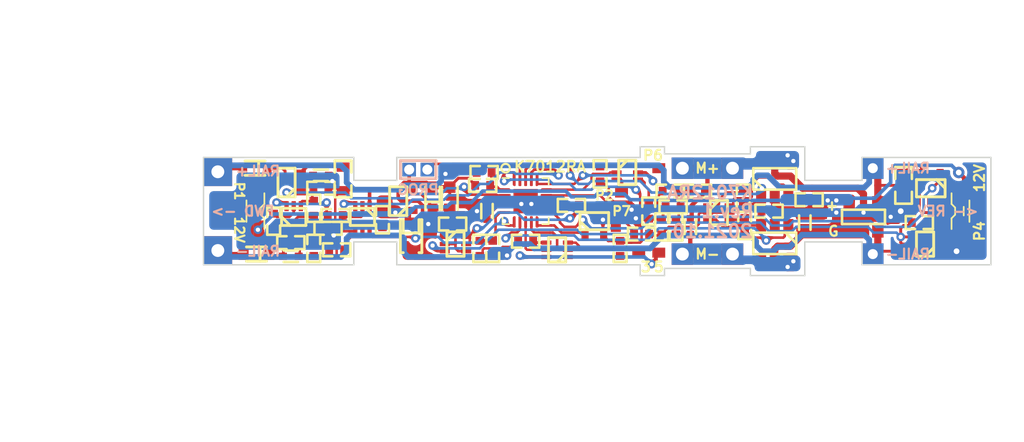
<source format=kicad_pcb>
(kicad_pcb (version 20171130) (host pcbnew "(5.1.9)-1")
  (layers (0 F.Cu signal) (31 B.Cu signal) (34 B.Paste user) (35 F.Paste user) (36 B.SilkS user) (37 F.SilkS user) (38 B.Mask user) (39 F.Mask user) (44 Edge.Cuts user))
  (net 0 "")
  (net 1 MOTOR+)
  (net 2 MOTOR-)
  (net 3 RAIL+)
  (net 4 RAIL-)
  (net 5 +12V)
  (net 6 GND)
  (net 7 +5V)
  (net 8 "Net-(D3-Pad1)")
  (net 9 "Net-(D11-Pad1)")
  (net 10 "Net-(D12-Pad1)")
  (net 11 "Net-(J12-Pad1)")
  (net 12 "Net-(J14-Pad1)")
  (net 13 "Net-(J16-Pad1)")
  (net 14 "Net-(J18-Pad1)")
  (net 15 UPDI)
  (net 16 REV)
  (net 17 "Net-(Q2-Pad3)")
  (net 18 FWD)
  (net 19 "Net-(Q3-Pad2)")
  (net 20 "Net-(Q3-Pad1)")
  (net 21 "Net-(Q6-Pad3)")
  (net 22 "Net-(Q11-Pad2)")
  (net 23 "Net-(Q13-Pad1)")
  (net 24 "Net-(Q13-Pad4)")
  (net 25 "Net-(Q14-Pad4)")
  (net 26 "Net-(Q14-Pad1)")
  (net 27 "Net-(Q21-Pad3)")
  (net 28 ABC+)
  (net 29 ABC-)
  (net 30 "Net-(R1-Pad2)")
  (net 31 PWM)
  (net 32 BEMF)
  (net 33 TXD)
  (net 34 Func1)
  (net 35 Func2)
  (net 36 Func3)
  (net 37 Func4)
  (net 38 Func5)
  (net 39 Func6)
  (net 40 "Net-(Q3-Pad4)")
  (net 41 "Net-(Q6-Pad2)")
  (net 42 "Net-(Q6-Pad5)")
  (net 43 "Net-(Q8-Pad2)")
  (net 44 "Net-(Q21-Pad6)")
  (net 45 "Net-(Q21-Pad5)")
  (net 46 "Net-(Q21-Pad2)")
  (net 47 "Net-(Q22-Pad2)")
  (net 48 "Net-(Q22-Pad5)")
  (net 49 VRAIL+)
  (net 50 VRAIL-)
  (net 51 "Net-(R18-Pad1)")
  (net 52 "Net-(R10-Pad1)")
  (net 53 DIR_JP)
  (net 54 Func7)
  (net 55 "Net-(J19-Pad1)")
  (net 56 "Net-(Q1-Pad3)")
  (net 57 "Net-(Q12-Pad2)")
  (module footprint:SC-70_v2 (layer F.Cu) (at 133.6 86.8 90)
    (fp_text reference Q5 hide)
    (fp_text value 2SC4116 hide)
    (pad 3 smd rect (at 0 -0.95 90) (size 0.5 0.8) (layers F.Cu F.Paste F.Mask) (net 5 +12V))
    (pad 2 smd rect (at 0.65 0.95 90) (size 0.5 0.8) (layers F.Cu F.Paste F.Mask) (net 7 +5V))
    (pad 1 smd rect (at -0.65 0.95 90) (size 0.5 0.8) (layers F.Cu F.Paste F.Mask) (net 8 "Net-(D3-Pad1)"))
  )
  (module footprint:R_1005 (layer F.Cu) (at 142.5 89.6 180)
    (fp_text reference R24 hide)
    (fp_text value 472 hide)
    (pad 2 smd rect (at 0.525 0 180) (size 0.55 0.6) (layers F.Cu F.Paste F.Mask) (net 6 GND))
    (pad 1 smd rect (at -0.525 0 180) (size 0.55 0.6) (layers F.Cu F.Paste F.Mask) (net 24 "Net-(Q13-Pad4)"))
  )
  (module footprint:SOT-666-nomark (layer F.Cu) (at 149.6 84.8)
    (fp_text reference Q14 hide)
    (fp_text value SSM6N7002BFE hide)
    (pad 1 smd rect (at -0.75 -0.5 270) (size 0.3 0.7) (layers F.Cu F.Paste F.Mask) (net 26 "Net-(Q14-Pad1)"))
    (pad 2 smd rect (at -0.75 0 270) (size 0.3 0.7) (layers F.Cu F.Paste F.Mask) (net 39 Func6))
    (pad 3 smd rect (at -0.75 0.5 270) (size 0.3 0.7) (layers F.Cu F.Paste F.Mask) (net 14 "Net-(J18-Pad1)"))
    (pad 4 smd rect (at 0.75 0.5 270) (size 0.3 0.7) (layers F.Cu F.Paste F.Mask) (net 25 "Net-(Q14-Pad4)"))
    (pad 5 smd rect (at 0.75 0 270) (size 0.3 0.7) (layers F.Cu F.Paste F.Mask) (net 35 Func2))
    (pad 6 smd rect (at 0.75 -0.5 270) (size 0.3 0.7) (layers F.Cu F.Paste F.Mask) (net 13 "Net-(J16-Pad1)"))
  )
  (module footprint:C_1005_v2 (layer F.Cu) (at 154 88.6 270)
    (fp_text reference C7 hide)
    (fp_text value 182 hide)
    (pad 2 smd rect (at 0.55 0 270) (size 0.55 0.5) (layers F.Cu F.Paste F.Mask) (net 2 MOTOR-))
    (pad 1 smd rect (at -0.55 0 270) (size 0.55 0.5) (layers F.Cu F.Paste F.Mask) (net 1 MOTOR+))
  )
  (module footprint:C_1005_v2 (layer F.Cu) (at 128.2 85)
    (fp_text reference C11 hide)
    (fp_text value 105 hide)
    (pad 2 smd rect (at 0.55 0) (size 0.55 0.5) (layers F.Cu F.Paste F.Mask) (net 6 GND))
    (pad 1 smd rect (at -0.55 0) (size 0.55 0.5) (layers F.Cu F.Paste F.Mask) (net 49 VRAIL+))
  )
  (module footprint:C_1005_v2 (layer F.Cu) (at 126.1 90.65)
    (fp_text reference C12 hide)
    (fp_text value 105 hide)
    (pad 2 smd rect (at 0.55 0) (size 0.55 0.5) (layers F.Cu F.Paste F.Mask) (net 6 GND))
    (pad 1 smd rect (at -0.55 0) (size 0.55 0.5) (layers F.Cu F.Paste F.Mask) (net 50 VRAIL-))
  )
  (module footprint:C_1005_v2 (layer F.Cu) (at 139.8 87.5 90)
    (fp_text reference C5 hide)
    (fp_text value 104 hide)
    (pad 2 smd rect (at 0.55 0 90) (size 0.55 0.5) (layers F.Cu F.Paste F.Mask) (net 6 GND))
    (pad 1 smd rect (at -0.55 0 90) (size 0.55 0.5) (layers F.Cu F.Paste F.Mask) (net 7 +5V))
  )
  (module footprint:C_1005_v2 (layer F.Cu) (at 162 88.3 270)
    (fp_text reference C1 hide)
    (fp_text value 104 hide)
    (pad 2 smd rect (at 0.55 0 270) (size 0.55 0.5) (layers F.Cu F.Paste F.Mask) (net 6 GND))
    (pad 1 smd rect (at -0.55 0 270) (size 0.55 0.5) (layers F.Cu F.Paste F.Mask) (net 5 +12V))
  )
  (module footprint:VQFN-20-1EP_3x3mm_P0.4mm_EP1.7x1.7mm (layer F.Cu) (at 142.5 86.8)
    (fp_text reference U2 hide)
    (fp_text value ATtiny1606-M hide)
    (pad 21 smd rect (at 0 0) (size 1.7 1.7) (layers F.Cu F.Mask) (net 6 GND))
    (pad 20 smd custom (at -0.8 -1.45) (size 0.143431 0.143431) (layers F.Cu F.Paste F.Mask) (net 32 BEMF) (options (clearance outline) (anchor circle)) (primitives (gr_poly (pts (xy -0.05 -0.35) (xy 0.05 -0.35) (xy 0.05 0.35) (xy 0.000711 0.35) (xy -0.05 0.299289)) (width 0.1))))
    (pad 19 smd roundrect (at -0.4 -1.45) (size 0.2 0.8) (layers F.Cu F.Paste F.Mask) (net 15 UPDI))
    (pad 18 smd roundrect (at 0 -1.45) (size 0.2 0.8) (layers F.Cu F.Paste F.Mask) (net 16 REV))
    (pad 17 smd roundrect (at 0.4 -1.45) (size 0.2 0.8) (layers F.Cu F.Paste F.Mask) (net 29 ABC-))
    (pad 16 smd custom (at 0.8 -1.45) (size 0.143431 0.143431) (layers F.Cu F.Paste F.Mask) (net 35 Func2) (options (clearance outline) (anchor circle)) (primitives (gr_poly (pts (xy -0.05 -0.35) (xy 0.05 -0.35) (xy 0.05 0.299289) (xy -0.000711 0.35) (xy -0.05 0.35)) (width 0.1))))
    (pad 15 smd custom (at 1.45 -0.8) (size 0.143431 0.143431) (layers F.Cu F.Paste F.Mask) (net 39 Func6) (options (clearance outline) (anchor circle)) (primitives (gr_poly (pts (xy -0.35 0.000711) (xy -0.299289 -0.05) (xy 0.35 -0.05) (xy 0.35 0.05) (xy -0.35 0.05)) (width 0.1))))
    (pad 14 smd roundrect (at 1.45 -0.4) (size 0.8 0.2) (layers F.Cu F.Paste F.Mask) (net 31 PWM))
    (pad 13 smd roundrect (at 1.45 0) (size 0.8 0.2) (layers F.Cu F.Paste F.Mask) (net 53 DIR_JP))
    (pad 12 smd roundrect (at 1.45 0.4) (size 0.8 0.2) (layers F.Cu F.Paste F.Mask) (net 33 TXD))
    (pad 11 smd custom (at 1.45 0.8) (size 0.143431 0.143431) (layers F.Cu F.Paste F.Mask) (net 37 Func4) (options (clearance outline) (anchor circle)) (primitives (gr_poly (pts (xy -0.35 -0.05) (xy 0.35 -0.05) (xy 0.35 0.05) (xy -0.299289 0.05) (xy -0.35 -0.000711)) (width 0.1))))
    (pad 10 smd custom (at 0.8 1.45) (size 0.143431 0.143431) (layers F.Cu F.Paste F.Mask) (net 54 Func7) (options (clearance outline) (anchor circle)) (primitives (gr_poly (pts (xy -0.05 -0.35) (xy -0.000711 -0.35) (xy 0.05 -0.299289) (xy 0.05 0.35) (xy -0.05 0.35)) (width 0.1))))
    (pad 9 smd roundrect (at 0.4 1.45) (size 0.2 0.8) (layers F.Cu F.Paste F.Mask) (net 38 Func5))
    (pad 8 smd roundrect (at 0 1.45) (size 0.2 0.8) (layers F.Cu F.Paste F.Mask) (net 36 Func3))
    (pad 7 smd roundrect (at -0.4 1.45) (size 0.2 0.8) (layers F.Cu F.Paste F.Mask) (net 18 FWD))
    (pad 6 smd custom (at -0.8 1.45) (size 0.143431 0.143431) (layers F.Cu F.Paste F.Mask) (net 28 ABC+) (options (clearance outline) (anchor circle)) (primitives (gr_poly (pts (xy -0.05 -0.299289) (xy 0.000711 -0.35) (xy 0.05 -0.35) (xy 0.05 0.35) (xy -0.05 0.35)) (width 0.1))))
    (pad 5 smd custom (at -1.45 0.8) (size 0.143431 0.143431) (layers F.Cu F.Paste F.Mask) (net 51 "Net-(R18-Pad1)") (options (clearance outline) (anchor circle)) (primitives (gr_poly (pts (xy -0.35 -0.05) (xy 0.35 -0.05) (xy 0.35 -0.000711) (xy 0.299289 0.05) (xy -0.35 0.05)) (width 0.1))))
    (pad 4 smd roundrect (at -1.45 0.4) (size 0.8 0.2) (layers F.Cu F.Paste F.Mask) (net 7 +5V))
    (pad 3 smd roundrect (at -1.45 0) (size 0.8 0.2) (layers F.Cu F.Paste F.Mask) (net 6 GND))
    (pad 2 smd roundrect (at -1.45 -0.4) (size 0.8 0.2) (layers F.Cu F.Paste F.Mask) (net 34 Func1))
    (pad 1 smd custom (at -1.45 -0.8) (size 0.143431 0.143431) (layers F.Cu F.Paste F.Mask) (net 30 "Net-(R1-Pad2)") (options (clearance outline) (anchor circle)) (primitives (gr_poly (pts (xy -0.35 -0.05) (xy 0.299289 -0.05) (xy 0.35 0.000711) (xy 0.35 0.05) (xy -0.35 0.05)) (width 0.1))))
  )
  (module footprint:C_1608 (layer F.Cu) (at 137.2 86.6 90)
    (fp_text reference C3 hide)
    (fp_text value 226 hide)
    (pad 1 smd rect (at -0.775 0 90) (size 0.8 0.8) (layers F.Cu F.Paste F.Mask) (net 7 +5V))
    (pad 2 smd rect (at 0.775 0 90) (size 0.8 0.8) (layers F.Cu F.Paste F.Mask) (net 6 GND))
  )
  (module footprint:R_1005 (layer F.Cu) (at 132.5 88.1 270)
    (fp_text reference R12 hide)
    (fp_text value 472 hide)
    (pad 1 smd rect (at -0.525 0 270) (size 0.55 0.6) (layers F.Cu F.Paste F.Mask) (net 5 +12V))
    (pad 2 smd rect (at 0.525 0 270) (size 0.55 0.6) (layers F.Cu F.Paste F.Mask) (net 8 "Net-(D3-Pad1)"))
  )
  (module footprint:R_1005 (layer F.Cu) (at 153 88.6 270)
    (fp_text reference R10 hide)
    (fp_text value 103 hide)
    (pad 2 smd rect (at 0.525 0 270) (size 0.55 0.6) (layers F.Cu F.Paste F.Mask) (net 2 MOTOR-))
    (pad 1 smd rect (at -0.525 0 270) (size 0.55 0.6) (layers F.Cu F.Paste F.Mask) (net 52 "Net-(R10-Pad1)"))
  )
  (module footprint:R_1005 (layer F.Cu) (at 170 88.3)
    (fp_text reference R15 hide)
    (fp_text value 682 hide)
    (pad 1 smd rect (at -0.525 0) (size 0.55 0.6) (layers F.Cu F.Paste F.Mask) (net 21 "Net-(Q6-Pad3)"))
    (pad 2 smd rect (at 0.525 0) (size 0.55 0.6) (layers F.Cu F.Paste F.Mask) (net 43 "Net-(Q8-Pad2)"))
  )
  (module footprint:R_1005 (layer F.Cu) (at 154.5 86.1)
    (fp_text reference R9 hide)
    (fp_text value 103 hide)
    (pad 1 smd rect (at -0.525 0) (size 0.55 0.6) (layers F.Cu F.Paste F.Mask) (net 52 "Net-(R10-Pad1)"))
    (pad 2 smd rect (at 0.525 0) (size 0.55 0.6) (layers F.Cu F.Paste F.Mask) (net 1 MOTOR+))
  )
  (module footprint:SOT-666-nomark (layer F.Cu) (at 137.6 89.8)
    (fp_text reference Q6 hide)
    (fp_text value PMBT3906VS hide)
    (pad 6 smd rect (at 0.75 -0.5 270) (size 0.3 0.7) (layers F.Cu F.Paste F.Mask) (net 42 "Net-(Q6-Pad5)"))
    (pad 5 smd rect (at 0.75 0 270) (size 0.3 0.7) (layers F.Cu F.Paste F.Mask) (net 42 "Net-(Q6-Pad5)"))
    (pad 4 smd rect (at 0.75 0.5 270) (size 0.3 0.7) (layers F.Cu F.Paste F.Mask) (net 41 "Net-(Q6-Pad2)"))
    (pad 3 smd rect (at -0.75 0.5 270) (size 0.3 0.7) (layers F.Cu F.Paste F.Mask) (net 21 "Net-(Q6-Pad3)"))
    (pad 2 smd rect (at -0.75 0 270) (size 0.3 0.7) (layers F.Cu F.Paste F.Mask) (net 41 "Net-(Q6-Pad2)"))
    (pad 1 smd rect (at -0.75 -0.5 270) (size 0.3 0.7) (layers F.Cu F.Paste F.Mask) (net 7 +5V))
  )
  (module footprint:SOT-666-nomark (layer F.Cu) (at 170.4 89.8 180)
    (fp_text reference Q8 hide)
    (fp_text value PMBT3904VS hide)
    (pad 1 smd rect (at -0.75 -0.5 90) (size 0.3 0.7) (layers F.Cu F.Paste F.Mask) (net 6 GND))
    (pad 2 smd rect (at -0.75 0 90) (size 0.3 0.7) (layers F.Cu F.Paste F.Mask) (net 43 "Net-(Q8-Pad2)"))
    (pad 3 smd rect (at -0.75 0.5 90) (size 0.3 0.7) (layers F.Cu F.Paste F.Mask) (net 3 RAIL+))
    (pad 4 smd rect (at 0.75 0.5 90) (size 0.3 0.7) (layers F.Cu F.Paste F.Mask) (net 21 "Net-(Q6-Pad3)"))
    (pad 5 smd rect (at 0.75 0 90) (size 0.3 0.7) (layers F.Cu F.Paste F.Mask) (net 21 "Net-(Q6-Pad3)"))
    (pad 6 smd rect (at 0.75 -0.5 90) (size 0.3 0.7) (layers F.Cu F.Paste F.Mask) (net 4 RAIL-))
  )
  (module footprint:R_1005 (layer F.Cu) (at 145.7 87.1 180)
    (fp_text reference R13 hide)
    (fp_text value 103 hide)
    (pad 1 smd rect (at -0.525 0 180) (size 0.55 0.6) (layers F.Cu F.Paste F.Mask) (net 42 "Net-(Q6-Pad5)"))
    (pad 2 smd rect (at 0.525 0 180) (size 0.55 0.6) (layers F.Cu F.Paste F.Mask) (net 33 TXD))
  )
  (module footprint:R_1005 (layer F.Cu) (at 151.1 87.5 270)
    (fp_text reference R26 hide)
    (fp_text value 472 hide)
    (pad 1 smd rect (at -0.525 0 270) (size 0.55 0.6) (layers F.Cu F.Paste F.Mask) (net 25 "Net-(Q14-Pad4)"))
    (pad 2 smd rect (at 0.525 0 270) (size 0.55 0.6) (layers F.Cu F.Paste F.Mask) (net 6 GND))
  )
  (module footprint:SOT-666-nomark (layer F.Cu) (at 131.1 87.9 270)
    (fp_text reference Q22 hide)
    (fp_text value SSM6N7002BFE hide)
    (pad 1 smd rect (at -0.75 -0.5 180) (size 0.3 0.7) (layers F.Cu F.Paste F.Mask) (net 6 GND))
    (pad 2 smd rect (at -0.75 0 180) (size 0.3 0.7) (layers F.Cu F.Paste F.Mask) (net 47 "Net-(Q22-Pad2)"))
    (pad 3 smd rect (at -0.75 0.5 180) (size 0.3 0.7) (layers F.Cu F.Paste F.Mask) (net 29 ABC-))
    (pad 4 smd rect (at 0.75 0.5 180) (size 0.3 0.7) (layers F.Cu F.Paste F.Mask) (net 6 GND))
    (pad 5 smd rect (at 0.75 0 180) (size 0.3 0.7) (layers F.Cu F.Paste F.Mask) (net 48 "Net-(Q22-Pad5)"))
    (pad 6 smd rect (at 0.75 -0.5 180) (size 0.3 0.7) (layers F.Cu F.Paste F.Mask) (net 28 ABC+))
  )
  (module footprint:R_1005 (layer F.Cu) (at 124.9 88.2 270)
    (fp_text reference R35 hide)
    (fp_text value 102 hide)
    (pad 1 smd rect (at -0.525 0 270) (size 0.55 0.6) (layers F.Cu F.Paste F.Mask) (net 45 "Net-(Q21-Pad5)"))
    (pad 2 smd rect (at 0.525 0 270) (size 0.55 0.6) (layers F.Cu F.Paste F.Mask) (net 50 VRAIL-))
  )
  (module footprint:R_1005 (layer F.Cu) (at 147.7 84.9 270)
    (fp_text reference R25 hide)
    (fp_text value 472 hide)
    (pad 2 smd rect (at 0.525 0 270) (size 0.55 0.6) (layers F.Cu F.Paste F.Mask) (net 6 GND))
    (pad 1 smd rect (at -0.525 0 270) (size 0.55 0.6) (layers F.Cu F.Paste F.Mask) (net 26 "Net-(Q14-Pad1)"))
  )
  (module footprint:SOT-143 (layer F.Cu) (at 166.1 87.9)
    (fp_text reference D1 hide)
    (fp_text value BAS3007 hide)
    (pad 1 smd rect (at -0.8 1) (size 1.2 0.9) (layers F.Cu F.Paste F.Mask) (net 6 GND))
    (pad 2 smd rect (at 1 1) (size 0.8 0.9) (layers F.Cu F.Paste F.Mask) (net 4 RAIL-))
    (pad 3 smd rect (at 1 -1) (size 0.8 0.9) (layers F.Cu F.Paste F.Mask) (net 3 RAIL+))
    (pad 4 smd rect (at -1 -1) (size 0.8 0.9) (layers F.Cu F.Paste F.Mask) (net 5 +12V))
  )
  (module footprint:PAD_1.5x1.5_Hole0.8 (layer F.Cu) (at 166.75 90.5)
    (fp_text reference P4 hide)
    (fp_text value PAD hide)
    (pad 1 thru_hole rect (at 0 0) (size 1.5 1.5) (drill 0.7) (layers *.Cu *.Mask) (net 4 RAIL-))
  )
  (module footprint:PAD_1.5x1.5_Hole0.8 (layer F.Cu) (at 166.75 84.5)
    (fp_text reference P2 hide)
    (fp_text value PAD hide)
    (pad 1 thru_hole rect (at 0 0) (size 1.5 1.5) (drill 0.7) (layers *.Cu *.Mask) (net 3 RAIL+))
  )
  (module footprint:PAD_2.0x2.0_Hole0.9 (layer F.Cu) (at 121 90.25 180)
    (fp_text reference P3 hide)
    (fp_text value PAD hide)
    (pad 1 thru_hole rect (at 0 0 180) (size 2 2) (drill 0.9) (layers *.Cu *.Mask) (net 4 RAIL-))
  )
  (module footprint:PAD_2.0x2.0_Hole0.9 (layer F.Cu) (at 121 84.75 180)
    (fp_text reference P1 hide)
    (fp_text value PAD hide)
    (pad 1 thru_hole rect (at 0 0 180) (size 2 2) (drill 0.9) (layers *.Cu *.Mask) (net 3 RAIL+))
  )
  (module footprint:R_1608_v2 (layer F.Cu) (at 129.75 85.25 270)
    (fp_text reference R21 hide)
    (fp_text value 151 hide)
    (pad 1 smd rect (at -0.825 0 270) (size 0.65 0.9) (layers F.Cu F.Paste F.Mask) (net 57 "Net-(Q12-Pad2)"))
    (pad 2 smd rect (at 0.825 0 270) (size 0.65 0.9) (layers F.Cu F.Paste F.Mask) (net 6 GND))
  )
  (module footprint:UMD2 (layer F.Cu) (at 134.5 89.4 90)
    (fp_text reference D3 hide)
    (fp_text value UDZV5.6B hide)
    (pad 2 smd rect (at -1.05 0 90) (size 0.8 0.9) (layers F.Cu F.Paste F.Mask) (net 6 GND))
    (pad 1 smd rect (at 1.05 0 90) (size 0.8 0.9) (layers F.Cu F.Paste F.Mask) (net 8 "Net-(D3-Pad1)"))
  )
  (module footprint:EMD2 (layer F.Cu) (at 123.7 90.5)
    (fp_text reference D22 hide)
    (fp_text value BAT43XV2 hide)
    (pad 1 smd rect (at 0.9 0) (size 0.7 0.8) (layers F.Cu F.Paste F.Mask) (net 50 VRAIL-))
    (pad 2 smd rect (at -0.9 0) (size 0.7 0.8) (layers F.Cu F.Paste F.Mask) (net 4 RAIL-))
  )
  (module footprint:KATO_MOTORPAD_3066 (layer F.Cu) (at 155.2 84.5)
    (fp_text reference P5 hide)
    (fp_text value PAD hide)
    (pad 1 thru_hole rect (at -1.75 0) (size 1.5 1.5) (drill 0.9) (layers *.Cu *.Mask) (net 1 MOTOR+))
    (pad 1 thru_hole rect (at 1.75 0) (size 1.5 1.5) (drill 0.9) (layers *.Cu *.Mask) (net 1 MOTOR+))
    (pad 1 smd rect (at 0 0) (size 2 1.5) (layers B.Cu B.Paste B.Mask) (net 1 MOTOR+))
  )
  (module footprint:KATO_MOTORPAD_3066 (layer F.Cu) (at 155.2 90.5)
    (fp_text reference P6 hide)
    (fp_text value PAD hide)
    (pad 1 smd rect (at 0 0) (size 2 1.5) (layers B.Cu B.Paste B.Mask) (net 2 MOTOR-))
    (pad 1 thru_hole rect (at 1.75 0) (size 1.5 1.5) (drill 0.9) (layers *.Cu *.Mask) (net 2 MOTOR-))
    (pad 1 thru_hole rect (at -1.75 0) (size 1.5 1.5) (drill 0.9) (layers *.Cu *.Mask) (net 2 MOTOR-))
  )
  (module footprint:PAD_PROG_2PIN_HOLE0.7 (layer B.Cu) (at 135 84.6 180)
    (fp_text reference P9 hide)
    (fp_text value PROG hide)
    (pad 1 thru_hole rect (at -0.635 0 180) (size 0.95 0.95) (drill 0.7) (layers *.Cu *.Mask) (net 15 UPDI))
    (pad 2 thru_hole rect (at 0.635 0 180) (size 0.95 0.95) (drill 0.7) (layers *.Cu *.Mask) (net 6 GND))
  )
  (module footprint:SOT-666-nomark (layer F.Cu) (at 126.3 87.9 90)
    (fp_text reference Q21 hide)
    (fp_text value PMBT3906VS hide)
    (pad 1 smd rect (at -0.75 -0.5) (size 0.3 0.7) (layers F.Cu F.Paste F.Mask) (net 50 VRAIL-))
    (pad 2 smd rect (at -0.75 0) (size 0.3 0.7) (layers F.Cu F.Paste F.Mask) (net 46 "Net-(Q21-Pad2)"))
    (pad 3 smd rect (at -0.75 0.5) (size 0.3 0.7) (layers F.Cu F.Paste F.Mask) (net 27 "Net-(Q21-Pad3)"))
    (pad 4 smd rect (at 0.75 0.5) (size 0.3 0.7) (layers F.Cu F.Paste F.Mask) (net 49 VRAIL+))
    (pad 5 smd rect (at 0.75 0) (size 0.3 0.7) (layers F.Cu F.Paste F.Mask) (net 45 "Net-(Q21-Pad5)"))
    (pad 6 smd rect (at 0.75 -0.5) (size 0.3 0.7) (layers F.Cu F.Paste F.Mask) (net 44 "Net-(Q21-Pad6)"))
  )
  (module footprint:R_1608_v2 (layer F.Cu) (at 168.9 85.7 270)
    (fp_text reference R22 hide)
    (fp_text value 151 hide)
    (pad 2 smd rect (at 0.825 0 270) (size 0.65 0.9) (layers F.Cu F.Paste F.Mask) (net 6 GND))
    (pad 1 smd rect (at -0.825 0 270) (size 0.65 0.9) (layers F.Cu F.Paste F.Mask) (net 22 "Net-(Q11-Pad2)"))
  )
  (module footprint:R_1005 (layer F.Cu) (at 127.7 87.3 90)
    (fp_text reference R31 hide)
    (fp_text value 102 hide)
    (pad 2 smd rect (at 0.525 0 90) (size 0.55 0.6) (layers F.Cu F.Paste F.Mask) (net 49 VRAIL+))
    (pad 1 smd rect (at -0.525 0 90) (size 0.55 0.6) (layers F.Cu F.Paste F.Mask) (net 46 "Net-(Q21-Pad2)"))
  )
  (module footprint:R_1005 (layer F.Cu) (at 128.2 85.9)
    (fp_text reference R32 hide)
    (fp_text value 103 hide)
    (pad 1 smd rect (at -0.525 0) (size 0.55 0.6) (layers F.Cu F.Paste F.Mask) (net 49 VRAIL+))
    (pad 2 smd rect (at 0.525 0) (size 0.55 0.6) (layers F.Cu F.Paste F.Mask) (net 6 GND))
  )
  (module footprint:R_1005 (layer F.Cu) (at 128.7 88.7)
    (fp_text reference R33 hide)
    (fp_text value 472 hide)
    (pad 2 smd rect (at 0.525 0) (size 0.55 0.6) (layers F.Cu F.Paste F.Mask) (net 6 GND))
    (pad 1 smd rect (at -0.525 0) (size 0.55 0.6) (layers F.Cu F.Paste F.Mask) (net 44 "Net-(Q21-Pad6)"))
  )
  (module footprint:R_1005 (layer F.Cu) (at 129.2 87.8 180)
    (fp_text reference R34 hide)
    (fp_text value 103 hide)
    (pad 1 smd rect (at -0.525 0 180) (size 0.55 0.6) (layers F.Cu F.Paste F.Mask) (net 47 "Net-(Q22-Pad2)"))
    (pad 2 smd rect (at 0.525 0 180) (size 0.55 0.6) (layers F.Cu F.Paste F.Mask) (net 44 "Net-(Q21-Pad6)"))
  )
  (module footprint:R_1005 (layer F.Cu) (at 126.1 89.7)
    (fp_text reference R36 hide)
    (fp_text value 103 hide)
    (pad 1 smd rect (at -0.525 0) (size 0.55 0.6) (layers F.Cu F.Paste F.Mask) (net 50 VRAIL-))
    (pad 2 smd rect (at 0.525 0) (size 0.55 0.6) (layers F.Cu F.Paste F.Mask) (net 6 GND))
  )
  (module footprint:R_1005 (layer F.Cu) (at 127.7 90.1 270)
    (fp_text reference R37 hide)
    (fp_text value 472 hide)
    (pad 2 smd rect (at 0.525 0 270) (size 0.55 0.6) (layers F.Cu F.Paste F.Mask) (net 6 GND))
    (pad 1 smd rect (at -0.525 0 270) (size 0.55 0.6) (layers F.Cu F.Paste F.Mask) (net 27 "Net-(Q21-Pad3)"))
  )
  (module footprint:R_1005 (layer F.Cu) (at 129.3 90.2 180)
    (fp_text reference R38 hide)
    (fp_text value 103 hide)
    (pad 2 smd rect (at 0.525 0 180) (size 0.55 0.6) (layers F.Cu F.Paste F.Mask) (net 27 "Net-(Q21-Pad3)"))
    (pad 1 smd rect (at -0.525 0 180) (size 0.55 0.6) (layers F.Cu F.Paste F.Mask) (net 48 "Net-(Q22-Pad5)"))
  )
  (module footprint:R_1005 (layer F.Cu) (at 150.6 89.1)
    (fp_text reference R7 hide)
    (fp_text value 102 hide)
    (pad 2 smd rect (at 0.525 0) (size 0.55 0.6) (layers F.Cu F.Paste F.Mask) (net 19 "Net-(Q3-Pad2)"))
    (pad 1 smd rect (at -0.525 0) (size 0.55 0.6) (layers F.Cu F.Paste F.Mask) (net 31 PWM))
  )
  (module footprint:R_1005 (layer F.Cu) (at 152 88.6 90)
    (fp_text reference R8 hide)
    (fp_text value 102 hide)
    (pad 1 smd rect (at -0.525 0 90) (size 0.55 0.6) (layers F.Cu F.Paste F.Mask) (net 19 "Net-(Q3-Pad2)"))
    (pad 2 smd rect (at 0.525 0 90) (size 0.55 0.6) (layers F.Cu F.Paste F.Mask) (net 6 GND))
  )
  (module footprint:R_1005 (layer F.Cu) (at 152.6 86.1)
    (fp_text reference R11 hide)
    (fp_text value 102 hide)
    (pad 1 smd rect (at -0.525 0) (size 0.55 0.6) (layers F.Cu F.Paste F.Mask) (net 32 BEMF))
    (pad 2 smd rect (at 0.525 0) (size 0.55 0.6) (layers F.Cu F.Paste F.Mask) (net 52 "Net-(R10-Pad1)"))
  )
  (module footprint:R_1005 (layer F.Cu) (at 139.6 84.8)
    (fp_text reference R1 hide)
    (fp_text value 104 hide)
    (pad 1 smd rect (at -0.525 0) (size 0.55 0.6) (layers F.Cu F.Paste F.Mask) (net 3 RAIL+))
    (pad 2 smd rect (at 0.525 0) (size 0.55 0.6) (layers F.Cu F.Paste F.Mask) (net 30 "Net-(R1-Pad2)"))
  )
  (module footprint:R_1005 (layer F.Cu) (at 140.2 90.1 90)
    (fp_text reference R2 hide)
    (fp_text value 104 hide)
    (pad 2 smd rect (at 0.525 0 90) (size 0.55 0.6) (layers F.Cu F.Paste F.Mask) (net 51 "Net-(R18-Pad1)"))
    (pad 1 smd rect (at -0.525 0 90) (size 0.55 0.6) (layers F.Cu F.Paste F.Mask) (net 4 RAIL-))
  )
  (module footprint:R_1005 (layer F.Cu) (at 149.1 90.1 90)
    (fp_text reference R23 hide)
    (fp_text value 472 hide)
    (pad 2 smd rect (at 0.525 0 90) (size 0.55 0.6) (layers F.Cu F.Paste F.Mask) (net 6 GND))
    (pad 1 smd rect (at -0.525 0 90) (size 0.55 0.6) (layers F.Cu F.Paste F.Mask) (net 23 "Net-(Q13-Pad1)"))
  )
  (module footprint:CP_1608 (layer F.Cu) (at 136 86.6 90)
    (fp_text reference C4 hide)
    (fp_text value 476 hide)
    (pad 2 smd rect (at 0.775 0 90) (size 0.8 0.7) (layers F.Cu F.Paste F.Mask) (net 6 GND))
    (pad 1 smd rect (at -0.775 0 90) (size 0.8 0.7) (layers F.Cu F.Paste F.Mask) (net 7 +5V))
  )
  (module footprint:EMD2_small (layer F.Cu) (at 123.6 84.5)
    (fp_text reference D21 hide)
    (fp_text value BAT43XV2 hide)
    (pad 2 smd rect (at -0.85 0) (size 0.6 0.8) (layers F.Cu F.Paste F.Mask) (net 3 RAIL+))
    (pad 1 smd rect (at 0.85 0) (size 0.6 0.8) (layers F.Cu F.Paste F.Mask) (net 49 VRAIL+))
  )
  (module footprint:PAD_0.7x0.9_SMD (layer F.Cu) (at 163.1 88.9 90)
    (fp_text reference P11 hide)
    (fp_text value PAD hide)
    (pad 1 smd rect (at 0 0 90) (size 0.7 0.9) (layers F.Cu F.Mask) (net 6 GND))
  )
  (module footprint:R_1005 (layer F.Cu) (at 152.8 87.2 180)
    (fp_text reference R16 hide)
    (fp_text value 103 hide)
    (pad 2 smd rect (at 0.525 0 180) (size 0.55 0.6) (layers F.Cu F.Paste F.Mask) (net 6 GND))
    (pad 1 smd rect (at -0.525 0 180) (size 0.55 0.6) (layers F.Cu F.Paste F.Mask) (net 52 "Net-(R10-Pad1)"))
  )
  (module footprint:R_1005 (layer F.Cu) (at 139.5 85.7 180)
    (fp_text reference R17 hide)
    (fp_text value 104 hide)
    (pad 1 smd rect (at -0.525 0 180) (size 0.55 0.6) (layers F.Cu F.Paste F.Mask) (net 30 "Net-(R1-Pad2)"))
    (pad 2 smd rect (at 0.525 0 180) (size 0.55 0.6) (layers F.Cu F.Paste F.Mask) (net 6 GND))
  )
  (module footprint:R_1005 (layer F.Cu) (at 139.3 90.1 270)
    (fp_text reference R18 hide)
    (fp_text value 104 hide)
    (pad 1 smd rect (at -0.525 0 270) (size 0.55 0.6) (layers F.Cu F.Paste F.Mask) (net 51 "Net-(R18-Pad1)"))
    (pad 2 smd rect (at 0.525 0 270) (size 0.55 0.6) (layers F.Cu F.Paste F.Mask) (net 6 GND))
  )
  (module footprint:PAD_0.7x0.9_SMD (layer F.Cu) (at 163.1 87.7 90)
    (fp_text reference P7 hide)
    (fp_text value PAD hide)
    (pad 1 smd rect (at 0 0 90) (size 0.7 0.9) (layers F.Cu F.Mask) (net 5 +12V))
  )
  (module footprint:SOT-23-6 (layer F.Cu) (at 159.9 85.25)
    (fp_text reference Q1 hide)
    (fp_text value DMG6601LVT hide)
    (pad 1 smd rect (at -0.95 1.2) (size 0.7 1) (layers F.Cu F.Paste F.Mask) (net 16 REV))
    (pad 2 smd rect (at 0 1.2) (size 0.7 1) (layers F.Cu F.Paste F.Mask) (net 5 +12V))
    (pad 3 smd rect (at 0.95 1.2) (size 0.7 1) (layers F.Cu F.Paste F.Mask) (net 56 "Net-(Q1-Pad3)"))
    (pad 4 smd rect (at 0.95 -1.2) (size 0.7 1) (layers F.Cu F.Paste F.Mask) (net 1 MOTOR+))
    (pad 5 smd rect (at 0 -1.2) (size 0.7 1) (layers F.Cu F.Paste F.Mask) (net 6 GND))
    (pad 6 smd rect (at -0.95 -1.2) (size 0.7 1) (layers F.Cu F.Paste F.Mask) (net 1 MOTOR+))
  )
  (module footprint:SOT-23-6 (layer F.Cu) (at 159.9 89.75 180)
    (fp_text reference Q2 hide)
    (fp_text value DMG6601LVT hide)
    (pad 6 smd rect (at -0.95 -1.2 180) (size 0.7 1) (layers F.Cu F.Paste F.Mask) (net 2 MOTOR-))
    (pad 5 smd rect (at 0 -1.2 180) (size 0.7 1) (layers F.Cu F.Paste F.Mask) (net 6 GND))
    (pad 4 smd rect (at 0.95 -1.2 180) (size 0.7 1) (layers F.Cu F.Paste F.Mask) (net 2 MOTOR-))
    (pad 3 smd rect (at 0.95 1.2 180) (size 0.7 1) (layers F.Cu F.Paste F.Mask) (net 17 "Net-(Q2-Pad3)"))
    (pad 2 smd rect (at 0 1.2 180) (size 0.7 1) (layers F.Cu F.Paste F.Mask) (net 5 +12V))
    (pad 1 smd rect (at -0.95 1.2 180) (size 0.7 1) (layers F.Cu F.Paste F.Mask) (net 18 FWD))
  )
  (module footprint:R_1005 (layer F.Cu) (at 162.3 86.7 180)
    (fp_text reference R3 hide)
    (fp_text value 102 hide)
    (pad 1 smd rect (at -0.525 0 180) (size 0.55 0.6) (layers F.Cu F.Paste F.Mask) (net 5 +12V))
    (pad 2 smd rect (at 0.525 0 180) (size 0.55 0.6) (layers F.Cu F.Paste F.Mask) (net 56 "Net-(Q1-Pad3)"))
  )
  (module footprint:R_1005 (layer F.Cu) (at 159.5 87.5 180)
    (fp_text reference R4 hide)
    (fp_text value 102 hide)
    (pad 2 smd rect (at 0.525 0 180) (size 0.55 0.6) (layers F.Cu F.Paste F.Mask) (net 17 "Net-(Q2-Pad3)"))
    (pad 1 smd rect (at -0.525 0 180) (size 0.55 0.6) (layers F.Cu F.Paste F.Mask) (net 5 +12V))
  )
  (module footprint:R_1005 (layer F.Cu) (at 157.7 86.6 270)
    (fp_text reference R5 hide)
    (fp_text value 331 hide)
    (pad 1 smd rect (at -0.525 0 270) (size 0.55 0.6) (layers F.Cu F.Paste F.Mask) (net 20 "Net-(Q3-Pad1)"))
    (pad 2 smd rect (at 0.525 0 270) (size 0.55 0.6) (layers F.Cu F.Paste F.Mask) (net 16 REV))
  )
  (module footprint:R_1005 (layer F.Cu) (at 157.8 88.5 270)
    (fp_text reference R6 hide)
    (fp_text value 331 hide)
    (pad 2 smd rect (at 0.525 0 270) (size 0.55 0.6) (layers F.Cu F.Paste F.Mask) (net 18 FWD))
    (pad 1 smd rect (at -0.525 0 270) (size 0.55 0.6) (layers F.Cu F.Paste F.Mask) (net 40 "Net-(Q3-Pad4)"))
  )
  (module footprint:SOT-666-nomark (layer F.Cu) (at 156 87.6)
    (fp_text reference Q3 hide)
    (fp_text value PMBT3904VS hide)
    (pad 1 smd rect (at -0.75 -0.5 270) (size 0.3 0.7) (layers F.Cu F.Paste F.Mask) (net 20 "Net-(Q3-Pad1)"))
    (pad 2 smd rect (at -0.75 0 270) (size 0.3 0.7) (layers F.Cu F.Paste F.Mask) (net 19 "Net-(Q3-Pad2)"))
    (pad 3 smd rect (at -0.75 0.5 270) (size 0.3 0.7) (layers F.Cu F.Paste F.Mask) (net 17 "Net-(Q2-Pad3)"))
    (pad 4 smd rect (at 0.75 0.5 270) (size 0.3 0.7) (layers F.Cu F.Paste F.Mask) (net 40 "Net-(Q3-Pad4)"))
    (pad 5 smd rect (at 0.75 0 270) (size 0.3 0.7) (layers F.Cu F.Paste F.Mask) (net 19 "Net-(Q3-Pad2)"))
    (pad 6 smd rect (at 0.75 -0.5 270) (size 0.3 0.7) (layers F.Cu F.Paste F.Mask) (net 56 "Net-(Q1-Pad3)"))
  )
  (module footprint:SC-70_v2 (layer F.Cu) (at 147.3 88.2)
    (fp_text reference Q15 hide)
    (fp_text value SSM3K7002BFU hide)
    (pad 1 smd rect (at -0.65 0.95) (size 0.5 0.8) (layers F.Cu F.Paste F.Mask) (net 54 Func7))
    (pad 2 smd rect (at 0.65 0.95) (size 0.5 0.8) (layers F.Cu F.Paste F.Mask) (net 6 GND))
    (pad 3 smd rect (at 0 -0.95) (size 0.5 0.8) (layers F.Cu F.Paste F.Mask) (net 55 "Net-(J19-Pad1)"))
  )
  (module footprint:SOT-666-nomark (layer F.Cu) (at 144.7 90.2 180)
    (fp_text reference Q13 hide)
    (fp_text value SSM6N7002BFE hide)
    (pad 1 smd rect (at -0.75 -0.5 90) (size 0.3 0.7) (layers F.Cu F.Paste F.Mask) (net 23 "Net-(Q13-Pad1)"))
    (pad 2 smd rect (at -0.75 0 90) (size 0.3 0.7) (layers F.Cu F.Paste F.Mask) (net 38 Func5))
    (pad 3 smd rect (at -0.75 0.5 90) (size 0.3 0.7) (layers F.Cu F.Paste F.Mask) (net 12 "Net-(J14-Pad1)"))
    (pad 4 smd rect (at 0.75 0.5 90) (size 0.3 0.7) (layers F.Cu F.Paste F.Mask) (net 24 "Net-(Q13-Pad4)"))
    (pad 5 smd rect (at 0.75 0 90) (size 0.3 0.7) (layers F.Cu F.Paste F.Mask) (net 36 Func3))
    (pad 6 smd rect (at 0.75 -0.5 90) (size 0.3 0.7) (layers F.Cu F.Paste F.Mask) (net 11 "Net-(J12-Pad1)"))
  )
  (module footprint:PAD_0.7x0.9_SMD (layer F.Cu) (at 148.8 88.5)
    (fp_text reference J19 hide)
    (fp_text value PAD hide)
    (pad 1 smd rect (at 0 0) (size 0.7 0.9) (layers F.Cu F.Mask) (net 55 "Net-(J19-Pad1)"))
  )
  (module footprint:SC-70_v2 (layer F.Cu) (at 125.8 85.5 90)
    (fp_text reference Q12 hide)
    (fp_text value SSM3K7002BFU hide)
    (pad 1 smd rect (at -0.65 0.95 90) (size 0.5 0.8) (layers F.Cu F.Paste F.Mask) (net 34 Func1))
    (pad 2 smd rect (at 0.65 0.95 90) (size 0.5 0.8) (layers F.Cu F.Paste F.Mask) (net 57 "Net-(Q12-Pad2)"))
    (pad 3 smd rect (at 0 -0.95 90) (size 0.5 0.8) (layers F.Cu F.Paste F.Mask) (net 9 "Net-(D11-Pad1)"))
  )
  (module footprint:R_1005 (layer F.Cu) (at 137.4 88.4 180)
    (fp_text reference R14 hide)
    (fp_text value 220 hide)
    (pad 1 smd rect (at -0.525 0 180) (size 0.55 0.6) (layers F.Cu F.Paste F.Mask) (net 41 "Net-(Q6-Pad2)"))
    (pad 2 smd rect (at 0.525 0 180) (size 0.55 0.6) (layers F.Cu F.Paste F.Mask) (net 7 +5V))
  )
  (module footprint:SC-70_v2 (layer F.Cu) (at 170.8 85.9 180)
    (fp_text reference Q11 hide)
    (fp_text value SSM3K7002BFU hide)
    (pad 1 smd rect (at -0.65 0.95 180) (size 0.5 0.8) (layers F.Cu F.Paste F.Mask) (net 37 Func4))
    (pad 2 smd rect (at 0.65 0.95 180) (size 0.5 0.8) (layers F.Cu F.Paste F.Mask) (net 22 "Net-(Q11-Pad2)"))
    (pad 3 smd rect (at 0 -0.95 180) (size 0.5 0.8) (layers F.Cu F.Paste F.Mask) (net 10 "Net-(D12-Pad1)"))
  )
  (module footprint:PAD_0.7x0.9_SMD (layer F.Cu) (at 151.8 90.4 270)
    (fp_text reference J12 hide)
    (fp_text value PAD hide)
    (pad 1 smd rect (at 0 0 270) (size 0.7 0.9) (layers F.Cu F.Mask) (net 11 "Net-(J12-Pad1)"))
  )
  (module footprint:PAD_0.7x0.9_SMD (layer F.Cu) (at 150.4 90.4 270)
    (fp_text reference J14 hide)
    (fp_text value PAD hide)
    (pad 1 smd rect (at 0 0 270) (size 0.7 0.9) (layers F.Cu F.Mask) (net 12 "Net-(J14-Pad1)"))
  )
  (module footprint:PAD_0.7x0.9_SMD (layer F.Cu) (at 151.8 84.5 270)
    (fp_text reference J16 hide)
    (fp_text value PAD hide)
    (pad 1 smd rect (at 0 0 270) (size 0.7 0.9) (layers F.Cu F.Mask) (net 13 "Net-(J16-Pad1)"))
  )
  (module footprint:PAD_0.7x0.9_SMD (layer F.Cu) (at 149.2 86.2 90)
    (fp_text reference J18 hide)
    (fp_text value PAD hide)
    (pad 1 smd rect (at 0 0 90) (size 0.7 0.9) (layers F.Cu F.Mask) (net 14 "Net-(J18-Pad1)"))
  )
  (module footprint:LED_1224_1005_SIDE_BIG2 (layer F.Cu) (at 123 87.5 270)
    (fp_text reference D11 hide)
    (fp_text value LED hide)
    (pad 2 smd rect (at 1.3 -0.875 270) (size 1.3 0.75) (layers F.Cu F.Paste F.Mask) (net 5 +12V))
    (pad 1 smd rect (at -1.3 -0.875 270) (size 1.3 0.75) (layers F.Cu F.Paste F.Mask) (net 9 "Net-(D11-Pad1)"))
    (pad 2 smd rect (at 0.55 -0.25 270) (size 0.5 0.3) (layers F.Cu F.Mask) (net 5 +12V))
    (pad 1 smd rect (at -0.55 -0.25 270) (size 0.5 0.3) (layers F.Cu F.Mask) (net 9 "Net-(D11-Pad1)"))
    (pad 2 smd rect (at 1.375 -0.25 270) (size 1.45 0.5) (layers F.Cu F.Mask) (net 5 +12V))
    (pad 1 smd rect (at -1.375 -0.25 270) (size 1.45 0.5) (layers F.Cu F.Mask) (net 9 "Net-(D11-Pad1)"))
  )
  (module footprint:LED_1224_1005_SIDE_BIG2 (layer F.Cu) (at 173.5 87.5 90)
    (fp_text reference D12 hide)
    (fp_text value LED hide)
    (pad 1 smd rect (at -1.375 -0.25 90) (size 1.45 0.5) (layers F.Cu F.Mask) (net 10 "Net-(D12-Pad1)"))
    (pad 2 smd rect (at 1.375 -0.25 90) (size 1.45 0.5) (layers F.Cu F.Mask) (net 5 +12V))
    (pad 1 smd rect (at -0.55 -0.25 90) (size 0.5 0.3) (layers F.Cu F.Mask) (net 10 "Net-(D12-Pad1)"))
    (pad 2 smd rect (at 0.55 -0.25 90) (size 0.5 0.3) (layers F.Cu F.Mask) (net 5 +12V))
    (pad 1 smd rect (at -1.3 -0.875 90) (size 1.3 0.75) (layers F.Cu F.Paste F.Mask) (net 10 "Net-(D12-Pad1)"))
    (pad 2 smd rect (at 1.3 -0.875 90) (size 1.3 0.75) (layers F.Cu F.Paste F.Mask) (net 5 +12V))
  )
  (gr_text "<- REV" (at 172 87.5) (layer B.SilkS) (effects (font (size 0.7 0.7)) (justify mirror)))
  (gr_text "FWD ->" (at 122.75 87.5) (layer B.SilkS) (effects (font (size 0.7 0.7)) (justify mirror)))
  (gr_text RAIL+ (at 123.8 84.7) (layer B.SilkS) (effects (font (size 0.7 0.7)) (justify mirror)))
  (gr_text RAIL- (at 123.8 90.3) (layer B.SilkS) (effects (font (size 0.7 0.7)) (justify mirror)))
  (gr_text RAIL- (at 169.2 90.5) (layer B.SilkS) (effects (font (size 0.7 0.7)) (justify mirror)))
  (gr_text RAIL+ (at 169.2 84.5) (layer B.SilkS) (effects (font (size 0.7 0.7)) (justify mirror)))
  (gr_text PROG (at 135 86) (layer B.SilkS) (effects (font (size 0.7 0.7)) (justify mirror)))
  (gr_text 12V (at 122.5 88.8 -90) (layer F.SilkS) (effects (font (size 0.65 0.65))))
  (gr_text 12V (at 174.2 85.2 90) (layer F.SilkS) (effects (font (size 0.7 0.7))))
  (gr_text P6 (at 151.4 83.6) (layer F.SilkS) (effects (font (size 0.7 0.7))))
  (gr_text 5 (at 151.8 91.4) (layer F.SilkS) (effects (font (size 0.7 0.7))))
  (gr_line (start 133.5 85.35) (end 133.5 83.75) (layer Edge.Cuts) (width 0.1))
  (gr_line (start 130.5 85.35) (end 133.5 85.35) (layer Edge.Cuts) (width 0.1))
  (gr_line (start 133.5 89.65) (end 130.5 89.65) (layer Edge.Cuts) (width 0.1))
  (gr_line (start 133.5 91.25) (end 133.5 89.65) (layer Edge.Cuts) (width 0.1))
  (gr_line (start 158.2 91.5) (end 158.2 92) (layer Edge.Cuts) (width 0.1))
  (gr_line (start 152.2 91.5) (end 158.2 91.5) (layer Edge.Cuts) (width 0.1))
  (gr_line (start 152.2 92) (end 152.2 91.5) (layer Edge.Cuts) (width 0.1))
  (gr_line (start 158.2 92) (end 162 92) (layer Edge.Cuts) (width 0.1))
  (gr_line (start 158.2 83.5) (end 158.2 83) (layer Edge.Cuts) (width 0.1))
  (gr_line (start 152.2 83.5) (end 158.2 83.5) (layer Edge.Cuts) (width 0.1))
  (gr_line (start 152.2 83) (end 152.2 83.5) (layer Edge.Cuts) (width 0.1))
  (gr_line (start 158.2 83) (end 162 83) (layer Edge.Cuts) (width 0.1))
  (gr_line (start 150.5 83) (end 152.2 83) (layer Edge.Cuts) (width 0.1))
  (gr_line (start 150.5 92) (end 152.2 92) (layer Edge.Cuts) (width 0.1))
  (gr_line (start 130.5 83.75) (end 130.5 85.35) (layer Edge.Cuts) (width 0.1))
  (gr_line (start 133.5 83.75) (end 150.5 83.75) (layer Edge.Cuts) (width 0.1))
  (gr_line (start 150.5 91.25) (end 150.5 92) (layer Edge.Cuts) (width 0.1))
  (gr_line (start 150.5 83.75) (end 150.5 83) (layer Edge.Cuts) (width 0.1))
  (gr_line (start 162 83) (end 162 85.35) (layer Edge.Cuts) (width 0.1))
  (gr_line (start 120 83.75) (end 130.5 83.75) (layer Edge.Cuts) (width 0.1))
  (gr_line (start 166 91.25) (end 166 89.65) (layer Edge.Cuts) (width 0.1))
  (gr_line (start 166 83.75) (end 175 83.75) (layer Edge.Cuts) (width 0.1))
  (gr_line (start 175 91.25) (end 166 91.25) (layer Edge.Cuts) (width 0.1))
  (gr_line (start 175 83.75) (end 175 91.25) (layer Edge.Cuts) (width 0.1))
  (gr_line (start 166 85.35) (end 166 83.75) (layer Edge.Cuts) (width 0.1))
  (gr_line (start 120 83.75) (end 120 91.25) (layer Edge.Cuts) (width 0.1))
  (gr_line (start 162 85.35) (end 166 85.35) (layer Edge.Cuts) (width 0.1))
  (gr_line (start 133.5 91.25) (end 150.5 91.25) (layer Edge.Cuts) (width 0.1))
  (gr_line (start 130.5 91.25) (end 130.5 89.65) (layer Edge.Cuts) (width 0.1))
  (gr_line (start 120 91.25) (end 130.5 91.25) (layer Edge.Cuts) (width 0.1))
  (gr_line (start 166 89.65) (end 162 89.65) (layer Edge.Cuts) (width 0.1))
  (gr_line (start 162 89.65) (end 162 92) (layer Edge.Cuts) (width 0.1))
  (gr_text K7012RA (at 144.2 84.4) (layer F.SilkS) (effects (font (size 0.75 0.75))))
  (gr_text P2 (at 148 86.4) (layer F.SilkS) (effects (font (size 0.65 0.65))))
  (gr_circle (center 141.1 84.5) (end 141.4 84.5) (layer F.SilkS) (width 0.15))
  (gr_text 3 (at 150.9 91.4) (layer F.SilkS) (effects (font (size 0.7 0.7))))
  (gr_text P7 (at 149.2 87.5) (layer F.SilkS) (effects (font (size 0.65 0.65))))
  (gr_text P1 (at 122.5 86.1 -90) (layer F.SilkS) (effects (font (size 0.65 0.65))))
  (gr_text 2021.10 (at 155.55 88.9) (layer B.SilkS) (effects (font (size 0.9 0.9) (thickness 0.18)) (justify mirror)))
  (gr_text Rev.1 (at 156.6 87.5) (layer B.SilkS) (effects (font (size 0.9 0.9) (thickness 0.18)) (justify mirror)))
  (gr_text K7012RA (at 155.4 86.2) (layer B.SilkS) (effects (font (size 0.9 0.9) (thickness 0.18)) (justify mirror)))
  (gr_text M- (at 155.2 90.5) (layer F.SilkS) (effects (font (size 0.7 0.7))))
  (gr_text M+ (at 155.2 84.5) (layer F.SilkS) (effects (font (size 0.7 0.7))))
  (gr_text P4 (at 174.2 88.9 90) (layer F.SilkS) (effects (font (size 0.7 0.7))))
  (gr_text + (at 163.9 87.1) (layer F.SilkS) (effects (font (size 0.7 0.7))))
  (gr_text G (at 164 88.9) (layer F.SilkS) (effects (font (size 0.7 0.7))))
  (segment (start 153.6 84.65) (end 153.75 84.5) (width 0.25) (layer F.Cu) (net 1))
  (segment (start 157.35 84.4) (end 157.25 84.5) (width 0.5) (layer F.Cu) (net 1))
  (segment (start 153.3 84.95) (end 153.75 84.5) (width 0.3) (layer F.Cu) (net 1))
  (segment (start 157.25 84.5) (end 157.25 84.45) (width 0.5) (layer B.Cu) (net 1))
  (segment (start 157.25 84.45) (end 157.7 84) (width 0.5) (layer B.Cu) (net 1))
  (via (at 161.2 84) (size 0.6) (drill 0.3) (layers F.Cu B.Cu) (net 1))
  (segment (start 161.3 83.72) (end 161.29 83.71) (width 0.5) (layer B.Cu) (net 1))
  (via (at 160.8 83.6) (size 0.6) (drill 0.3) (layers F.Cu B.Cu) (net 1))
  (segment (start 158.9 84.1) (end 157.55 84.1) (width 0.5) (layer F.Cu) (net 1))
  (segment (start 158.95 84.05) (end 158.9 84) (width 0.5) (layer F.Cu) (net 1))
  (segment (start 158.95 84.1) (end 158.95 84.05) (width 0.5) (layer F.Cu) (net 1))
  (segment (start 155.5 84.5) (end 153.75 84.5) (width 0.18) (layer B.Cu) (net 1))
  (segment (start 155.2 86.1) (end 155.2 84.575) (width 0.3) (layer F.Cu) (net 1))
  (segment (start 154.925 84.575) (end 155 84.5) (width 0.3) (layer F.Cu) (net 1))
  (segment (start 155 84.5) (end 157.25 84.5) (width 0.5) (layer F.Cu) (net 1))
  (segment (start 153.75 84.5) (end 155 84.5) (width 0.5) (layer F.Cu) (net 1))
  (segment (start 154.925 86.275) (end 154.925 86.1) (width 0.3) (layer F.Cu) (net 1))
  (segment (start 154.1 87.1) (end 154.925 86.275) (width 0.3) (layer F.Cu) (net 1))
  (segment (start 154.1 88.05) (end 154.1 87.1) (width 0.3) (layer F.Cu) (net 1))
  (segment (start 157.65 84.1) (end 157.25 84.5) (width 0.5) (layer B.Cu) (net 1))
  (segment (start 159.3 84.1) (end 157.65 84.1) (width 0.5) (layer B.Cu) (net 1))
  (segment (start 161.1 84.1) (end 161.2 84) (width 0.5) (layer B.Cu) (net 1))
  (segment (start 158.9 84.1) (end 161.1 84.1) (width 0.5) (layer B.Cu) (net 1))
  (via (at 161.2 91) (size 0.6) (drill 0.3) (layers F.Cu B.Cu) (net 2))
  (via (at 160.8 91.4) (size 0.6) (drill 0.3) (layers F.Cu B.Cu) (net 2))
  (segment (start 157.35 90.6) (end 157.25 90.5) (width 0.5) (layer F.Cu) (net 2))
  (segment (start 153.15 89.9) (end 153.75 90.5) (width 0.18) (layer F.Cu) (net 2))
  (segment (start 156.95 90.2) (end 157.25 90.5) (width 0.3) (layer F.Cu) (net 2))
  (segment (start 153.3 90.05) (end 153.75 90.5) (width 0.3) (layer F.Cu) (net 2))
  (segment (start 157.25 90.5) (end 157.3 90.5) (width 0.5) (layer F.Cu) (net 2))
  (segment (start 157.25 90.5) (end 157.25 90.55) (width 0.5) (layer B.Cu) (net 2))
  (segment (start 157.25 90.55) (end 157.7 91) (width 0.5) (layer B.Cu) (net 2))
  (segment (start 153.75 90.5) (end 157.25 90.5) (width 0.5) (layer F.Cu) (net 2))
  (segment (start 155.5 90.5) (end 153.75 90.5) (width 0.18) (layer B.Cu) (net 2))
  (segment (start 153.2 89.95) (end 153.75 90.5) (width 0.3) (layer F.Cu) (net 2))
  (segment (start 157.65 90.9) (end 157.25 90.5) (width 0.5) (layer B.Cu) (net 2))
  (segment (start 158.6 90.9) (end 157.65 90.9) (width 0.5) (layer B.Cu) (net 2))
  (segment (start 158.7 91) (end 158.6 90.9) (width 0.5) (layer B.Cu) (net 2))
  (segment (start 161.4 91) (end 158.7 91) (width 0.5) (layer B.Cu) (net 2))
  (segment (start 154 90.25) (end 153.75 90.5) (width 0.3) (layer F.Cu) (net 2))
  (segment (start 154 89.15) (end 154 90.25) (width 0.3) (layer F.Cu) (net 2))
  (segment (start 153 89.125) (end 153.025 89.125) (width 0.3) (layer F.Cu) (net 2))
  (segment (start 153.05 89.15) (end 154 89.15) (width 0.3) (layer F.Cu) (net 2))
  (segment (start 153.025 89.125) (end 153.05 89.15) (width 0.3) (layer F.Cu) (net 2))
  (segment (start 157.35 90.9) (end 156.95 90.5) (width 0.5) (layer F.Cu) (net 2))
  (segment (start 157.5 90.9) (end 157.8 90.9) (width 0.5) (layer F.Cu) (net 2))
  (segment (start 157.8 90.9) (end 157.35 90.9) (width 0.5) (layer F.Cu) (net 2))
  (segment (start 157.8 90.9) (end 158.95 90.9) (width 0.5) (layer F.Cu) (net 2))
  (segment (start 121 84.7) (end 121.3 84.4) (width 0.25) (layer F.Cu) (net 3))
  (segment (start 121 84.75) (end 121 84.7) (width 0.25) (layer F.Cu) (net 3))
  (segment (start 121 84.75) (end 121.5 84.25) (width 0.5) (layer B.Cu) (net 3))
  (segment (start 121 84.4) (end 121.1 84.3) (width 0.5) (layer B.Cu) (net 3))
  (segment (start 121 84.75) (end 121 84.4) (width 0.5) (layer B.Cu) (net 3))
  (segment (start 166.5 84.75) (end 166.75 84.5) (width 0.5) (layer F.Cu) (net 3))
  (segment (start 167.25 85) (end 166.75 84.5) (width 0.5) (layer F.Cu) (net 3))
  (segment (start 134.5 85.7) (end 134.4 85.7) (width 0.4) (layer B.Cu) (net 3))
  (via (at 136.9 84.9) (size 0.6) (drill 0.3) (layers F.Cu B.Cu) (net 3))
  (segment (start 166.75 84.5) (end 166.46001 84.78999) (width 0.4) (layer B.Cu) (net 3))
  (segment (start 136.6 85.4) (end 136.3 85.7) (width 0.4) (layer B.Cu) (net 3))
  (segment (start 136.6 85.1) (end 136.6 85.4) (width 0.4) (layer B.Cu) (net 3))
  (segment (start 136.9 84.8) (end 136.6 85.1) (width 0.4) (layer B.Cu) (net 3))
  (segment (start 166.7 84.55) (end 166.75 84.5) (width 0.4) (layer B.Cu) (net 3))
  (segment (start 167.1 84.85) (end 166.75 84.5) (width 0.5) (layer F.Cu) (net 3))
  (segment (start 136.3 85.7) (end 134.5 85.7) (width 0.4) (layer B.Cu) (net 3))
  (segment (start 138.875 84.7) (end 138.975 84.8) (width 0.25) (layer F.Cu) (net 3))
  (segment (start 137.1 84.7) (end 138.875 84.7) (width 0.25) (layer F.Cu) (net 3))
  (segment (start 136.9 84.9) (end 137.1 84.7) (width 0.25) (layer F.Cu) (net 3))
  (segment (start 134.5 85.7) (end 134.3 85.7) (width 0.4) (layer B.Cu) (net 3))
  (segment (start 133.8 86) (end 134.1 85.7) (width 0.4) (layer B.Cu) (net 3))
  (segment (start 134.1 85.7) (end 134.5 85.7) (width 0.4) (layer B.Cu) (net 3))
  (segment (start 130 85.5) (end 130.5 86) (width 0.4) (layer B.Cu) (net 3))
  (segment (start 130 84.7) (end 130 85.5) (width 0.4) (layer B.Cu) (net 3))
  (segment (start 130.5 86) (end 133.8 86) (width 0.4) (layer B.Cu) (net 3))
  (segment (start 129.6 84.3) (end 130 84.7) (width 0.4) (layer B.Cu) (net 3))
  (segment (start 121.45 84.3) (end 121 84.75) (width 0.4) (layer B.Cu) (net 3))
  (segment (start 129.6 84.3) (end 121.45 84.3) (width 0.4) (layer B.Cu) (net 3))
  (segment (start 136.6 85.1) (end 137.4 84.3) (width 0.4) (layer B.Cu) (net 3))
  (segment (start 167.1 86.9) (end 167.1 85.7) (width 0.5) (layer F.Cu) (net 3))
  (segment (start 167.1 85.7) (end 167.1 84.85) (width 0.5) (layer F.Cu) (net 3))
  (segment (start 169.5 85.7) (end 167.1 85.7) (width 0.2) (layer F.Cu) (net 3))
  (segment (start 169.6 85.7) (end 169.5 85.7) (width 0.2) (layer F.Cu) (net 3))
  (segment (start 170 86.1) (end 169.6 85.7) (width 0.2) (layer F.Cu) (net 3))
  (segment (start 170.2 87.6) (end 170 87.4) (width 0.2) (layer F.Cu) (net 3))
  (segment (start 171.3 87.6) (end 170.2 87.6) (width 0.2) (layer F.Cu) (net 3))
  (segment (start 170 87.4) (end 170 86.1) (width 0.2) (layer F.Cu) (net 3))
  (segment (start 171.4 87.7) (end 171.3 87.6) (width 0.2) (layer F.Cu) (net 3))
  (segment (start 171.4 89.3) (end 171.4 87.7) (width 0.2) (layer F.Cu) (net 3))
  (segment (start 171.15 89.3) (end 171.4 89.3) (width 0.2) (layer F.Cu) (net 3))
  (segment (start 152.5 85.8) (end 152.15 85.45) (width 0.4) (layer B.Cu) (net 3))
  (segment (start 152.15 85.45) (end 152.15 84.65) (width 0.4) (layer B.Cu) (net 3))
  (segment (start 158.1 85.8) (end 152.5 85.8) (width 0.4) (layer B.Cu) (net 3))
  (segment (start 158.4 85.3) (end 158.4 85.5) (width 0.4) (layer B.Cu) (net 3))
  (segment (start 158.4 85.5) (end 158.1 85.8) (width 0.4) (layer B.Cu) (net 3))
  (segment (start 158.7 85) (end 158.4 85.3) (width 0.4) (layer B.Cu) (net 3))
  (segment (start 159.4 85) (end 158.7 85) (width 0.4) (layer B.Cu) (net 3))
  (segment (start 160.25 85.85) (end 159.4 85) (width 0.4) (layer B.Cu) (net 3))
  (segment (start 166.15 85.85) (end 160.25 85.85) (width 0.4) (layer B.Cu) (net 3))
  (segment (start 166.5 84.75) (end 166.5 85.5) (width 0.4) (layer B.Cu) (net 3))
  (segment (start 166.5 85.5) (end 166.15 85.85) (width 0.4) (layer B.Cu) (net 3))
  (segment (start 166.75 84.5) (end 166.5 84.75) (width 0.4) (layer B.Cu) (net 3))
  (segment (start 151.8 84.3) (end 152.15 84.65) (width 0.4) (layer B.Cu) (net 3))
  (segment (start 151.15 84.3) (end 151.8 84.3) (width 0.4) (layer B.Cu) (net 3))
  (segment (start 137.4 84.3) (end 151.15 84.3) (width 0.4) (layer B.Cu) (net 3))
  (segment (start 121.25 84.5) (end 121 84.75) (width 0.3) (layer F.Cu) (net 3))
  (segment (start 122.75 84.5) (end 121.25 84.5) (width 0.3) (layer F.Cu) (net 3))
  (segment (start 121 90.5) (end 121.2 90.7) (width 0.5) (layer B.Cu) (net 4))
  (segment (start 121 90.25) (end 121 90.5) (width 0.5) (layer B.Cu) (net 4))
  (segment (start 167 90.25) (end 166.75 90.5) (width 0.2) (layer F.Cu) (net 4))
  (segment (start 167.25 90) (end 166.75 90.5) (width 0.5) (layer F.Cu) (net 4))
  (via (at 141.2 90.6) (size 0.6) (drill 0.3) (layers F.Cu B.Cu) (net 4))
  (segment (start 134.8 90.7) (end 134.9 90.7) (width 0.4) (layer B.Cu) (net 4))
  (segment (start 134.9 90.7) (end 138.7 90.7) (width 0.4) (layer B.Cu) (net 4))
  (segment (start 122.9 90.5) (end 121.25 90.5) (width 0.25) (layer F.Cu) (net 4))
  (segment (start 166.7 90.45) (end 166.75 90.5) (width 0.4) (layer B.Cu) (net 4))
  (segment (start 167.1 90.15) (end 166.75 90.5) (width 0.5) (layer F.Cu) (net 4))
  (segment (start 167.1 88.9) (end 167.1 90.15) (width 0.5) (layer F.Cu) (net 4))
  (segment (start 140.9 90.7) (end 140.6 90.7) (width 0.4) (layer B.Cu) (net 4))
  (segment (start 140.6 90.7) (end 138 90.7) (width 0.4) (layer B.Cu) (net 4))
  (segment (start 140.225 90.6) (end 140.2 90.625) (width 0.25) (layer F.Cu) (net 4))
  (segment (start 141.2 90.6) (end 140.225 90.6) (width 0.25) (layer F.Cu) (net 4))
  (segment (start 134 89.4) (end 134 90.4) (width 0.4) (layer B.Cu) (net 4))
  (segment (start 133.8 89.2) (end 134 89.4) (width 0.4) (layer B.Cu) (net 4))
  (segment (start 130.2 89.2) (end 133.8 89.2) (width 0.4) (layer B.Cu) (net 4))
  (segment (start 130 89.4) (end 130.2 89.2) (width 0.4) (layer B.Cu) (net 4))
  (segment (start 130 90.3) (end 130 89.4) (width 0.4) (layer B.Cu) (net 4))
  (segment (start 129.6 90.7) (end 130 90.3) (width 0.4) (layer B.Cu) (net 4))
  (segment (start 134.3 90.7) (end 134.9 90.7) (width 0.4) (layer B.Cu) (net 4))
  (segment (start 121.45 90.7) (end 129.6 90.7) (width 0.4) (layer B.Cu) (net 4))
  (segment (start 134 90.4) (end 134.3 90.7) (width 0.4) (layer B.Cu) (net 4))
  (segment (start 121 90.25) (end 121.45 90.7) (width 0.4) (layer B.Cu) (net 4))
  (segment (start 166.95 90.3) (end 166.75 90.5) (width 0.2) (layer F.Cu) (net 4))
  (segment (start 169.65 90.3) (end 166.95 90.3) (width 0.2) (layer F.Cu) (net 4))
  (segment (start 141.45 90.15) (end 141.05 90.15) (width 0.3) (layer B.Cu) (net 4))
  (segment (start 141.45 90.15) (end 140.9 90.7) (width 0.4) (layer B.Cu) (net 4))
  (segment (start 141.8 89.8) (end 141.45 90.15) (width 0.4) (layer B.Cu) (net 4))
  (segment (start 143.1 90.1) (end 142.8 89.8) (width 0.4) (layer B.Cu) (net 4))
  (segment (start 151.2 90.1) (end 143.1 90.1) (width 0.4) (layer B.Cu) (net 4))
  (segment (start 166.75 90.5) (end 166.5 90.25) (width 0.4) (layer B.Cu) (net 4))
  (segment (start 160.95 90) (end 160.1 90) (width 0.4) (layer B.Cu) (net 4))
  (segment (start 166.5 90.25) (end 166.5 89.5) (width 0.4) (layer B.Cu) (net 4))
  (segment (start 166.5 89.5) (end 166.15 89.15) (width 0.4) (layer B.Cu) (net 4))
  (segment (start 166.15 89.15) (end 161.8 89.15) (width 0.4) (layer B.Cu) (net 4))
  (segment (start 152.1 89.2) (end 151.2 90.1) (width 0.4) (layer B.Cu) (net 4))
  (segment (start 161.8 89.15) (end 160.95 90) (width 0.4) (layer B.Cu) (net 4))
  (segment (start 160.1 90) (end 159.8 90.3) (width 0.4) (layer B.Cu) (net 4))
  (segment (start 158.200552 89.2) (end 152.1 89.2) (width 0.4) (layer B.Cu) (net 4))
  (segment (start 159.8 90.3) (end 159 90.3) (width 0.4) (layer B.Cu) (net 4))
  (segment (start 158.6 89.599448) (end 158.200552 89.2) (width 0.4) (layer B.Cu) (net 4))
  (segment (start 159 90.3) (end 158.6 89.9) (width 0.4) (layer B.Cu) (net 4))
  (segment (start 142.8 89.8) (end 141.8 89.8) (width 0.4) (layer B.Cu) (net 4))
  (segment (start 158.6 89.9) (end 158.6 89.599448) (width 0.4) (layer B.Cu) (net 4))
  (segment (start 121.25 90.5) (end 121 90.25) (width 0.3) (layer F.Cu) (net 4))
  (segment (start 122.8 90.5) (end 121.25 90.5) (width 0.3) (layer F.Cu) (net 4))
  (via (at 123.8 88.8) (size 0.6) (drill 0.3) (layers F.Cu B.Cu) (net 5))
  (via (at 172.75 84.8) (size 0.8) (drill 0.4) (layers F.Cu B.Cu) (net 5))
  (via (at 163.6 86.75) (size 0.6) (drill 0.3) (layers F.Cu B.Cu) (net 5))
  (segment (start 152.45 86.75) (end 152.1 86.75) (width 0.25) (layer B.Cu) (net 5))
  (segment (start 159.9 88.5) (end 159.9 87.5) (width 0.5) (layer F.Cu) (net 5))
  (segment (start 159.9 87.5) (end 159.9 86.5) (width 0.5) (layer F.Cu) (net 5))
  (via (at 164.2 86.75) (size 0.6) (drill 0.3) (layers F.Cu B.Cu) (net 5))
  (segment (start 164.9 86.7) (end 165.1 86.9) (width 0.5) (layer F.Cu) (net 5))
  (segment (start 162.825 86.7) (end 164.9 86.7) (width 0.5) (layer F.Cu) (net 5))
  (segment (start 152.45 86.75) (end 162.05 86.75) (width 0.25) (layer B.Cu) (net 5))
  (segment (start 162.05 86.75) (end 162.35 86.75) (width 0.25) (layer B.Cu) (net 5))
  (segment (start 160.025 87.5) (end 161.55 87.5) (width 0.5) (layer F.Cu) (net 5))
  (segment (start 162.9 87.5) (end 163.1 87.7) (width 0.5) (layer F.Cu) (net 5))
  (segment (start 161.55 87.5) (end 162.9 87.5) (width 0.5) (layer F.Cu) (net 5))
  (segment (start 163.1 86.975) (end 162.825 86.7) (width 0.5) (layer F.Cu) (net 5))
  (segment (start 163.1 87.7) (end 163.1 86.975) (width 0.5) (layer F.Cu) (net 5))
  (segment (start 132.7 86.8) (end 132.55 86.8) (width 0.2) (layer F.Cu) (net 5))
  (via (at 133.4 87.6) (size 0.6) (drill 0.3) (layers F.Cu B.Cu) (net 5))
  (segment (start 132.5 86.95) (end 132.65 86.8) (width 0.2) (layer F.Cu) (net 5))
  (segment (start 132.5 87.575) (end 132.5 86.95) (width 0.2) (layer F.Cu) (net 5))
  (segment (start 132.525 87.6) (end 132.5 87.575) (width 0.25) (layer F.Cu) (net 5))
  (segment (start 133.5 87.6) (end 132.525 87.6) (width 0.25) (layer F.Cu) (net 5))
  (segment (start 123.25 88.675) (end 123.375 88.8) (width 0.2) (layer F.Cu) (net 5))
  (segment (start 123.25 88.05) (end 123.25 88.675) (width 0.2) (layer F.Cu) (net 5))
  (segment (start 173.25 86.325) (end 173.125 86.2) (width 0.18) (layer F.Cu) (net 5))
  (segment (start 173.25 86.95) (end 173.25 86.325) (width 0.18) (layer F.Cu) (net 5))
  (segment (start 172.25 84.3) (end 172.75 84.8) (width 0.25) (layer B.Cu) (net 5))
  (segment (start 168 84.6) (end 168.3 84.3) (width 0.25) (layer B.Cu) (net 5))
  (segment (start 168.3 84.3) (end 172.25 84.3) (width 0.25) (layer B.Cu) (net 5))
  (segment (start 168 85.5) (end 168 84.6) (width 0.25) (layer B.Cu) (net 5))
  (segment (start 166.9 86.6) (end 168 85.5) (width 0.25) (layer B.Cu) (net 5))
  (segment (start 164.4 86.6) (end 166.9 86.6) (width 0.25) (layer B.Cu) (net 5))
  (segment (start 163.6 86.8) (end 164.2 86.8) (width 0.25) (layer B.Cu) (net 5))
  (segment (start 163.55 86.75) (end 163.6 86.8) (width 0.25) (layer B.Cu) (net 5))
  (segment (start 164.2 86.8) (end 164.4 86.6) (width 0.25) (layer B.Cu) (net 5))
  (segment (start 162.05 86.75) (end 163.55 86.75) (width 0.25) (layer B.Cu) (net 5))
  (segment (start 173.125 85.175) (end 172.75 84.8) (width 0.3) (layer F.Cu) (net 5))
  (segment (start 173.125 86.2) (end 173.125 85.175) (width 0.3) (layer F.Cu) (net 5))
  (segment (start 173.175 86.2) (end 173.25 86.125) (width 0.3) (layer F.Cu) (net 5))
  (segment (start 172.625 86.2) (end 173.175 86.2) (width 0.3) (layer F.Cu) (net 5))
  (segment (start 123.325 88.8) (end 123.25 88.875) (width 0.25) (layer F.Cu) (net 5))
  (segment (start 123.875 88.8) (end 123.325 88.8) (width 0.25) (layer F.Cu) (net 5))
  (segment (start 152.05 86.75) (end 152.45 86.75) (width 0.25) (layer B.Cu) (net 5))
  (segment (start 152 86.7) (end 152.05 86.75) (width 0.25) (layer B.Cu) (net 5))
  (segment (start 147.5 86.3) (end 149.4 86.3) (width 0.25) (layer B.Cu) (net 5))
  (segment (start 149.4 86.3) (end 149.8 86.7) (width 0.25) (layer B.Cu) (net 5))
  (segment (start 123.8 88.8) (end 124.9 87.7) (width 0.25) (layer B.Cu) (net 5))
  (segment (start 139.5 86.1) (end 145.3 86.1) (width 0.25) (layer B.Cu) (net 5))
  (segment (start 124.9 87.7) (end 133.4 87.7) (width 0.25) (layer B.Cu) (net 5))
  (segment (start 133.4 87.7) (end 133.5 87.6) (width 0.25) (layer B.Cu) (net 5))
  (segment (start 133.5 87.6) (end 134.4 87.6) (width 0.25) (layer B.Cu) (net 5))
  (segment (start 134.4 87.6) (end 134.8 87.2) (width 0.25) (layer B.Cu) (net 5))
  (segment (start 137 87.2) (end 137.3 86.9) (width 0.25) (layer B.Cu) (net 5))
  (segment (start 149.8 86.7) (end 152 86.7) (width 0.25) (layer B.Cu) (net 5))
  (segment (start 145.3 86.1) (end 145.7 86.5) (width 0.25) (layer B.Cu) (net 5))
  (segment (start 134.8 87.2) (end 137 87.2) (width 0.25) (layer B.Cu) (net 5))
  (segment (start 145.7 86.5) (end 147.3 86.5) (width 0.25) (layer B.Cu) (net 5))
  (segment (start 137.3 86.9) (end 138.7 86.9) (width 0.25) (layer B.Cu) (net 5))
  (segment (start 138.7 86.9) (end 139.5 86.1) (width 0.25) (layer B.Cu) (net 5))
  (segment (start 147.3 86.5) (end 147.5 86.3) (width 0.25) (layer B.Cu) (net 5))
  (via (at 168.7 87.5) (size 0.8) (drill 0.4) (layers F.Cu B.Cu) (net 6))
  (via (at 142.2 87) (size 0.6) (drill 0.3) (layers F.Cu B.Cu) (net 6))
  (via (at 142.9 87) (size 0.6) (drill 0.3) (layers F.Cu B.Cu) (net 6))
  (via (at 139.1 87.5) (size 0.6) (drill 0.3) (layers F.Cu B.Cu) (net 6))
  (segment (start 140.2 86.8) (end 140.75 86.8) (width 0.18) (layer F.Cu) (net 6))
  (segment (start 139.5 86.8) (end 140.2 86.8) (width 0.18) (layer F.Cu) (net 6))
  (segment (start 140.75 86.8) (end 142.2 86.8) (width 0.18) (layer F.Cu) (net 6))
  (segment (start 139.5 87) (end 139.5 86.8) (width 0.18) (layer F.Cu) (net 6))
  (segment (start 139.35 86.8) (end 139.5 86.95) (width 0.25) (layer F.Cu) (net 6))
  (segment (start 136.8 85.825) (end 136.925 85.825) (width 0.25) (layer F.Cu) (net 6))
  (segment (start 126.725 90.575) (end 126.75 90.6) (width 0.18) (layer F.Cu) (net 6))
  (segment (start 126.725 89.7) (end 126.725 90.575) (width 0.18) (layer F.Cu) (net 6))
  (segment (start 127.775 90.6) (end 127.8 90.625) (width 0.18) (layer F.Cu) (net 6))
  (segment (start 126.75 90.6) (end 127.775 90.6) (width 0.18) (layer F.Cu) (net 6))
  (segment (start 127.8 90.6) (end 127.8 90.625) (width 0.18) (layer F.Cu) (net 6))
  (segment (start 124.6 89.7) (end 122.7 89.7) (width 0.3) (layer B.Cu) (net 6))
  (segment (start 122.7 89.7) (end 122.6 89.6) (width 0.3) (layer B.Cu) (net 6))
  (segment (start 122.6 89.6) (end 122.6 85.7) (width 0.3) (layer B.Cu) (net 6))
  (segment (start 122.6 85.7) (end 122.9 85.4) (width 0.3) (layer B.Cu) (net 6))
  (segment (start 122.9 85.4) (end 125.5 85.4) (width 0.3) (layer B.Cu) (net 6))
  (via (at 135.7 88.4) (size 0.6) (drill 0.3) (layers F.Cu B.Cu) (net 6))
  (segment (start 137.1 86.125) (end 136.8 85.825) (width 0.2) (layer F.Cu) (net 6))
  (via (at 166.1 87.6) (size 0.6) (drill 0.3) (layers F.Cu B.Cu) (net 6))
  (segment (start 152 88.075) (end 152.025 88.075) (width 0.25) (layer F.Cu) (net 6))
  (segment (start 152.025 88.075) (end 152.1 88) (width 0.2) (layer F.Cu) (net 6))
  (segment (start 152.1 87.375) (end 152.275 87.2) (width 0.2) (layer F.Cu) (net 6))
  (segment (start 152.1 88) (end 152.1 87.375) (width 0.2) (layer F.Cu) (net 6))
  (segment (start 151.1 88.1) (end 151.1 88.025) (width 0.17) (layer F.Cu) (net 6))
  (segment (start 151.15 88.075) (end 151.1 88.025) (width 0.2) (layer F.Cu) (net 6))
  (segment (start 152 88.075) (end 151.15 88.075) (width 0.2) (layer F.Cu) (net 6))
  (segment (start 149.225 89.7) (end 149.1 89.575) (width 0.17) (layer F.Cu) (net 6))
  (segment (start 149.7 89.7) (end 149.9 89.7) (width 0.17) (layer F.Cu) (net 6))
  (segment (start 149.9 89.7) (end 149.225 89.7) (width 0.17) (layer F.Cu) (net 6))
  (segment (start 148.975 89.7) (end 149.1 89.575) (width 0.18) (layer F.Cu) (net 6))
  (segment (start 151.025 88.1) (end 151.1 88.025) (width 0.18) (layer F.Cu) (net 6))
  (segment (start 150.3 88.1) (end 151.025 88.1) (width 0.18) (layer F.Cu) (net 6))
  (segment (start 150.3 88.3) (end 150.3 88.1) (width 0.17) (layer F.Cu) (net 6))
  (segment (start 150.6 88.6) (end 150.3 88.3) (width 0.17) (layer F.Cu) (net 6))
  (segment (start 150.6 89.6) (end 150.6 88.6) (width 0.17) (layer F.Cu) (net 6))
  (segment (start 150.5 89.7) (end 150.6 89.6) (width 0.17) (layer F.Cu) (net 6))
  (segment (start 149.9 89.7) (end 150.5 89.7) (width 0.17) (layer F.Cu) (net 6))
  (segment (start 147.725 85.425) (end 147.7 85.425) (width 0.18) (layer F.Cu) (net 6))
  (via (at 149.9 87.4) (size 0.6) (drill 0.3) (layers F.Cu B.Cu) (net 6))
  (via (at 150.2 88) (size 0.6) (drill 0.3) (layers F.Cu B.Cu) (net 6))
  (segment (start 160.9 89.95) (end 160.95 89.95) (width 0.5) (layer F.Cu) (net 6))
  (segment (start 160.1 89.95) (end 159.9 90.15) (width 0.5) (layer F.Cu) (net 6))
  (segment (start 159.9 90.15) (end 159.9 90.95) (width 0.5) (layer F.Cu) (net 6))
  (segment (start 161 89.95) (end 161.225 89.725) (width 0.5) (layer F.Cu) (net 6))
  (segment (start 160.65 89.95) (end 161 89.95) (width 0.5) (layer F.Cu) (net 6))
  (segment (start 161.225 89.725) (end 161.85 89.1) (width 0.5) (layer F.Cu) (net 6))
  (segment (start 160.1 89.95) (end 160.65 89.95) (width 0.5) (layer F.Cu) (net 6))
  (segment (start 160.65 89.95) (end 160.95 89.95) (width 0.5) (layer F.Cu) (net 6))
  (segment (start 159.9 84.85) (end 159.9 84.05) (width 0.5) (layer F.Cu) (net 6))
  (segment (start 161 85.05) (end 160.1 85.05) (width 0.5) (layer F.Cu) (net 6))
  (segment (start 161.85 85.9) (end 161 85.05) (width 0.5) (layer F.Cu) (net 6))
  (segment (start 160.1 85.05) (end 159.9 84.85) (width 0.5) (layer F.Cu) (net 6))
  (segment (start 162.5 85.9) (end 161.85 85.9) (width 0.5) (layer F.Cu) (net 6))
  (segment (start 165.1 89.1) (end 165.3 88.9) (width 0.5) (layer F.Cu) (net 6))
  (segment (start 161.888002 89.1) (end 165.1 89.1) (width 0.5) (layer F.Cu) (net 6))
  (segment (start 166.1 87.9) (end 166.1 86.3) (width 0.5) (layer F.Cu) (net 6))
  (segment (start 166.1 86.3) (end 165.7 85.9) (width 0.5) (layer F.Cu) (net 6))
  (segment (start 165.3 88.7) (end 166.1 87.9) (width 0.5) (layer F.Cu) (net 6))
  (segment (start 165.3 88.9) (end 165.3 88.7) (width 0.5) (layer F.Cu) (net 6))
  (segment (start 165.7 85.9) (end 162.5 85.9) (width 0.5) (layer F.Cu) (net 6))
  (via (at 164.2 87.6) (size 0.6) (drill 0.3) (layers F.Cu B.Cu) (net 6))
  (segment (start 139 87.5) (end 139 86.9) (width 0.2) (layer F.Cu) (net 6))
  (segment (start 139.75 86.9) (end 139.8 86.95) (width 0.2) (layer F.Cu) (net 6))
  (segment (start 139 86.9) (end 139.75 86.9) (width 0.2) (layer F.Cu) (net 6))
  (segment (start 137.1 85.8) (end 137.1 85.825) (width 0.18) (layer F.Cu) (net 6))
  (segment (start 139.3 90.6) (end 139.3 90.625) (width 0.17) (layer F.Cu) (net 6))
  (segment (start 139.5 90.425) (end 139.3 90.625) (width 0.17) (layer F.Cu) (net 6))
  (segment (start 139.5 90.2) (end 139.5 90.425) (width 0.17) (layer F.Cu) (net 6))
  (segment (start 139.6 90.1) (end 139.5 90.2) (width 0.17) (layer F.Cu) (net 6))
  (segment (start 140.8 90.1) (end 139.6 90.1) (width 0.17) (layer F.Cu) (net 6))
  (segment (start 140.9 90) (end 140.8 90.1) (width 0.17) (layer F.Cu) (net 6))
  (segment (start 141.6 90) (end 140.9 90) (width 0.17) (layer F.Cu) (net 6))
  (segment (start 142 89.6) (end 141.6 90) (width 0.17) (layer F.Cu) (net 6))
  (segment (start 139.125 90.8) (end 139.3 90.625) (width 0.2) (layer F.Cu) (net 6))
  (segment (start 147.5 87.2) (end 147.5 87.8) (width 0.18) (layer B.Cu) (net 6))
  (via (at 147.9 88.1) (size 0.6) (drill 0.3) (layers F.Cu B.Cu) (net 6))
  (segment (start 147.5 87.8) (end 147.8 88.1) (width 0.18) (layer B.Cu) (net 6))
  (segment (start 148.3 86.5) (end 148.3 85.9) (width 0.17) (layer F.Cu) (net 6))
  (segment (start 148.7 86.9) (end 148.3 86.5) (width 0.17) (layer F.Cu) (net 6))
  (segment (start 149.4 86.9) (end 148.7 86.9) (width 0.17) (layer F.Cu) (net 6))
  (segment (start 150 87.5) (end 149.4 86.9) (width 0.17) (layer F.Cu) (net 6))
  (segment (start 150 88.1) (end 150 87.5) (width 0.17) (layer F.Cu) (net 6))
  (segment (start 147.825 85.425) (end 147.7 85.425) (width 0.17) (layer F.Cu) (net 6))
  (segment (start 148.3 85.9) (end 147.825 85.425) (width 0.17) (layer F.Cu) (net 6))
  (segment (start 147.9 89.1) (end 147.95 89.15) (width 0.2) (layer F.Cu) (net 6))
  (segment (start 147.9 88.1) (end 147.9 89.1) (width 0.2) (layer F.Cu) (net 6))
  (segment (start 149.1 89.575) (end 148.275 89.575) (width 0.2) (layer F.Cu) (net 6))
  (segment (start 147.95 89.25) (end 147.95 89.15) (width 0.2) (layer F.Cu) (net 6))
  (segment (start 148.275 89.575) (end 147.95 89.25) (width 0.2) (layer F.Cu) (net 6))
  (segment (start 135.9 85.825) (end 137.1 85.825) (width 0.3) (layer F.Cu) (net 6))
  (segment (start 134.4 85.5) (end 135.575 85.5) (width 0.2) (layer F.Cu) (net 6))
  (segment (start 135.575 85.5) (end 135.9 85.825) (width 0.25) (layer F.Cu) (net 6))
  (segment (start 134.4 84.635) (end 134.365 84.6) (width 0.25) (layer F.Cu) (net 6))
  (segment (start 134.365 84.6) (end 134.365 85.435) (width 0.25) (layer F.Cu) (net 6))
  (segment (start 135.4 90.8) (end 139.125 90.8) (width 0.2) (layer F.Cu) (net 6))
  (segment (start 135.4 88.4) (end 135.5 88.3) (width 0.2) (layer F.Cu) (net 6))
  (segment (start 135.4 90.8) (end 135.4 88.4) (width 0.2) (layer F.Cu) (net 6))
  (segment (start 134.75 90.8) (end 134.4 90.45) (width 0.2) (layer F.Cu) (net 6))
  (segment (start 135.4 90.8) (end 134.75 90.8) (width 0.2) (layer F.Cu) (net 6))
  (segment (start 135.7 88.3) (end 135.3 87.9) (width 0.2) (layer F.Cu) (net 6))
  (segment (start 136 88.3) (end 135.6 88.3) (width 0.2) (layer F.Cu) (net 6))
  (segment (start 135.6 88.3) (end 135.5 88.3) (width 0.2) (layer F.Cu) (net 6))
  (segment (start 137.2 85.825) (end 137.2 86.6) (width 0.2) (layer F.Cu) (net 6))
  (segment (start 137.9 86.6) (end 138.2 86.9) (width 0.2) (layer F.Cu) (net 6))
  (segment (start 137.2 86.6) (end 137.9 86.6) (width 0.2) (layer F.Cu) (net 6))
  (segment (start 138.2 86.9) (end 138.1 86.9) (width 0.2) (layer F.Cu) (net 6))
  (segment (start 139 86.9) (end 138.2 86.9) (width 0.2) (layer F.Cu) (net 6))
  (segment (start 138.875 85.5) (end 139.075 85.7) (width 0.2) (layer F.Cu) (net 6))
  (segment (start 138.8 85.5) (end 138.875 85.5) (width 0.2) (layer F.Cu) (net 6))
  (segment (start 138.5 85.2) (end 138.8 85.5) (width 0.2) (layer F.Cu) (net 6))
  (segment (start 137.8 85.2) (end 138.5 85.2) (width 0.2) (layer F.Cu) (net 6))
  (segment (start 137.2 85.8) (end 137.8 85.2) (width 0.2) (layer F.Cu) (net 6))
  (segment (start 127.725 90.625) (end 127.9 90.8) (width 0.17) (layer F.Cu) (net 6))
  (segment (start 127.7 90.625) (end 127.725 90.625) (width 0.17) (layer F.Cu) (net 6))
  (via (at 129.1 89.2) (size 0.6) (drill 0.3) (layers F.Cu B.Cu) (net 6))
  (segment (start 124.6 89.7) (end 128.3 89.7) (width 0.5) (layer B.Cu) (net 6))
  (segment (start 128.8 89.7) (end 129.3 89.2) (width 0.5) (layer B.Cu) (net 6))
  (segment (start 128.3 89.7) (end 128.8 89.7) (width 0.5) (layer B.Cu) (net 6))
  (segment (start 129.3 89.45) (end 129.3 89.2) (width 0.5) (layer B.Cu) (net 6))
  (segment (start 129.3 88.8) (end 129.3 89.2) (width 0.5) (layer B.Cu) (net 6))
  (segment (start 129.7 88.4) (end 129.3 88.8) (width 0.5) (layer B.Cu) (net 6))
  (segment (start 135.1 88.4) (end 129.7 88.4) (width 0.5) (layer B.Cu) (net 6))
  (segment (start 136.4 88.1) (end 135.4 88.1) (width 0.5) (layer B.Cu) (net 6))
  (segment (start 136.6 87.9) (end 136.4 88.1) (width 0.5) (layer B.Cu) (net 6))
  (segment (start 139 87.9) (end 136.6 87.9) (width 0.5) (layer B.Cu) (net 6))
  (segment (start 140.099999 86.800001) (end 139 87.9) (width 0.5) (layer B.Cu) (net 6))
  (segment (start 144.9 86.8) (end 140.099999 86.800001) (width 0.5) (layer B.Cu) (net 6))
  (segment (start 145.3 87.2) (end 144.9 86.8) (width 0.5) (layer B.Cu) (net 6))
  (segment (start 135.4 88.1) (end 135.1 88.4) (width 0.5) (layer B.Cu) (net 6))
  (segment (start 147.5 87.2) (end 145.3 87.2) (width 0.5) (layer B.Cu) (net 6))
  (segment (start 128.75 85) (end 128.9 85) (width 0.2) (layer F.Cu) (net 6))
  (segment (start 128.75 85.875) (end 128.725 85.9) (width 0.2) (layer F.Cu) (net 6))
  (segment (start 128.75 85) (end 128.75 85.875) (width 0.2) (layer F.Cu) (net 6))
  (segment (start 129.575 85.9) (end 129.75 86.075) (width 0.2) (layer F.Cu) (net 6))
  (segment (start 128.725 85.9) (end 129.575 85.9) (width 0.2) (layer F.Cu) (net 6))
  (segment (start 131.6 86) (end 129.825 86) (width 0.25) (layer F.Cu) (net 6))
  (segment (start 129.825 86) (end 129.75 86.075) (width 0.25) (layer F.Cu) (net 6))
  (segment (start 131.6 87.15) (end 131.6 86) (width 0.25) (layer F.Cu) (net 6))
  (segment (start 129.625 86.075) (end 129.75 86.075) (width 0.17) (layer F.Cu) (net 6))
  (segment (start 129.2 88.291002) (end 129.2 86.5) (width 0.17) (layer F.Cu) (net 6))
  (segment (start 129.2 86.5) (end 129.625 86.075) (width 0.17) (layer F.Cu) (net 6))
  (segment (start 129.2 88.675) (end 129.225 88.7) (width 0.17) (layer F.Cu) (net 6))
  (segment (start 129.2 88.291002) (end 129.2 88.675) (width 0.17) (layer F.Cu) (net 6))
  (segment (start 129.3 89.4) (end 129.1 89.2) (width 0.17) (layer F.Cu) (net 6))
  (segment (start 129.2 90.8) (end 129.3 90.7) (width 0.17) (layer F.Cu) (net 6))
  (segment (start 127.875 90.8) (end 129.2 90.8) (width 0.17) (layer F.Cu) (net 6))
  (segment (start 127.7 90.625) (end 127.875 90.8) (width 0.17) (layer F.Cu) (net 6))
  (segment (start 129.3 88.775) (end 129.225 88.7) (width 0.17) (layer F.Cu) (net 6))
  (segment (start 129.3 90.7) (end 129.3 89.5) (width 0.17) (layer F.Cu) (net 6))
  (segment (start 129.3 89.5) (end 129.3 88.775) (width 0.17) (layer F.Cu) (net 6))
  (segment (start 129.3 89.5) (end 129.3 89.4) (width 0.17) (layer F.Cu) (net 6))
  (segment (start 129.425 88.9) (end 129.225 88.7) (width 0.18) (layer F.Cu) (net 6))
  (segment (start 130.6 88.9) (end 129.425 88.9) (width 0.18) (layer F.Cu) (net 6))
  (segment (start 130.6 88.65) (end 130.6 88.9) (width 0.18) (layer F.Cu) (net 6))
  (via (at 129 85.4) (size 0.6) (drill 0.3) (layers F.Cu B.Cu) (net 6))
  (segment (start 129 85.4) (end 125.5 85.4) (width 0.18) (layer B.Cu) (net 6))
  (segment (start 134.3 85.5) (end 135.575 85.5) (width 0.25) (layer F.Cu) (net 6))
  (segment (start 134 85.5) (end 134.3 85.5) (width 0.25) (layer F.Cu) (net 6))
  (segment (start 131.6 86) (end 133.5 86) (width 0.25) (layer F.Cu) (net 6))
  (segment (start 133.6 86.6) (end 133.6 85.9) (width 0.25) (layer F.Cu) (net 6))
  (segment (start 133.6 85.9) (end 134 85.5) (width 0.25) (layer F.Cu) (net 6))
  (segment (start 133.5 86) (end 133.6 85.9) (width 0.25) (layer F.Cu) (net 6))
  (segment (start 133.6 86.6) (end 133.8 86.8) (width 0.25) (layer F.Cu) (net 6))
  (segment (start 133.8 86.8) (end 135 86.8) (width 0.25) (layer F.Cu) (net 6))
  (segment (start 135 86.8) (end 135.3 87.1) (width 0.25) (layer F.Cu) (net 6))
  (segment (start 135.3 87.1) (end 135.3 87.9) (width 0.25) (layer F.Cu) (net 6))
  (via (at 172.6 90.3) (size 0.8) (drill 0.4) (layers F.Cu B.Cu) (net 6))
  (segment (start 171.15 90.3) (end 172.6 90.3) (width 0.2) (layer F.Cu) (net 6))
  (segment (start 168.9 86.525) (end 168.025 86.525) (width 0.2) (layer F.Cu) (net 6))
  (segment (start 168.9 87.1) (end 168.4 87.6) (width 0.2) (layer F.Cu) (net 6))
  (segment (start 168.9 86.525) (end 168.9 87.1) (width 0.2) (layer F.Cu) (net 6))
  (via (at 168 87.9) (size 0.6) (drill 0.3) (layers F.Cu B.Cu) (net 6))
  (segment (start 149.5 87.9) (end 148.8 87.2) (width 0.5) (layer B.Cu) (net 6))
  (segment (start 150.05 87.35) (end 149.5 87.9) (width 0.5) (layer B.Cu) (net 6))
  (segment (start 148.8 87.2) (end 147.5 87.2) (width 0.5) (layer B.Cu) (net 6))
  (segment (start 159.75 87.35) (end 150.05 87.35) (width 0.5) (layer B.Cu) (net 6))
  (segment (start 160 87.6) (end 159.75 87.35) (width 0.5) (layer B.Cu) (net 6))
  (segment (start 167.3 87.6) (end 160 87.6) (width 0.5) (layer B.Cu) (net 6))
  (segment (start 137.9 87.6) (end 137.025 87.6) (width 0.2) (layer F.Cu) (net 7))
  (segment (start 139.8 87.9) (end 139.8 88.05) (width 0.18) (layer F.Cu) (net 7))
  (segment (start 140.5 87.2) (end 139.8 87.9) (width 0.18) (layer F.Cu) (net 7))
  (segment (start 141.05 87.2) (end 140.5 87.2) (width 0.18) (layer F.Cu) (net 7))
  (segment (start 139.75 88.1) (end 139.8 88.05) (width 0.2) (layer F.Cu) (net 7))
  (segment (start 138.7 88.1) (end 139.75 88.1) (width 0.2) (layer F.Cu) (net 7))
  (segment (start 138.2 87.6) (end 138.7 88.1) (width 0.2) (layer F.Cu) (net 7))
  (segment (start 137.9 87.6) (end 138.2 87.6) (width 0.2) (layer F.Cu) (net 7))
  (segment (start 136.775 88.325) (end 136.775 88.4) (width 0.25) (layer F.Cu) (net 7))
  (segment (start 137.1 88.175) (end 136.875 88.4) (width 0.2) (layer F.Cu) (net 7))
  (segment (start 137.1 87.375) (end 137.1 88.175) (width 0.2) (layer F.Cu) (net 7))
  (segment (start 135.9 87.3) (end 135.9 87.375) (width 0.2) (layer F.Cu) (net 7))
  (segment (start 136 87.375) (end 137.2 87.375) (width 0.2) (layer F.Cu) (net 7))
  (segment (start 134.55 86.15) (end 134.45 86.15) (width 0.2) (layer F.Cu) (net 7))
  (segment (start 134.7 86.3) (end 134.55 86.15) (width 0.2) (layer F.Cu) (net 7))
  (segment (start 135.2 86.3) (end 134.7 86.3) (width 0.2) (layer F.Cu) (net 7))
  (segment (start 135.8 86.9) (end 135.2 86.3) (width 0.2) (layer F.Cu) (net 7))
  (segment (start 135.8 87.175) (end 135.8 86.9) (width 0.2) (layer F.Cu) (net 7))
  (segment (start 136 87.375) (end 135.8 87.175) (width 0.2) (layer F.Cu) (net 7))
  (segment (start 136.6 88.675) (end 136.875 88.4) (width 0.18) (layer F.Cu) (net 7))
  (segment (start 136.6 89.3) (end 136.6 88.675) (width 0.18) (layer F.Cu) (net 7))
  (segment (start 136.85 89.3) (end 136.6 89.3) (width 0.18) (layer F.Cu) (net 7))
  (segment (start 134.4 87.5) (end 134.45 87.45) (width 0.2) (layer F.Cu) (net 8))
  (segment (start 134.4 88.35) (end 134.4 87.5) (width 0.2) (layer F.Cu) (net 8))
  (segment (start 132.525 88.6) (end 132.5 88.625) (width 0.2) (layer F.Cu) (net 8))
  (segment (start 134.15 88.6) (end 132.525 88.6) (width 0.2) (layer F.Cu) (net 8))
  (segment (start 134.4 88.35) (end 134.15 88.6) (width 0.2) (layer F.Cu) (net 8))
  (segment (start 124.5 85.7) (end 124 85.7) (width 0.25) (layer F.Cu) (net 9))
  (segment (start 123.25 86.325) (end 123.375 86.2) (width 0.2) (layer F.Cu) (net 9))
  (segment (start 123.25 86.95) (end 123.25 86.325) (width 0.2) (layer F.Cu) (net 9))
  (segment (start 124.85 85.5) (end 124.7 85.5) (width 0.25) (layer F.Cu) (net 9))
  (segment (start 124.7 85.5) (end 124.5 85.7) (width 0.25) (layer F.Cu) (net 9))
  (segment (start 123.875 85.825) (end 124 85.7) (width 0.25) (layer F.Cu) (net 9))
  (segment (start 123.875 86.2) (end 123.875 85.825) (width 0.25) (layer F.Cu) (net 9))
  (segment (start 123.325 86.2) (end 123.25 86.125) (width 0.25) (layer F.Cu) (net 9))
  (segment (start 123.875 86.2) (end 123.325 86.2) (width 0.25) (layer F.Cu) (net 9))
  (segment (start 170.95 87) (end 170.8 86.85) (width 0.25) (layer F.Cu) (net 10))
  (segment (start 171.7 87) (end 170.95 87) (width 0.25) (layer F.Cu) (net 10))
  (segment (start 172.25 87.55) (end 171.7 87) (width 0.25) (layer F.Cu) (net 10))
  (segment (start 172.25 88) (end 172.25 87.55) (width 0.25) (layer F.Cu) (net 10))
  (segment (start 172.5 88.25) (end 172.25 88) (width 0.25) (layer F.Cu) (net 10))
  (segment (start 173 88.25) (end 172.5 88.25) (width 0.25) (layer F.Cu) (net 10))
  (segment (start 173.25 88.05) (end 173.25 88.875) (width 0.2) (layer F.Cu) (net 10))
  (segment (start 143.95 90.7) (end 142.2 90.7) (width 0.25) (layer F.Cu) (net 11))
  (via (at 142.1 90.6) (size 0.6) (drill 0.3) (layers F.Cu B.Cu) (net 11))
  (via (at 151.3 91.2) (size 0.6) (drill 0.3) (layers F.Cu B.Cu) (net 11))
  (segment (start 142.1 90.7) (end 150.7 90.7) (width 0.25) (layer B.Cu) (net 11))
  (segment (start 150.8 90.7) (end 150.7 90.7) (width 0.25) (layer B.Cu) (net 11))
  (segment (start 151.3 91.2) (end 150.8 90.7) (width 0.25) (layer B.Cu) (net 11))
  (segment (start 151.6 90.6) (end 151.8 90.4) (width 0.25) (layer F.Cu) (net 11))
  (segment (start 151.6 90.9) (end 151.6 90.6) (width 0.25) (layer F.Cu) (net 11))
  (segment (start 151.3 91.2) (end 151.6 90.9) (width 0.25) (layer F.Cu) (net 11))
  (segment (start 150.2 90.5) (end 150.4 90.5) (width 0.17) (layer F.Cu) (net 12))
  (segment (start 146 89.7) (end 145.45 89.7) (width 0.17) (layer F.Cu) (net 12))
  (segment (start 146.4 90.1) (end 146 89.7) (width 0.17) (layer F.Cu) (net 12))
  (segment (start 150.1 90.1) (end 146.4 90.1) (width 0.17) (layer F.Cu) (net 12))
  (segment (start 150.4 90.4) (end 150.1 90.1) (width 0.17) (layer F.Cu) (net 12))
  (segment (start 151.6 84.3) (end 151.8 84.5) (width 0.18) (layer F.Cu) (net 13))
  (segment (start 150.35 84.3) (end 151.6 84.3) (width 0.18) (layer F.Cu) (net 13))
  (segment (start 149.2 85.4) (end 149.2 86.1) (width 0.25) (layer F.Cu) (net 14))
  (segment (start 149.2 86.1) (end 149.1 86.2) (width 0.25) (layer F.Cu) (net 14))
  (segment (start 149.1 85.3) (end 149.2 85.4) (width 0.25) (layer F.Cu) (net 14))
  (segment (start 148.85 85.3) (end 149.1 85.3) (width 0.25) (layer F.Cu) (net 14))
  (segment (start 141.9 84.2) (end 136.035 84.2) (width 0.18) (layer F.Cu) (net 15))
  (segment (start 142.1 84.4) (end 141.9 84.2) (width 0.18) (layer F.Cu) (net 15))
  (segment (start 136.035 84.2) (end 135.635 84.6) (width 0.18) (layer F.Cu) (net 15))
  (segment (start 142.1 85.35) (end 142.1 84.4) (width 0.18) (layer F.Cu) (net 15))
  (via (at 145.6 85) (size 0.6) (drill 0.3) (layers F.Cu B.Cu) (net 16))
  (via (at 159 85.9) (size 0.6) (drill 0.3) (layers F.Cu B.Cu) (net 16))
  (segment (start 158.95 85.85) (end 159 85.8) (width 0.25) (layer F.Cu) (net 16))
  (segment (start 158.95 86.5) (end 158.95 85.85) (width 0.25) (layer F.Cu) (net 16))
  (segment (start 158.4 87) (end 158.6 86.8) (width 0.18) (layer F.Cu) (net 16))
  (segment (start 157.9 87.1) (end 158 87) (width 0.18) (layer F.Cu) (net 16))
  (segment (start 157.8 87) (end 158.4 87) (width 0.18) (layer F.Cu) (net 16))
  (segment (start 157.9 87.125) (end 157.9 87.1) (width 0.18) (layer F.Cu) (net 16))
  (segment (start 158.95 86.45) (end 158.95 86.75) (width 0.18) (layer F.Cu) (net 16))
  (segment (start 158.9 86.8) (end 158.6 86.8) (width 0.18) (layer F.Cu) (net 16))
  (segment (start 158.95 86.75) (end 158.9 86.8) (width 0.18) (layer F.Cu) (net 16))
  (segment (start 145.6 84.4) (end 145.6 85) (width 0.18) (layer F.Cu) (net 16))
  (segment (start 145.4 84.2) (end 145.6 84.4) (width 0.18) (layer F.Cu) (net 16))
  (segment (start 142.5 84.6) (end 142.9 84.2) (width 0.18) (layer F.Cu) (net 16))
  (segment (start 142.5 85.35) (end 142.5 84.6) (width 0.18) (layer F.Cu) (net 16))
  (segment (start 143.2 84.2) (end 142.9 84.2) (width 0.18) (layer F.Cu) (net 16))
  (segment (start 143.2 84.2) (end 145.4 84.2) (width 0.18) (layer F.Cu) (net 16))
  (segment (start 146.2 85.6) (end 145.6 85) (width 0.18) (layer B.Cu) (net 16))
  (segment (start 146.9 85.6) (end 146.2 85.6) (width 0.18) (layer B.Cu) (net 16))
  (segment (start 147.1 85.4) (end 146.9 85.6) (width 0.18) (layer B.Cu) (net 16))
  (segment (start 150.5 85.4) (end 147.1 85.4) (width 0.18) (layer B.Cu) (net 16))
  (segment (start 151.3 86.2) (end 150.5 85.4) (width 0.18) (layer B.Cu) (net 16))
  (segment (start 152.1 86.2) (end 151.3 86.2) (width 0.18) (layer B.Cu) (net 16))
  (segment (start 152.2 86.3) (end 152.1 86.2) (width 0.18) (layer B.Cu) (net 16))
  (segment (start 158.6 86.3) (end 152.2 86.3) (width 0.18) (layer B.Cu) (net 16))
  (segment (start 159 85.9) (end 158.6 86.3) (width 0.18) (layer B.Cu) (net 16))
  (segment (start 158.95 87.575) (end 158.875 87.5) (width 0.2) (layer F.Cu) (net 17))
  (segment (start 158.95 88.5) (end 158.95 87.575) (width 0.2) (layer F.Cu) (net 17))
  (segment (start 158.85 88.6) (end 158.95 88.5) (width 0.18) (layer F.Cu) (net 17))
  (segment (start 158.75 88.3) (end 158.95 88.5) (width 0.18) (layer F.Cu) (net 17))
  (segment (start 158.95 88.5) (end 157.4 88.5) (width 0.18) (layer F.Cu) (net 17))
  (segment (start 157.2 88.6) (end 157.3 88.5) (width 0.18) (layer F.Cu) (net 17))
  (segment (start 155.799998 88.1) (end 156.299998 88.6) (width 0.18) (layer F.Cu) (net 17))
  (segment (start 157.5 88.5) (end 157.6 88.5) (width 0.18) (layer F.Cu) (net 17))
  (segment (start 155.25 88.1) (end 155.799998 88.1) (width 0.18) (layer F.Cu) (net 17))
  (segment (start 156.299998 88.6) (end 157.2 88.6) (width 0.18) (layer F.Cu) (net 17))
  (segment (start 157.3 88.5) (end 157.5 88.5) (width 0.18) (layer F.Cu) (net 17))
  (via (at 141.1 89.4) (size 0.6) (drill 0.3) (layers F.Cu B.Cu) (net 18))
  (segment (start 142.1 88.8) (end 142.1 88.25) (width 0.18) (layer F.Cu) (net 18))
  (segment (start 141.9 89) (end 142.1 88.8) (width 0.18) (layer F.Cu) (net 18))
  (segment (start 160.75 88.5) (end 160.75 88.65) (width 0.18) (layer F.Cu) (net 18))
  (segment (start 160.85 88.65) (end 160.6 88.9) (width 0.18) (layer F.Cu) (net 18))
  (segment (start 160.6 88.95) (end 160.6 89.25) (width 0.18) (layer F.Cu) (net 18))
  (segment (start 160.5 89.35) (end 160.6 89.25) (width 0.18) (layer F.Cu) (net 18))
  (segment (start 159.7 89.35) (end 159.4 89.35) (width 0.18) (layer F.Cu) (net 18))
  (segment (start 160.5 89.35) (end 159.7 89.35) (width 0.18) (layer F.Cu) (net 18))
  (via (at 159.3 89.55) (size 0.6) (drill 0.3) (layers F.Cu B.Cu) (net 18))
  (segment (start 159.1 89.6) (end 159.15 89.55) (width 0.18) (layer F.Cu) (net 18))
  (segment (start 159.4 89.35) (end 159.15 89.6) (width 0.18) (layer F.Cu) (net 18))
  (segment (start 158 89.2) (end 158.3 89.2) (width 0.18) (layer F.Cu) (net 18))
  (segment (start 158 89.025) (end 158.025 89.025) (width 0.18) (layer F.Cu) (net 18))
  (segment (start 158.025 89.025) (end 158.2 89.2) (width 0.18) (layer F.Cu) (net 18))
  (segment (start 158.4 89.3) (end 158.3 89.2) (width 0.18) (layer F.Cu) (net 18))
  (segment (start 158.45 89.35) (end 158.3 89.2) (width 0.18) (layer F.Cu) (net 18))
  (segment (start 158.55 89.35) (end 158.45 89.35) (width 0.18) (layer F.Cu) (net 18))
  (segment (start 159.4 89.35) (end 158.55 89.35) (width 0.18) (layer F.Cu) (net 18))
  (segment (start 141.9 89) (end 141.6 89) (width 0.17) (layer F.Cu) (net 18))
  (segment (start 140.9 89.4) (end 141 89.4) (width 0.18) (layer B.Cu) (net 18))
  (segment (start 141.1 89.4) (end 141.3 89.2) (width 0.18) (layer B.Cu) (net 18))
  (segment (start 141.2 89.2) (end 141.3 89.2) (width 0.18) (layer B.Cu) (net 18))
  (segment (start 141.1 89.4) (end 141.5 89) (width 0.18) (layer F.Cu) (net 18))
  (segment (start 141.5 89) (end 141.6 89) (width 0.18) (layer F.Cu) (net 18))
  (segment (start 141.5 89) (end 141.9 89) (width 0.18) (layer F.Cu) (net 18))
  (segment (start 145.9 89.2) (end 141.3 89.2) (width 0.18) (layer B.Cu) (net 18))
  (segment (start 146.2 89.5) (end 145.9 89.2) (width 0.18) (layer B.Cu) (net 18))
  (segment (start 151 89.5) (end 146.2 89.5) (width 0.18) (layer B.Cu) (net 18))
  (segment (start 151.8 88.7) (end 151 89.5) (width 0.18) (layer B.Cu) (net 18))
  (segment (start 158.5 88.7) (end 151.8 88.7) (width 0.18) (layer B.Cu) (net 18))
  (segment (start 159.35 89.55) (end 158.5 88.7) (width 0.18) (layer B.Cu) (net 18))
  (segment (start 156.95 87.6) (end 155.45 87.6) (width 0.18) (layer F.Cu) (net 19))
  (segment (start 154.6 88.4) (end 154.6 87.7) (width 0.17) (layer F.Cu) (net 19))
  (segment (start 154.4 88.6) (end 154.6 88.4) (width 0.17) (layer F.Cu) (net 19))
  (segment (start 152.5 88.6) (end 154.4 88.6) (width 0.17) (layer F.Cu) (net 19))
  (segment (start 154.7 87.6) (end 155.25 87.6) (width 0.17) (layer F.Cu) (net 19))
  (segment (start 154.6 87.7) (end 154.7 87.6) (width 0.17) (layer F.Cu) (net 19))
  (segment (start 152 89.1) (end 152.5 88.6) (width 0.17) (layer F.Cu) (net 19))
  (segment (start 152 89.125) (end 152 89.1) (width 0.17) (layer F.Cu) (net 19))
  (segment (start 151.925 89.2) (end 152 89.125) (width 0.18) (layer F.Cu) (net 19))
  (segment (start 151.125 89.2) (end 151.925 89.2) (width 0.18) (layer F.Cu) (net 19))
  (segment (start 155.9 87.1) (end 155.25 87.1) (width 0.18) (layer F.Cu) (net 20))
  (segment (start 156 87) (end 155.9 87.1) (width 0.18) (layer F.Cu) (net 20))
  (segment (start 156 86.7) (end 156 87) (width 0.18) (layer F.Cu) (net 20))
  (segment (start 156.5 86.2) (end 156 86.7) (width 0.18) (layer F.Cu) (net 20))
  (segment (start 157.775 86.2) (end 156.5 86.2) (width 0.18) (layer F.Cu) (net 20))
  (segment (start 157.9 86.075) (end 157.775 86.2) (width 0.18) (layer F.Cu) (net 20))
  (via (at 136 89.9) (size 0.6) (drill 0.3) (layers F.Cu B.Cu) (net 21))
  (segment (start 136 89.9) (end 136.4 90.3) (width 0.18) (layer F.Cu) (net 21))
  (segment (start 136.85 90.3) (end 136.4 90.3) (width 0.18) (layer F.Cu) (net 21))
  (via (at 168.7 89.3) (size 0.6) (drill 0.3) (layers F.Cu B.Cu) (net 21))
  (segment (start 168.8 89.8) (end 168.7 89.7) (width 0.2) (layer F.Cu) (net 21))
  (segment (start 168.7 89.7) (end 168.7 89.3) (width 0.2) (layer F.Cu) (net 21))
  (segment (start 169.65 89.8) (end 168.8 89.8) (width 0.2) (layer F.Cu) (net 21))
  (segment (start 169.65 89.3) (end 168.7 89.3) (width 0.2) (layer F.Cu) (net 21))
  (segment (start 168.7 89.3) (end 168.7 88.7) (width 0.2) (layer F.Cu) (net 21))
  (segment (start 168.7 88.7) (end 168.9 88.5) (width 0.2) (layer F.Cu) (net 21))
  (segment (start 169.275 88.5) (end 169.475 88.3) (width 0.2) (layer F.Cu) (net 21))
  (segment (start 168.9 88.5) (end 169.275 88.5) (width 0.2) (layer F.Cu) (net 21))
  (segment (start 136.2 90.1) (end 136 89.9) (width 0.18) (layer B.Cu) (net 21))
  (segment (start 139.3 90.1) (end 136.2 90.1) (width 0.18) (layer B.Cu) (net 21))
  (segment (start 168.7 89.3) (end 168.400001 89.000001) (width 0.18) (layer B.Cu) (net 21))
  (segment (start 166.8 89) (end 166.4 88.6) (width 0.18) (layer B.Cu) (net 21))
  (segment (start 168.400001 89.000001) (end 166.8 89) (width 0.18) (layer B.Cu) (net 21))
  (segment (start 166.4 88.6) (end 161.4 88.6) (width 0.18) (layer B.Cu) (net 21))
  (segment (start 150.8 89.1) (end 146.4 89.1) (width 0.18) (layer B.Cu) (net 21))
  (segment (start 161.1 88.9) (end 159.5 88.9) (width 0.18) (layer B.Cu) (net 21))
  (segment (start 159.5 88.9) (end 158.9 88.3) (width 0.18) (layer B.Cu) (net 21))
  (segment (start 151.6 88.3) (end 150.8 89.1) (width 0.18) (layer B.Cu) (net 21))
  (segment (start 158.9 88.3) (end 151.6 88.3) (width 0.18) (layer B.Cu) (net 21))
  (segment (start 146.4 89.1) (end 146.1 88.8) (width 0.18) (layer B.Cu) (net 21))
  (segment (start 146.1 88.8) (end 140.6 88.8) (width 0.18) (layer B.Cu) (net 21))
  (segment (start 161.4 88.6) (end 161.1 88.9) (width 0.18) (layer B.Cu) (net 21))
  (segment (start 140.6 88.8) (end 139.3 90.1) (width 0.18) (layer B.Cu) (net 21))
  (segment (start 169.3 84.3) (end 170 84.3) (width 0.2) (layer F.Cu) (net 22))
  (segment (start 170 84.3) (end 170.15 84.45) (width 0.2) (layer F.Cu) (net 22))
  (segment (start 169.2 84.4) (end 169.3 84.3) (width 0.2) (layer F.Cu) (net 22))
  (segment (start 169.2 84.575) (end 169.2 84.4) (width 0.2) (layer F.Cu) (net 22))
  (segment (start 170.15 84.45) (end 170.15 84.95) (width 0.2) (layer F.Cu) (net 22))
  (segment (start 168.9 84.875) (end 169.2 84.575) (width 0.2) (layer F.Cu) (net 22))
  (segment (start 149.025 90.7) (end 149.1 90.625) (width 0.2) (layer F.Cu) (net 23))
  (segment (start 145.45 90.7) (end 149.025 90.7) (width 0.2) (layer F.Cu) (net 23))
  (segment (start 143.125 89.7) (end 143.025 89.6) (width 0.2) (layer F.Cu) (net 24))
  (segment (start 143.95 89.7) (end 143.125 89.7) (width 0.2) (layer F.Cu) (net 24))
  (segment (start 150.6 85.3) (end 150.35 85.3) (width 0.18) (layer F.Cu) (net 25))
  (segment (start 150.8 85.5) (end 150.6 85.3) (width 0.18) (layer F.Cu) (net 25))
  (segment (start 150.8 85.7) (end 150.8 85.5) (width 0.18) (layer F.Cu) (net 25))
  (segment (start 151.1 86) (end 150.8 85.7) (width 0.18) (layer F.Cu) (net 25))
  (segment (start 151.1 86.975) (end 151.1 86) (width 0.18) (layer F.Cu) (net 25))
  (segment (start 151.1 86.975) (end 151.075 86.975) (width 0.18) (layer F.Cu) (net 25))
  (segment (start 147.775 84.3) (end 147.7 84.375) (width 0.18) (layer F.Cu) (net 26))
  (segment (start 148.85 84.3) (end 147.775 84.3) (width 0.18) (layer F.Cu) (net 26))
  (segment (start 127.775 89.575) (end 127.8 89.575) (width 0.18) (layer F.Cu) (net 27))
  (segment (start 128.775 90.175) (end 128.775 90.2) (width 0.18) (layer F.Cu) (net 27))
  (segment (start 128.175 89.575) (end 128.775 90.175) (width 0.18) (layer F.Cu) (net 27))
  (segment (start 127.7 89.575) (end 128.175 89.575) (width 0.18) (layer F.Cu) (net 27))
  (segment (start 127.7 89.5) (end 127.7 89.575) (width 0.18) (layer F.Cu) (net 27))
  (segment (start 127.1 88.9) (end 127.7 89.5) (width 0.18) (layer F.Cu) (net 27))
  (segment (start 126.8 88.9) (end 127.1 88.9) (width 0.18) (layer F.Cu) (net 27))
  (segment (start 126.8 88.65) (end 126.8 88.9) (width 0.18) (layer F.Cu) (net 27))
  (via (at 141 88.2) (size 0.6) (drill 0.3) (layers F.Cu B.Cu) (net 28))
  (via (at 134.8 89.4) (size 0.6) (drill 0.3) (layers F.Cu B.Cu) (net 28))
  (segment (start 141.7 88.5) (end 141.7 88.25) (width 0.18) (layer F.Cu) (net 28))
  (segment (start 141 88.2) (end 141.3 88.5) (width 0.18) (layer F.Cu) (net 28))
  (segment (start 141.3 88.5) (end 141.7 88.5) (width 0.18) (layer F.Cu) (net 28))
  (segment (start 135.099999 89.300001) (end 134.8 89.6) (width 0.18) (layer B.Cu) (net 28))
  (segment (start 136.4 89.3) (end 135.099999 89.300001) (width 0.18) (layer B.Cu) (net 28))
  (segment (start 139.1 89.7) (end 136.8 89.7) (width 0.18) (layer B.Cu) (net 28))
  (segment (start 140.4 88.4) (end 139.1 89.7) (width 0.18) (layer B.Cu) (net 28))
  (segment (start 140.8 88.4) (end 140.4 88.4) (width 0.18) (layer B.Cu) (net 28))
  (segment (start 136.8 89.7) (end 136.4 89.3) (width 0.18) (layer B.Cu) (net 28))
  (segment (start 141 88.2) (end 140.8 88.4) (width 0.18) (layer B.Cu) (net 28))
  (segment (start 134.5 89.3) (end 134.8 89.6) (width 0.18) (layer F.Cu) (net 28))
  (segment (start 131.6 89.1) (end 131.8 89.3) (width 0.18) (layer F.Cu) (net 28))
  (segment (start 131.8 89.3) (end 134.5 89.3) (width 0.18) (layer F.Cu) (net 28))
  (segment (start 131.6 88.65) (end 131.6 89.1) (width 0.18) (layer F.Cu) (net 28))
  (via (at 144.8 85) (size 0.6) (drill 0.3) (layers F.Cu B.Cu) (net 29))
  (via (at 129.8 87) (size 0.6) (drill 0.3) (layers F.Cu B.Cu) (net 29))
  (segment (start 144.4 84.6) (end 144.8 85) (width 0.18) (layer F.Cu) (net 29))
  (segment (start 142.9 84.8) (end 143.1 84.6) (width 0.18) (layer F.Cu) (net 29))
  (segment (start 142.9 85.35) (end 142.9 84.8) (width 0.18) (layer F.Cu) (net 29))
  (segment (start 143.1 84.6) (end 143.2 84.6) (width 0.18) (layer F.Cu) (net 29))
  (segment (start 143.2 84.6) (end 144.4 84.6) (width 0.18) (layer F.Cu) (net 29))
  (segment (start 130 87) (end 129.9 87.1) (width 0.18) (layer B.Cu) (net 29))
  (segment (start 130.3 87) (end 130 87) (width 0.18) (layer B.Cu) (net 29))
  (segment (start 130.3 87) (end 130.2 87) (width 0.18) (layer B.Cu) (net 29))
  (segment (start 129.9 86.9) (end 129.8 87) (width 0.18) (layer F.Cu) (net 29))
  (segment (start 130.6 86.9) (end 129.9 86.9) (width 0.18) (layer F.Cu) (net 29))
  (segment (start 130.6 87.15) (end 130.6 86.9) (width 0.18) (layer F.Cu) (net 29))
  (segment (start 141.8 84.9) (end 144.7 84.9) (width 0.18) (layer B.Cu) (net 29))
  (segment (start 144.7 84.9) (end 144.8 85) (width 0.18) (layer B.Cu) (net 29))
  (segment (start 141.7 84.8) (end 141.8 84.9) (width 0.18) (layer B.Cu) (net 29))
  (segment (start 140.7 84.8) (end 141.7 84.8) (width 0.18) (layer B.Cu) (net 29))
  (segment (start 139.9 85.6) (end 140.7 84.8) (width 0.18) (layer B.Cu) (net 29))
  (segment (start 139.3 85.6) (end 139.9 85.6) (width 0.18) (layer B.Cu) (net 29))
  (segment (start 138.5 86.4) (end 139.3 85.6) (width 0.18) (layer B.Cu) (net 29))
  (segment (start 137.1 86.4) (end 138.5 86.4) (width 0.18) (layer B.Cu) (net 29))
  (segment (start 136.8 86.7) (end 137.1 86.4) (width 0.18) (layer B.Cu) (net 29))
  (segment (start 134.6 86.7) (end 136.8 86.7) (width 0.18) (layer B.Cu) (net 29))
  (segment (start 134.3 87) (end 134.6 86.7) (width 0.18) (layer B.Cu) (net 29))
  (segment (start 130.3 87) (end 134.3 87) (width 0.18) (layer B.Cu) (net 29))
  (segment (start 140.7 86) (end 140.5 85.8) (width 0.18) (layer F.Cu) (net 30))
  (segment (start 140.95 86) (end 140.7 86) (width 0.18) (layer F.Cu) (net 30))
  (segment (start 140.125 85.8) (end 140.025 85.7) (width 0.18) (layer F.Cu) (net 30))
  (segment (start 140.5 85.8) (end 140.125 85.8) (width 0.18) (layer F.Cu) (net 30))
  (segment (start 140.025 85.7) (end 140.025 85.625) (width 0.2) (layer F.Cu) (net 30))
  (segment (start 140.1 85.7) (end 140.1 84.8) (width 0.18) (layer F.Cu) (net 30))
  (segment (start 150.075 89.1) (end 149.9 88.925) (width 0.18) (layer F.Cu) (net 31))
  (segment (start 148.6 87.3) (end 148.7 87.3) (width 0.17) (layer F.Cu) (net 31))
  (segment (start 147.9 86.6) (end 148.6 87.3) (width 0.17) (layer F.Cu) (net 31))
  (segment (start 147.7 86.4) (end 147.9 86.6) (width 0.17) (layer F.Cu) (net 31))
  (segment (start 143.95 86.4) (end 147.7 86.4) (width 0.17) (layer F.Cu) (net 31))
  (segment (start 148.9 87.3) (end 148.6 87.3) (width 0.17) (layer F.Cu) (net 31))
  (segment (start 149.5 87.9) (end 148.9 87.3) (width 0.17) (layer F.Cu) (net 31))
  (segment (start 149.5 88.3) (end 149.5 87.9) (width 0.17) (layer F.Cu) (net 31))
  (segment (start 149.9 88.7) (end 149.5 88.3) (width 0.17) (layer F.Cu) (net 31))
  (segment (start 149.9 88.925) (end 149.9 88.7) (width 0.17) (layer F.Cu) (net 31))
  (via (at 141 85.4) (size 0.6) (drill 0.3) (layers F.Cu B.Cu) (net 32))
  (segment (start 141.7 85.35) (end 141.7 85) (width 0.18) (layer F.Cu) (net 32))
  (via (at 150.2 86) (size 0.6) (drill 0.3) (layers F.Cu B.Cu) (net 32))
  (segment (start 141 84.9) (end 141 85.4) (width 0.18) (layer F.Cu) (net 32))
  (segment (start 141.1 84.8) (end 141 84.9) (width 0.18) (layer F.Cu) (net 32))
  (segment (start 141.7 84.9) (end 141.6 84.8) (width 0.18) (layer F.Cu) (net 32))
  (segment (start 141.7 85.35) (end 141.7 84.9) (width 0.18) (layer F.Cu) (net 32))
  (segment (start 141.1 84.8) (end 141.6 84.8) (width 0.18) (layer F.Cu) (net 32))
  (segment (start 150.2 85.8) (end 150.4 86) (width 0.18) (layer B.Cu) (net 32))
  (segment (start 147.3 85.8) (end 150.2 85.8) (width 0.18) (layer B.Cu) (net 32))
  (segment (start 147.1 86) (end 147.3 85.8) (width 0.18) (layer B.Cu) (net 32))
  (segment (start 146 86) (end 147.1 86) (width 0.18) (layer B.Cu) (net 32))
  (segment (start 144.4 85.6) (end 145.6 85.6) (width 0.18) (layer B.Cu) (net 32))
  (segment (start 141.1 85.3) (end 144.1 85.3) (width 0.18) (layer B.Cu) (net 32))
  (segment (start 145.6 85.6) (end 146 86) (width 0.18) (layer B.Cu) (net 32))
  (segment (start 144.1 85.3) (end 144.4 85.6) (width 0.18) (layer B.Cu) (net 32))
  (segment (start 141 85.4) (end 141.1 85.3) (width 0.18) (layer B.Cu) (net 32))
  (segment (start 151.7 86.5) (end 152.075 86.125) (width 0.17) (layer F.Cu) (net 32))
  (segment (start 151.7 87.4) (end 151.7 86.5) (width 0.17) (layer F.Cu) (net 32))
  (segment (start 151.6 87.5) (end 151.7 87.4) (width 0.17) (layer F.Cu) (net 32))
  (segment (start 150.6 87.5) (end 151.6 87.5) (width 0.17) (layer F.Cu) (net 32))
  (segment (start 152.075 86.125) (end 152.075 86.1) (width 0.17) (layer F.Cu) (net 32))
  (segment (start 150.5 87.4) (end 150.6 87.5) (width 0.17) (layer F.Cu) (net 32))
  (segment (start 150.499999 86.299999) (end 150.5 87.4) (width 0.17) (layer F.Cu) (net 32))
  (segment (start 150.2 86) (end 150.499999 86.299999) (width 0.17) (layer F.Cu) (net 32))
  (segment (start 144.6 87.2) (end 144.975 87.2) (width 0.18) (layer F.Cu) (net 33))
  (segment (start 143.65 87.2) (end 144.6 87.2) (width 0.18) (layer F.Cu) (net 33))
  (segment (start 144.6 87.2) (end 144.775 87.2) (width 0.18) (layer F.Cu) (net 33))
  (segment (start 145.075 87.1) (end 144.975 87.2) (width 0.18) (layer F.Cu) (net 33))
  (segment (start 145.175 87.1) (end 145.075 87.1) (width 0.18) (layer F.Cu) (net 33))
  (via (at 138.2 85.8) (size 0.6) (drill 0.3) (layers F.Cu B.Cu) (net 34))
  (via (at 125.8 86.2) (size 0.6) (drill 0.3) (layers F.Cu B.Cu) (net 34))
  (segment (start 140.499999 86.399999) (end 140.45 86.35) (width 0.18) (layer F.Cu) (net 34))
  (segment (start 141 86.4) (end 140.499999 86.399999) (width 0.18) (layer F.Cu) (net 34))
  (segment (start 140.45 86.35) (end 138.65 86.35) (width 0.18) (layer F.Cu) (net 34))
  (segment (start 138.55 86.35) (end 138.3 86.1) (width 0.18) (layer F.Cu) (net 34))
  (segment (start 138.65 86.35) (end 138.55 86.35) (width 0.18) (layer F.Cu) (net 34))
  (segment (start 138.1 85.9) (end 138.1 85.8) (width 0.18) (layer F.Cu) (net 34))
  (segment (start 138.3 86.1) (end 138.1 85.9) (width 0.18) (layer F.Cu) (net 34))
  (segment (start 134.1 86.6) (end 130.3 86.6) (width 0.18) (layer B.Cu) (net 34))
  (segment (start 134.4 86.3) (end 134.1 86.6) (width 0.18) (layer B.Cu) (net 34))
  (segment (start 136.6 86.3) (end 134.4 86.3) (width 0.18) (layer B.Cu) (net 34))
  (segment (start 137 85.9) (end 136.6 86.3) (width 0.18) (layer B.Cu) (net 34))
  (segment (start 138 85.9) (end 137 85.9) (width 0.18) (layer B.Cu) (net 34))
  (segment (start 138.1 85.8) (end 138 85.9) (width 0.18) (layer B.Cu) (net 34))
  (segment (start 126.5 86.2) (end 126.55 86.15) (width 0.18) (layer F.Cu) (net 34))
  (segment (start 125.8 86.2) (end 126.5 86.2) (width 0.18) (layer F.Cu) (net 34))
  (segment (start 129.9 86.2) (end 130.1 86.4) (width 0.18) (layer B.Cu) (net 34))
  (segment (start 125.8 86.2) (end 129.9 86.2) (width 0.18) (layer B.Cu) (net 34))
  (segment (start 130.3 86.6) (end 130.1 86.4) (width 0.18) (layer B.Cu) (net 34))
  (via (at 151.4 85.4) (size 0.6) (drill 0.3) (layers F.Cu B.Cu) (net 35))
  (via (at 146.5 85) (size 0.6) (drill 0.3) (layers F.Cu B.Cu) (net 35))
  (segment (start 151 84.9) (end 150.9 84.8) (width 0.18) (layer F.Cu) (net 35))
  (segment (start 150.8 84.8) (end 150.35 84.8) (width 0.18) (layer F.Cu) (net 35))
  (segment (start 150.9 84.8) (end 150.8 84.8) (width 0.18) (layer F.Cu) (net 35))
  (segment (start 150.8 84.8) (end 150.6 84.8) (width 0.18) (layer F.Cu) (net 35))
  (segment (start 146.5 85) (end 148.4 85) (width 0.18) (layer B.Cu) (net 35))
  (segment (start 151.4 85.3) (end 151.4 85.4) (width 0.18) (layer F.Cu) (net 35))
  (segment (start 151 84.9) (end 151.4 85.3) (width 0.18) (layer F.Cu) (net 35))
  (segment (start 151 85) (end 151.4 85.4) (width 0.18) (layer B.Cu) (net 35))
  (segment (start 148.4 85) (end 151 85) (width 0.18) (layer B.Cu) (net 35))
  (segment (start 145.9 85.6) (end 146.1 85.4) (width 0.17) (layer F.Cu) (net 35))
  (segment (start 145.6 85.6) (end 145.9 85.6) (width 0.17) (layer F.Cu) (net 35))
  (segment (start 146.1 85.4) (end 146.5 85) (width 0.17) (layer F.Cu) (net 35))
  (segment (start 143.3 85.6) (end 145.6 85.6) (width 0.17) (layer F.Cu) (net 35))
  (segment (start 142.5 90.100001) (end 142.599999 90.2) (width 0.17) (layer F.Cu) (net 36))
  (segment (start 142.5 88.25) (end 142.499999 90.100001) (width 0.17) (layer F.Cu) (net 36))
  (segment (start 142.599999 90.2) (end 143.95 90.2) (width 0.17) (layer F.Cu) (net 36))
  (via (at 146.5 88.1) (size 0.6) (drill 0.3) (layers F.Cu B.Cu) (net 37))
  (via (at 170.9 85.9) (size 0.6) (drill 0.3) (layers F.Cu B.Cu) (net 37))
  (segment (start 146 88.6) (end 146.5 88.1) (width 0.18) (layer F.Cu) (net 37))
  (segment (start 145.2 88.6) (end 146 88.6) (width 0.18) (layer F.Cu) (net 37))
  (segment (start 144.9 88.3) (end 145.2 88.6) (width 0.18) (layer F.Cu) (net 37))
  (segment (start 144.9 88.1) (end 144.9 88.3) (width 0.18) (layer F.Cu) (net 37))
  (segment (start 144.4 87.6) (end 144.9 88.1) (width 0.18) (layer F.Cu) (net 37))
  (segment (start 143.95 87.6) (end 144.4 87.6) (width 0.18) (layer F.Cu) (net 37))
  (segment (start 171.3 85.1) (end 171.45 84.95) (width 0.2) (layer F.Cu) (net 37))
  (segment (start 171.3 85.5) (end 171.3 85.1) (width 0.2) (layer F.Cu) (net 37))
  (segment (start 170.9 85.9) (end 171.3 85.5) (width 0.2) (layer F.Cu) (net 37))
  (segment (start 150.6 88.7) (end 147.1 88.7) (width 0.18) (layer B.Cu) (net 37))
  (segment (start 151.4 87.9) (end 150.6 88.7) (width 0.18) (layer B.Cu) (net 37))
  (segment (start 159.1 87.9) (end 151.4 87.9) (width 0.18) (layer B.Cu) (net 37))
  (segment (start 159.7 88.5) (end 159.1 87.9) (width 0.18) (layer B.Cu) (net 37))
  (segment (start 147.1 88.7) (end 146.5 88.1) (width 0.18) (layer B.Cu) (net 37))
  (segment (start 161.2 88.2) (end 160.9 88.5) (width 0.18) (layer B.Cu) (net 37))
  (segment (start 160.9 88.5) (end 159.7 88.5) (width 0.18) (layer B.Cu) (net 37))
  (segment (start 170.3 87.6) (end 169.3 88.6) (width 0.18) (layer B.Cu) (net 37))
  (segment (start 167 88.6) (end 166.6 88.2) (width 0.18) (layer B.Cu) (net 37))
  (segment (start 170.3 86.5) (end 170.3 87.6) (width 0.18) (layer B.Cu) (net 37))
  (segment (start 166.6 88.2) (end 161.2 88.2) (width 0.18) (layer B.Cu) (net 37))
  (segment (start 169.3 88.6) (end 167 88.6) (width 0.18) (layer B.Cu) (net 37))
  (segment (start 170.9 85.9) (end 170.3 86.5) (width 0.18) (layer B.Cu) (net 37))
  (segment (start 144.8 90.2) (end 145.45 90.2) (width 0.18) (layer F.Cu) (net 38))
  (segment (start 144.7 90.1) (end 144.8 90.2) (width 0.18) (layer F.Cu) (net 38))
  (segment (start 144.4 89) (end 144.6 89.2) (width 0.18) (layer F.Cu) (net 38))
  (segment (start 142.9 88.25) (end 142.9 88.8) (width 0.18) (layer F.Cu) (net 38))
  (segment (start 144.7 89.3) (end 144.4 89) (width 0.18) (layer F.Cu) (net 38))
  (segment (start 144.7 89.4) (end 144.7 89.3) (width 0.18) (layer F.Cu) (net 38))
  (segment (start 144.7 89.4) (end 144.7 90.1) (width 0.18) (layer F.Cu) (net 38))
  (segment (start 144.2 89) (end 144.4 89) (width 0.18) (layer F.Cu) (net 38))
  (segment (start 143.1 89) (end 142.9 88.8) (width 0.18) (layer F.Cu) (net 38))
  (segment (start 143.4 89) (end 143.1 89) (width 0.18) (layer F.Cu) (net 38))
  (segment (start 143.4 89) (end 144.2 89) (width 0.18) (layer F.Cu) (net 38))
  (segment (start 148.4 84.8) (end 148.85 84.8) (width 0.17) (layer F.Cu) (net 39))
  (segment (start 148.3 84.9) (end 148.4 84.8) (width 0.17) (layer F.Cu) (net 39))
  (segment (start 147.2 84.9) (end 148.3 84.9) (width 0.17) (layer F.Cu) (net 39))
  (segment (start 147.1 85) (end 147.2 84.9) (width 0.17) (layer F.Cu) (net 39))
  (segment (start 147.1 85.4) (end 147.1 85) (width 0.17) (layer F.Cu) (net 39))
  (segment (start 146.5 86) (end 147.1 85.4) (width 0.17) (layer F.Cu) (net 39))
  (segment (start 143.95 86) (end 146.5 86) (width 0.17) (layer F.Cu) (net 39))
  (segment (start 157.875 88.1) (end 158 87.975) (width 0.18) (layer F.Cu) (net 40))
  (segment (start 156.95 88.1) (end 157.875 88.1) (width 0.18) (layer F.Cu) (net 40))
  (segment (start 137.6 89.6) (end 137.6 88.7) (width 0.18) (layer F.Cu) (net 41))
  (segment (start 137.8 90.3) (end 137.6 90.1) (width 0.18) (layer F.Cu) (net 41))
  (segment (start 137.6 88.7) (end 137.825 88.475) (width 0.18) (layer F.Cu) (net 41))
  (segment (start 136.85 89.8) (end 137.6 89.8) (width 0.18) (layer F.Cu) (net 41))
  (segment (start 137.6 89.8) (end 137.6 89.6) (width 0.18) (layer F.Cu) (net 41))
  (segment (start 137.6 90.1) (end 137.6 89.8) (width 0.18) (layer F.Cu) (net 41))
  (segment (start 137.8 90.3) (end 138.35 90.3) (width 0.18) (layer F.Cu) (net 41))
  (via (at 145.6 88) (size 0.6) (drill 0.3) (layers F.Cu B.Cu) (net 42))
  (via (at 139.1 88.7) (size 0.6) (drill 0.3) (layers F.Cu B.Cu) (net 42))
  (segment (start 138.5 89.8) (end 138.6 89.7) (width 0.18) (layer F.Cu) (net 42))
  (segment (start 138.6 89.7) (end 138.6 89.3) (width 0.18) (layer F.Cu) (net 42))
  (segment (start 142.4 88.1) (end 145.5 88.1) (width 0.18) (layer B.Cu) (net 42))
  (segment (start 141.9 87.6) (end 142.4 88.1) (width 0.18) (layer B.Cu) (net 42))
  (segment (start 140.6 87.6) (end 141.9 87.6) (width 0.18) (layer B.Cu) (net 42))
  (segment (start 139.5 88.7) (end 139.55 88.65) (width 0.18) (layer B.Cu) (net 42))
  (segment (start 139.1 88.7) (end 139.5 88.7) (width 0.18) (layer B.Cu) (net 42))
  (segment (start 139.55 88.65) (end 140.6 87.6) (width 0.18) (layer B.Cu) (net 42))
  (segment (start 138.35 89.3) (end 138.5 89.3) (width 0.18) (layer F.Cu) (net 42))
  (segment (start 138.5 89.3) (end 138.8 89) (width 0.18) (layer F.Cu) (net 42))
  (segment (start 138.8 89) (end 139.1 88.7) (width 0.18) (layer F.Cu) (net 42))
  (segment (start 146.1 87.225) (end 146.225 87.1) (width 0.2) (layer F.Cu) (net 42))
  (segment (start 146.1 87.5) (end 146.1 87.225) (width 0.2) (layer F.Cu) (net 42))
  (segment (start 145.6 88) (end 146.1 87.5) (width 0.2) (layer F.Cu) (net 42))
  (segment (start 171.15 89.8) (end 170.5 89.8) (width 0.2) (layer F.Cu) (net 43))
  (segment (start 170.5 89.8) (end 170.4 89.7) (width 0.2) (layer F.Cu) (net 43))
  (segment (start 170.4 88.425) (end 170.525 88.3) (width 0.2) (layer F.Cu) (net 43))
  (segment (start 170.4 89.7) (end 170.4 88.425) (width 0.2) (layer F.Cu) (net 43))
  (via (at 128.6 86.9) (size 0.6) (drill 0.3) (layers F.Cu B.Cu) (net 44))
  (via (at 125.1 86.9) (size 0.6) (drill 0.3) (layers F.Cu B.Cu) (net 44))
  (segment (start 128.6 87.725) (end 128.675 87.8) (width 0.18) (layer F.Cu) (net 44))
  (segment (start 128.6 87) (end 128.6 87.725) (width 0.18) (layer F.Cu) (net 44))
  (segment (start 125.2 87) (end 125.1 86.9) (width 0.18) (layer B.Cu) (net 44))
  (segment (start 128.6 87) (end 125.2 87) (width 0.18) (layer B.Cu) (net 44))
  (segment (start 125.2 87) (end 125.1 86.9) (width 0.18) (layer F.Cu) (net 44))
  (segment (start 125.8 87.35) (end 125.8 87.2) (width 0.18) (layer F.Cu) (net 44))
  (segment (start 128.5 87.975) (end 128.675 87.8) (width 0.18) (layer F.Cu) (net 44))
  (segment (start 128.5 88.3) (end 128.5 87.975) (width 0.18) (layer F.Cu) (net 44))
  (segment (start 128.175 88.625) (end 128.5 88.3) (width 0.18) (layer F.Cu) (net 44))
  (segment (start 128.175 88.7) (end 128.175 88.625) (width 0.18) (layer F.Cu) (net 44))
  (segment (start 125.8 87.15) (end 125.8 86.9) (width 0.18) (layer F.Cu) (net 44))
  (segment (start 125.8 86.9) (end 125.1 86.9) (width 0.18) (layer F.Cu) (net 44))
  (segment (start 126 87.9) (end 126.3 87.6) (width 0.18) (layer F.Cu) (net 45))
  (segment (start 126.3 87.6) (end 126.3 87.15) (width 0.18) (layer F.Cu) (net 45))
  (segment (start 125.125 87.9) (end 126 87.9) (width 0.18) (layer F.Cu) (net 45))
  (segment (start 124.9 87.675) (end 125.125 87.9) (width 0.18) (layer F.Cu) (net 45))
  (segment (start 126.3 88.3) (end 126.3 88.65) (width 0.18) (layer F.Cu) (net 46))
  (segment (start 126.3 88.2) (end 126.3 88.3) (width 0.18) (layer F.Cu) (net 46))
  (segment (start 127.625 87.9) (end 126.6 87.9) (width 0.18) (layer F.Cu) (net 46))
  (segment (start 126.6 87.9) (end 126.3 88.2) (width 0.18) (layer F.Cu) (net 46))
  (segment (start 127.7 87.825) (end 127.625 87.9) (width 0.18) (layer F.Cu) (net 46))
  (segment (start 131 87.9) (end 129.825 87.9) (width 0.18) (layer F.Cu) (net 47))
  (segment (start 129.825 87.9) (end 129.725 87.8) (width 0.18) (layer F.Cu) (net 47))
  (segment (start 131.1 87.8) (end 131 87.9) (width 0.18) (layer F.Cu) (net 47))
  (segment (start 131.1 87.15) (end 131.1 87.8) (width 0.18) (layer F.Cu) (net 47))
  (segment (start 131.1 89.1) (end 131.1 88.65) (width 0.18) (layer F.Cu) (net 48))
  (segment (start 131.1 89.2) (end 131.1 89.1) (width 0.18) (layer F.Cu) (net 48))
  (segment (start 131 89.3) (end 131.1 89.2) (width 0.18) (layer F.Cu) (net 48))
  (segment (start 130.4 89.3) (end 131 89.3) (width 0.18) (layer F.Cu) (net 48))
  (segment (start 130 90.025) (end 129.825 90.2) (width 0.18) (layer F.Cu) (net 48))
  (segment (start 130.3 89.3) (end 130 89.6) (width 0.18) (layer F.Cu) (net 48))
  (segment (start 130 89.6) (end 130 90.025) (width 0.18) (layer F.Cu) (net 48))
  (segment (start 130.4 89.3) (end 130.3 89.3) (width 0.18) (layer F.Cu) (net 48))
  (segment (start 126.9 86.8) (end 127.6 86.8) (width 0.18) (layer F.Cu) (net 49))
  (segment (start 126.8 86.9) (end 126.9 86.8) (width 0.18) (layer F.Cu) (net 49))
  (segment (start 126.8 87.35) (end 126.8 86.9) (width 0.18) (layer F.Cu) (net 49))
  (segment (start 127.6 85.925) (end 127.575 85.9) (width 0.18) (layer F.Cu) (net 49))
  (segment (start 127.6 86.8) (end 127.6 85.925) (width 0.18) (layer F.Cu) (net 49))
  (segment (start 127.5 85.5) (end 127.575 85.425) (width 0.2) (layer F.Cu) (net 49))
  (segment (start 127.575 85.425) (end 127.575 85.025) (width 0.18) (layer F.Cu) (net 49))
  (segment (start 127.575 85.9) (end 127.575 85.425) (width 0.18) (layer F.Cu) (net 49))
  (segment (start 127.575 85.025) (end 127.55 85) (width 0.2) (layer F.Cu) (net 49))
  (segment (start 127.575 85.9) (end 127.575 85.025) (width 0.2) (layer F.Cu) (net 49))
  (segment (start 126.2 85.5) (end 127.5 85.5) (width 0.2) (layer F.Cu) (net 49))
  (segment (start 125.9 85.5) (end 126.2 85.5) (width 0.2) (layer F.Cu) (net 49))
  (segment (start 125.7 84.7) (end 125.7 85.3) (width 0.2) (layer F.Cu) (net 49))
  (segment (start 125.5 84.5) (end 125.7 84.7) (width 0.2) (layer F.Cu) (net 49))
  (segment (start 125.7 85.3) (end 125.9 85.5) (width 0.2) (layer F.Cu) (net 49))
  (segment (start 124.45 84.5) (end 125.5 84.5) (width 0.2) (layer F.Cu) (net 49))
  (segment (start 124.8 90.6) (end 124.7 90.5) (width 0.2) (layer F.Cu) (net 50))
  (segment (start 125.65 90.6) (end 124.8 90.6) (width 0.2) (layer F.Cu) (net 50))
  (segment (start 125.675 89.625) (end 125.675 89.7) (width 0.18) (layer F.Cu) (net 50))
  (segment (start 125.675 90.575) (end 125.65 90.6) (width 0.2) (layer F.Cu) (net 50))
  (segment (start 125.575 89.7) (end 125.575 90.575) (width 0.2) (layer F.Cu) (net 50))
  (segment (start 125.8 89.475) (end 125.575 89.7) (width 0.18) (layer F.Cu) (net 50))
  (segment (start 125.8 88.65) (end 125.8 89.475) (width 0.18) (layer F.Cu) (net 50))
  (segment (start 125.3 89.425) (end 125.575 89.7) (width 0.18) (layer F.Cu) (net 50))
  (segment (start 125.3 89.2) (end 125.3 89.425) (width 0.18) (layer F.Cu) (net 50))
  (segment (start 124.9 88.8) (end 125.3 89.2) (width 0.18) (layer F.Cu) (net 50))
  (segment (start 124.9 88.725) (end 124.9 88.8) (width 0.18) (layer F.Cu) (net 50))
  (segment (start 140.1 89.475) (end 140 89.575) (width 0.18) (layer F.Cu) (net 51))
  (segment (start 140.4 87.9) (end 140.4 89.475) (width 0.18) (layer F.Cu) (net 51))
  (segment (start 140.7 87.6) (end 140.4 87.9) (width 0.18) (layer F.Cu) (net 51))
  (segment (start 141.05 87.6) (end 140.7 87.6) (width 0.18) (layer F.Cu) (net 51))
  (segment (start 139.3 89.575) (end 140.2 89.575) (width 0.25) (layer F.Cu) (net 51))
  (segment (start 153.2 87.325) (end 153.325 87.2) (width 0.18) (layer F.Cu) (net 52))
  (segment (start 153.025 88.075) (end 153.2 87.9) (width 0.18) (layer F.Cu) (net 52))
  (segment (start 153 88.075) (end 153.025 88.075) (width 0.18) (layer F.Cu) (net 52))
  (segment (start 153.2 87.7) (end 153.2 86.175) (width 0.18) (layer F.Cu) (net 52))
  (segment (start 153.2 87.9) (end 153.2 87.7) (width 0.18) (layer F.Cu) (net 52))
  (segment (start 153.2 86.175) (end 153.125 86.1) (width 0.18) (layer F.Cu) (net 52))
  (segment (start 153.2 87.7) (end 153.2 87.325) (width 0.18) (layer F.Cu) (net 52))
  (segment (start 153.125 86.1) (end 153.975 86.1) (width 0.18) (layer F.Cu) (net 52))
  (segment (start 143.3 88.25) (end 143.3 88.5) (width 0.18) (layer F.Cu) (net 54))
  (segment (start 145 89) (end 146.2 89) (width 0.18) (layer F.Cu) (net 54))
  (segment (start 144.3 88.5) (end 144.5 88.5) (width 0.18) (layer F.Cu) (net 54))
  (segment (start 144.5 88.5) (end 145 89) (width 0.18) (layer F.Cu) (net 54))
  (segment (start 143.3 88.5) (end 144.3 88.5) (width 0.18) (layer F.Cu) (net 54))
  (segment (start 146.5 89) (end 146.65 89.15) (width 0.17) (layer F.Cu) (net 54))
  (segment (start 146.2 89) (end 146.5 89) (width 0.17) (layer F.Cu) (net 54))
  (segment (start 147.45 87.4) (end 147.3 87.25) (width 0.2) (layer F.Cu) (net 55))
  (segment (start 148.1 87.4) (end 147.45 87.4) (width 0.2) (layer F.Cu) (net 55))
  (segment (start 148.6 87.9) (end 148.1 87.4) (width 0.2) (layer F.Cu) (net 55))
  (segment (start 148.6 88.2) (end 148.6 87.9) (width 0.2) (layer F.Cu) (net 55))
  (segment (start 148.8 88.4) (end 148.6 88.2) (width 0.2) (layer F.Cu) (net 55))
  (segment (start 148.8 88.5) (end 148.8 88.4) (width 0.2) (layer F.Cu) (net 55))
  (segment (start 160.75 86.5) (end 160.75 86.25) (width 0.18) (layer F.Cu) (net 56))
  (segment (start 160.825 86.575) (end 160.75 86.5) (width 0.25) (layer F.Cu) (net 56))
  (segment (start 161.8 86.575) (end 160.825 86.575) (width 0.25) (layer F.Cu) (net 56))
  (segment (start 160.6 86) (end 160.85 86.25) (width 0.18) (layer F.Cu) (net 56))
  (segment (start 157.6 86.6) (end 157.5 86.6) (width 0.17) (layer F.Cu) (net 56))
  (segment (start 157 86.7) (end 157.1 86.6) (width 0.17) (layer F.Cu) (net 56))
  (segment (start 157 87.1) (end 157 86.7) (width 0.17) (layer F.Cu) (net 56))
  (segment (start 156.75 87.1) (end 157 87.1) (width 0.17) (layer F.Cu) (net 56))
  (segment (start 157.3 86.6) (end 157.5 86.6) (width 0.17) (layer F.Cu) (net 56))
  (segment (start 157.1 86.6) (end 157.3 86.6) (width 0.17) (layer F.Cu) (net 56))
  (segment (start 158.75 85.15) (end 159.4 85.15) (width 0.17) (layer F.Cu) (net 56))
  (segment (start 158.3 85.6) (end 158.75 85.15) (width 0.17) (layer F.Cu) (net 56))
  (segment (start 158.3 86.5) (end 158.3 85.6) (width 0.17) (layer F.Cu) (net 56))
  (segment (start 158.2 86.6) (end 158.3 86.5) (width 0.17) (layer F.Cu) (net 56))
  (segment (start 157.5 86.6) (end 158.2 86.6) (width 0.17) (layer F.Cu) (net 56))
  (segment (start 159.4 85.15) (end 159.9 85.65) (width 0.17) (layer F.Cu) (net 56))
  (segment (start 159.9 85.65) (end 160.5 85.65) (width 0.17) (layer F.Cu) (net 56))
  (segment (start 160.5 85.65) (end 160.6 85.75) (width 0.17) (layer F.Cu) (net 56))
  (segment (start 160.6 86.2) (end 160.85 86.45) (width 0.17) (layer F.Cu) (net 56))
  (segment (start 160.6 85.75) (end 160.6 86.2) (width 0.17) (layer F.Cu) (net 56))
  (segment (start 126.65 84.85) (end 126.55 84.85) (width 0.25) (layer F.Cu) (net 57))
  (segment (start 129.7 84.475) (end 129.525 84.3) (width 0.25) (layer F.Cu) (net 57))
  (segment (start 127.3 84.3) (end 127.15 84.45) (width 0.25) (layer F.Cu) (net 57))
  (segment (start 127.6 84.3) (end 127.3 84.3) (width 0.25) (layer F.Cu) (net 57))
  (segment (start 127.15 84.45) (end 126.75 84.85) (width 0.25) (layer F.Cu) (net 57))
  (segment (start 129.525 84.3) (end 127.6 84.3) (width 0.25) (layer F.Cu) (net 57))
  (zone (net 5) (net_name +12V) (layer B.Cu) (connect_pads no (clearance 0.2)) (min_thickness 0.2) (fill yes (arc_segments 32) (thermal_gap 0.2) (thermal_bridge_width 0.21) (smoothing fillet) (radius 0.3))
    (polygon (pts (xy 165.4 87.1) (xy 160.3 87.1) (xy 160.3 86.3) (xy 165.4 86.3)))
  )
  (zone (net 6) (net_name GND) (layer F.Cu) (connect_pads no (clearance 0.2)) (min_thickness 0.2) (fill yes (arc_segments 32) (thermal_gap 0.2) (thermal_bridge_width 0.21) (smoothing fillet) (radius 0.3))
    (polygon (pts (xy 167.8 87.3) (xy 167.8 86) (xy 169.8 86) (xy 169.8 88.4) (xy 167.7 88.4) (xy 167.7 89.4) (xy 161.4 89.4) (xy 161.4 88.4) (xy 163.9 88.4) (xy 163.9 87.3)))
  )
  (zone (net 6) (net_name GND) (layer B.Cu) (connect_pads no (clearance 0.2)) (min_thickness 0.2) (fill yes (arc_segments 32) (thermal_gap 0.2) (thermal_bridge_width 0.21) (smoothing fillet) (radius 0.3))
    (polygon (pts (xy 174.7 90.9) (xy 168 90.9) (xy 168 88.5) (xy 167.1 88.5) (xy 166.9 88.3) (xy 159.7 88.3) (xy 159 87.6) (xy 151.9 87.6) (xy 150.9 88.6) (xy 147.3 88.6) (xy 146.6 87.9) (xy 142.5 87.9) (xy 142.1 87.5) (xy 141 87.5) (xy 139.5 89) (xy 138.7 89) (xy 138.2 89.5) (xy 136.9 89.5) (xy 136.5 89.1) (xy 134.7 89.1) (xy 134.4 88.8) (xy 129.6 88.8) (xy 129.6 90.1) (xy 129.5 90.2) (xy 122.3 90.2) (xy 122.3 88.8) (xy 120.4 88.8) (xy 120.4 86.1) (xy 122.3 86.1) (xy 122.3 84.8) (xy 129.5 84.8) (xy 129.5 88.1) (xy 132.9 88.1) (xy 132.99931 88.2) (xy 134.5 88.2) (xy 135.2 87.5) (xy 138.5 87.5) (xy 139.6 86.4) (xy 145.1 86.4) (xy 145.5 86.8) (xy 151.6 86.8) (xy 151.9 87.1) (xy 159.9 87.1) (xy 160.1 87.3) (xy 165.5 87.3) (xy 165.8 87) (xy 166.8 87) (xy 168 85.8) (xy 168 84.1) (xy 174.7 84.1)))
  )
  (zone (net 1) (net_name MOTOR+) (layer F.Cu) (connect_pads yes (clearance 0.2)) (min_thickness 0.2) (fill yes (arc_segments 32) (thermal_gap 0.2) (thermal_bridge_width 0.21) (smoothing fillet) (radius 0.3))
    (polygon (pts (xy 161.5 84.6) (xy 160.5 84.6) (xy 160.5 83.3) (xy 161.5 83.3)))
  )
  (zone (net 2) (net_name MOTOR-) (layer F.Cu) (connect_pads yes (clearance 0.2)) (min_thickness 0.2) (fill yes (arc_segments 32) (thermal_gap 0.2) (thermal_bridge_width 0.21) (smoothing fillet) (radius 0.3))
    (polygon (pts (xy 161.5 91.7) (xy 160.5 91.7) (xy 160.5 90.4) (xy 161.5 90.4)))
  )
  (zone (net 6) (net_name GND) (layer F.Cu) (connect_pads no (clearance 0.2)) (min_thickness 0.2) (fill yes (arc_segments 32) (thermal_gap 0.2) (thermal_bridge_width 0.21) (smoothing fillet) (radius 0.3))
    (polygon (pts (xy 150.7 87.6) (xy 150.7 88.6) (xy 149.2 88.6) (xy 149.2 87.6) (xy 147.8 87.6) (xy 147.8 86.6) (xy 149.7 86.6)))
  )
  (zone (net 1) (net_name MOTOR+) (layer B.Cu) (connect_pads yes (clearance 0.2)) (min_thickness 0.2) (fill yes (arc_segments 32) (thermal_gap 0.2) (thermal_bridge_width 0.21) (smoothing fillet) (radius 0.3))
    (polygon (pts (xy 161.6 84.6) (xy 157.1 84.6) (xy 157.1 83.8) (xy 158.6 83.8) (xy 158.6 83.3) (xy 161.6 83.3)))
  )
  (zone (net 2) (net_name MOTOR-) (layer B.Cu) (connect_pads yes (clearance 0.2)) (min_thickness 0.2) (fill yes (arc_segments 32) (thermal_gap 0.2) (thermal_bridge_width 0.21) (smoothing fillet) (radius 0.3))
    (polygon (pts (xy 161.7 91.7) (xy 158.5 91.7) (xy 158.5 91.2) (xy 157.4 91.2) (xy 157.39539 90.6) (xy 161.69539 90.6)))
  )
  (zone (net 6) (net_name GND) (layer F.Cu) (connect_pads yes (clearance 0.2)) (min_thickness 0.2) (fill yes (arc_segments 32) (thermal_gap 0.2) (thermal_bridge_width 0.21) (smoothing fillet) (radius 0.3))
    (polygon (pts (xy 139.9 88.2) (xy 136.9 88.2) (xy 136.9 86.3) (xy 139.9 86.3)))
  )
  (zone (net 6) (net_name GND) (layer F.Cu) (connect_pads yes (clearance 0.2)) (min_thickness 0.2) (fill yes (arc_segments 32) (thermal_gap 0.2) (thermal_bridge_width 0.21) (smoothing fillet) (radius 0.3))
    (polygon (pts (xy 136.4 90.9) (xy 133.9 90.9) (xy 133.9 88.9) (xy 134.1 88.9) (xy 134.1 87.8) (xy 136.4 87.8)))
  )
  (zone (net 5) (net_name +12V) (layer F.Cu) (connect_pads yes (clearance 0.2)) (min_thickness 0.2) (fill yes (arc_segments 32) (thermal_gap 0.2) (thermal_bridge_width 0.21) (smoothing fillet) (radius 0.3))
    (polygon (pts (xy 133.8 87.1) (xy 133.8 88) (xy 132.1 88) (xy 132.1 86.4) (xy 133.2 86.4) (xy 133.2 87.1)))
  )
  (zone (net 5) (net_name +12V) (layer F.Cu) (connect_pads yes (clearance 0.2)) (min_thickness 0.2) (fill yes (arc_segments 32) (thermal_gap 0.2) (thermal_bridge_width 0.21) (smoothing fillet) (radius 0.3))
    (polygon (pts (xy 165.5 87.1) (xy 163.6 87.1) (xy 163.6 88.1) (xy 159.9 88.1) (xy 159.9 86.9) (xy 161.2 86.9) (xy 161.2 86.3) (xy 165.5 86.3)))
  )
  (zone (net 5) (net_name +12V) (layer B.Cu) (connect_pads no (clearance 0.2)) (min_thickness 0.2) (fill yes (arc_segments 32) (thermal_gap 0.2) (thermal_bridge_width 0.21) (smoothing fillet) (radius 0.3))
    (polygon (pts (xy 134.8 87.4) (xy 134.3 87.9) (xy 134.2 88) (xy 133.1 88) (xy 133 87.9) (xy 130.3 87.9) (xy 130.3 87.5) (xy 132.9 87.5) (xy 133.2 87.2) (xy 134.8 87.2)))
  )
  (zone (net 3) (net_name RAIL+) (layer B.Cu) (connect_pads no (clearance 0.2)) (min_thickness 0.2) (fill yes (arc_segments 32) (thermal_gap 0.2) (thermal_bridge_width 0.21) (smoothing fillet) (radius 0.3))
    (polygon (pts (xy 139.8 85) (xy 137.8 85) (xy 137.5 85.3) (xy 136.4 85.3) (xy 136.4 84.1) (xy 139.8 84.1)))
  )
  (zone (net 4) (net_name RAIL-) (layer B.Cu) (connect_pads no (clearance 0.2)) (min_thickness 0.2) (fill yes (arc_segments 32) (thermal_gap 0.2) (thermal_bridge_width 0.21) (smoothing fillet) (radius 0.3))
    (polygon (pts (xy 141.5 90.9) (xy 139.8 90.9) (xy 139.8 90.3) (xy 140.1 90) (xy 141.5 90)))
  )
  (zone (net 11) (net_name "Net-(J12-Pad1)") (layer F.Cu) (priority 16962) (connect_pads yes (clearance 0.16)) (min_thickness 0.0254) (fill yes (arc_segments 32) (thermal_gap 0.2) (thermal_bridge_width 0.21) (smoothing fillet) (radius 0.3))
    (polygon (pts (xy 142.69 90.575) (xy 142.631441 90.573079) (xy 142.581468 90.567336) (xy 142.538588 90.557802) (xy 142.501308 90.544505) (xy 142.468135 90.527476) (xy 142.437577 90.506743) (xy 142.408142 90.482338) (xy 142.378335 90.454289) (xy 142.346666 90.422626) (xy 142.311641 90.387379) (xy 141.958195 90.551102) (xy 142.135606 90.897879) (xy 142.199474 90.889157) (xy 142.254749 90.879741) (xy 142.303951 90.870012) (xy 142.349599 90.860348) (xy 142.394215 90.851129) (xy 142.440318 90.842735) (xy 142.490428 90.835545) (xy 142.547065 90.829939) (xy 142.612749 90.826298) (xy 142.69 90.825)))
  )
  (zone (net 11) (net_name "Net-(J12-Pad1)") (layer B.Cu) (priority 16962) (connect_pads yes (clearance 0.16)) (min_thickness 0.0254) (fill yes (arc_segments 32) (thermal_gap 0.2) (thermal_bridge_width 0.21) (smoothing fillet) (radius 0.3))
    (polygon (pts (xy 142.69 90.575) (xy 142.631441 90.573079) (xy 142.581468 90.567336) (xy 142.538588 90.557802) (xy 142.501308 90.544505) (xy 142.468135 90.527476) (xy 142.437577 90.506743) (xy 142.408142 90.482338) (xy 142.378335 90.454289) (xy 142.346666 90.422626) (xy 142.311641 90.387379) (xy 141.958195 90.551102) (xy 142.135606 90.897879) (xy 142.199474 90.889157) (xy 142.254749 90.879741) (xy 142.303951 90.870012) (xy 142.349599 90.860348) (xy 142.394215 90.851129) (xy 142.440318 90.842735) (xy 142.490428 90.835545) (xy 142.547065 90.829939) (xy 142.612749 90.826298) (xy 142.69 90.825)))
  )
  (zone (net 18) (net_name FWD) (layer F.Cu) (priority 16962) (connect_pads yes (clearance 0.16)) (min_thickness 0.0254) (fill yes (arc_segments 32) (thermal_gap 0.2) (thermal_bridge_width 0.21) (smoothing fillet) (radius 0.3))
    (polygon (pts (xy 141.429288 88.943433) (xy 141.38654 88.983253) (xy 141.346912 89.014399) (xy 141.309565 89.038159) (xy 141.27366 89.055818) (xy 141.238357 89.068665) (xy 141.202818 89.077986) (xy 141.166204 89.085068) (xy 141.127677 89.091199) (xy 141.086397 89.097665) (xy 141.041526 89.105755) (xy 140.993934 89.506066) (xy 141.394245 89.458474) (xy 141.402334 89.413602) (xy 141.4088 89.372322) (xy 141.414931 89.333795) (xy 141.422013 89.297181) (xy 141.431334 89.261642) (xy 141.444181 89.226339) (xy 141.46184 89.190434) (xy 141.4856 89.153087) (xy 141.516746 89.113459) (xy 141.556567 89.070712)))
  )
  (zone (net 18) (net_name FWD) (layer B.Cu) (priority 16962) (connect_pads yes (clearance 0.16)) (min_thickness 0.0254) (fill yes (arc_segments 32) (thermal_gap 0.2) (thermal_bridge_width 0.21) (smoothing fillet) (radius 0.3))
    (polygon (pts (xy 141.63 89.11) (xy 141.545826 89.10817) (xy 141.474049 89.103496) (xy 141.411964 89.097202) (xy 141.356866 89.090508) (xy 141.306049 89.084639) (xy 141.256808 89.080817) (xy 141.206439 89.080264) (xy 141.152236 89.084204) (xy 141.091495 89.093858) (xy 141.02151 89.110451) (xy 140.98681 89.498426) (xy 141.375845 89.517936) (xy 141.392329 89.478862) (xy 141.407977 89.44257) (xy 141.423846 89.409373) (xy 141.440994 89.379585) (xy 141.46048 89.353518) (xy 141.483361 89.331488) (xy 141.510696 89.313807) (xy 141.543542 89.30079) (xy 141.582957 89.292749) (xy 141.63 89.29)))
  )
  (zone (net 32) (net_name BEMF) (layer F.Cu) (priority 16962) (connect_pads yes (clearance 0.16)) (min_thickness 0.0254) (fill yes (arc_segments 32) (thermal_gap 0.2) (thermal_bridge_width 0.21) (smoothing fillet) (radius 0.3))
    (polygon (pts (xy 150.584999 86.475736) (xy 150.584376 86.395209) (xy 150.582334 86.326813) (xy 150.57861 86.267924) (xy 150.572941 86.215919) (xy 150.565065 86.168175) (xy 150.554719 86.122069) (xy 150.541641 86.074976) (xy 150.525567 86.024274) (xy 150.506236 85.967339) (xy 150.483385 85.901548) (xy 150.093934 85.893934) (xy 150.101548 86.283385) (xy 150.146643 86.296423) (xy 150.19154 86.305676) (xy 150.235166 86.313077) (xy 150.27645 86.320566) (xy 150.314321 86.330076) (xy 150.347709 86.343545) (xy 150.375542 86.362909) (xy 150.396749 86.390105) (xy 150.410258 86.427068) (xy 150.415 86.475736)))
  )
  (zone (net 32) (net_name BEMF) (layer B.Cu) (priority 16962) (connect_pads yes (clearance 0.16)) (min_thickness 0.0254) (fill yes (arc_segments 32) (thermal_gap 0.2) (thermal_bridge_width 0.21) (smoothing fillet) (radius 0.3))
    (polygon (pts (xy 149.67 85.89) (xy 149.717042 85.892749) (xy 149.756457 85.90079) (xy 149.789303 85.913807) (xy 149.816638 85.931488) (xy 149.839519 85.953518) (xy 149.859005 85.979585) (xy 149.876153 86.009373) (xy 149.892022 86.04257) (xy 149.90767 86.078862) (xy 149.924155 86.117936) (xy 150.31319 86.098426) (xy 150.27849 85.710451) (xy 150.208504 85.693858) (xy 150.147763 85.684204) (xy 150.09356 85.680264) (xy 150.043191 85.680817) (xy 149.99395 85.684639) (xy 149.943133 85.690508) (xy 149.888035 85.697202) (xy 149.82595 85.703496) (xy 149.754173 85.70817) (xy 149.67 85.71)))
  )
  (zone (net 35) (net_name Func2) (layer F.Cu) (priority 16962) (connect_pads yes (clearance 0.16)) (min_thickness 0.0254) (fill yes (arc_segments 32) (thermal_gap 0.2) (thermal_bridge_width 0.21) (smoothing fillet) (radius 0.3))
    (polygon (pts (xy 150.961595 84.988874) (xy 151.004802 85.035756) (xy 151.037145 85.078833) (xy 151.060263 85.119309) (xy 151.075797 85.158388) (xy 151.085388 85.197274) (xy 151.090675 85.237173) (xy 151.0933 85.279287) (xy 151.094903 85.324822) (xy 151.097123 85.374982) (xy 151.101603 85.430971) (xy 151.478971 85.527528) (xy 151.560706 85.146676) (xy 151.504278 85.113201) (xy 151.453738 85.087139) (xy 151.407647 85.066122) (xy 151.364569 85.047785) (xy 151.323066 85.029763) (xy 151.281701 85.009692) (xy 151.239036 84.985204) (xy 151.193635 84.953936) (xy 151.14406 84.913521) (xy 151.088874 84.861595)))
  )
  (zone (net 35) (net_name Func2) (layer B.Cu) (priority 16962) (connect_pads yes (clearance 0.16)) (min_thickness 0.0254) (fill yes (arc_segments 32) (thermal_gap 0.2) (thermal_bridge_width 0.21) (smoothing fillet) (radius 0.3))
    (polygon (pts (xy 150.965686 85.09) (xy 151.021165 85.096676) (xy 151.059108 85.115555) (xy 151.082727 85.144907) (xy 151.095231 85.183005) (xy 151.09983 85.228119) (xy 151.099734 85.278522) (xy 151.098155 85.332485) (xy 151.098302 85.38828) (xy 151.103385 85.444178) (xy 151.116615 85.498452) (xy 151.506066 85.506066) (xy 151.498452 85.116615) (xy 151.435034 85.0913) (xy 151.38164 85.064265) (xy 151.335356 85.036543) (xy 151.293267 85.009167) (xy 151.252461 84.983169) (xy 151.210023 84.959582) (xy 151.163041 84.939439) (xy 151.108599 84.923772) (xy 151.043785 84.913615) (xy 150.965686 84.91)))
  )
  (zone (net 16) (net_name REV) (layer F.Cu) (priority 16962) (connect_pads yes (clearance 0.16)) (min_thickness 0.0254) (fill yes (arc_segments 32) (thermal_gap 0.2) (thermal_bridge_width 0.21) (smoothing fillet) (radius 0.3))
    (polygon (pts (xy 145.51 84.41) (xy 145.507447 84.477651) (xy 145.500125 84.5342) (xy 145.488535 84.581998) (xy 145.473177 84.623399) (xy 145.454553 84.660756) (xy 145.433165 84.696422) (xy 145.409515 84.732749) (xy 145.384103 84.772092) (xy 145.35743 84.816802) (xy 145.33 84.869234) (xy 145.6 85.15) (xy 145.87 84.869234) (xy 145.842569 84.816802) (xy 145.815896 84.772092) (xy 145.790484 84.732749) (xy 145.766834 84.696422) (xy 145.745446 84.660756) (xy 145.726822 84.623399) (xy 145.711464 84.581998) (xy 145.699874 84.5342) (xy 145.692552 84.477651) (xy 145.69 84.41)))
  )
  (zone (net 16) (net_name REV) (layer B.Cu) (priority 16962) (connect_pads yes (clearance 0.16)) (min_thickness 0.0254) (fill yes (arc_segments 32) (thermal_gap 0.2) (thermal_bridge_width 0.21) (smoothing fillet) (radius 0.3))
    (polygon (pts (xy 146.080831 85.353552) (xy 146.034799 85.30391) (xy 145.999991 85.258747) (xy 145.974388 85.216753) (xy 145.955973 85.176619) (xy 145.942726 85.137035) (xy 145.932631 85.096692) (xy 145.923667 85.054281) (xy 145.913817 85.008493) (xy 145.901062 84.958018) (xy 145.883385 84.901548) (xy 145.493934 84.893934) (xy 145.501548 85.283385) (xy 145.558018 85.301062) (xy 145.608493 85.313817) (xy 145.654281 85.323667) (xy 145.696692 85.332631) (xy 145.737035 85.342726) (xy 145.776619 85.355973) (xy 145.816753 85.374388) (xy 145.858747 85.399991) (xy 145.90391 85.434799) (xy 145.953552 85.480831)))
  )
  (zone (net 29) (net_name ABC-) (layer F.Cu) (priority 16962) (connect_pads yes (clearance 0.16)) (min_thickness 0.0254) (fill yes (arc_segments 32) (thermal_gap 0.2) (thermal_bridge_width 0.21) (smoothing fillet) (radius 0.3))
    (polygon (pts (xy 144.365686 84.69) (xy 144.421165 84.696676) (xy 144.459108 84.715555) (xy 144.482727 84.744907) (xy 144.495231 84.783005) (xy 144.49983 84.828119) (xy 144.499734 84.878522) (xy 144.498155 84.932485) (xy 144.498302 84.98828) (xy 144.503385 85.044178) (xy 144.516615 85.098452) (xy 144.906066 85.106066) (xy 144.898452 84.716615) (xy 144.835034 84.6913) (xy 144.78164 84.664265) (xy 144.735356 84.636543) (xy 144.693267 84.609167) (xy 144.652461 84.583169) (xy 144.610023 84.559582) (xy 144.563041 84.539439) (xy 144.508599 84.523772) (xy 144.443785 84.513615) (xy 144.365686 84.51)))
  )
  (zone (net 29) (net_name ABC-) (layer B.Cu) (priority 16962) (connect_pads yes (clearance 0.16)) (min_thickness 0.0254) (fill yes (arc_segments 32) (thermal_gap 0.2) (thermal_bridge_width 0.21) (smoothing fillet) (radius 0.3))
    (polygon (pts (xy 144.21 84.99) (xy 144.270331 84.992649) (xy 144.320835 85.00041) (xy 144.363322 85.013) (xy 144.399602 85.030137) (xy 144.431487 85.051537) (xy 144.460788 85.07692) (xy 144.489314 85.106002) (xy 144.518878 85.138501) (xy 144.551289 85.174134) (xy 144.588359 85.212621) (xy 144.941805 85.048898) (xy 144.764394 84.702121) (xy 144.698092 84.712122) (xy 144.641555 84.724372) (xy 144.592026 84.738092) (xy 144.546749 84.752505) (xy 144.502967 84.766833) (xy 144.457923 84.7803) (xy 144.408861 84.792127) (xy 144.353024 84.801538) (xy 144.287656 84.807755) (xy 144.21 84.81)))
  )
  (zone (net 35) (net_name Func2) (layer B.Cu) (priority 16962) (connect_pads yes (clearance 0.16)) (min_thickness 0.0254) (fill yes (arc_segments 32) (thermal_gap 0.2) (thermal_bridge_width 0.21) (smoothing fillet) (radius 0.3))
    (polygon (pts (xy 147.09 84.91) (xy 147.022348 84.907447) (xy 146.965799 84.900125) (xy 146.918001 84.888535) (xy 146.8766 84.873177) (xy 146.839243 84.854553) (xy 146.803577 84.833165) (xy 146.76725 84.809515) (xy 146.727907 84.784103) (xy 146.683197 84.75743) (xy 146.630766 84.73) (xy 146.35 85) (xy 146.630766 85.27) (xy 146.683197 85.242569) (xy 146.727907 85.215896) (xy 146.76725 85.190484) (xy 146.803577 85.166834) (xy 146.839243 85.145446) (xy 146.8766 85.126822) (xy 146.918001 85.111464) (xy 146.965799 85.099874) (xy 147.022348 85.092552) (xy 147.09 85.09)))
  )
  (zone (net 35) (net_name Func2) (layer F.Cu) (priority 16962) (connect_pads yes (clearance 0.16)) (min_thickness 0.0254) (fill yes (arc_segments 32) (thermal_gap 0.2) (thermal_bridge_width 0.21) (smoothing fillet) (radius 0.3))
    (polygon (pts (xy 146.13584 85.484368) (xy 146.186592 85.437329) (xy 146.23275 85.401824) (xy 146.275664 85.375773) (xy 146.316681 85.357094) (xy 146.357149 85.343709) (xy 146.398417 85.333537) (xy 146.441833 85.324499) (xy 146.488745 85.314514) (xy 146.540502 85.301502) (xy 146.598452 85.283385) (xy 146.606066 84.893934) (xy 146.216615 84.901548) (xy 146.198497 84.959497) (xy 146.185485 85.011254) (xy 146.1755 85.058166) (xy 146.166462 85.101582) (xy 146.15629 85.14285) (xy 146.142905 85.183318) (xy 146.124226 85.224335) (xy 146.098175 85.267249) (xy 146.06267 85.313407) (xy 146.015632 85.36416)))
  )
  (zone (net 37) (net_name Func4) (layer F.Cu) (priority 16962) (connect_pads yes (clearance 0.16)) (min_thickness 0.0254) (fill yes (arc_segments 32) (thermal_gap 0.2) (thermal_bridge_width 0.21) (smoothing fillet) (radius 0.3))
    (polygon (pts (xy 146.146448 88.580831) (xy 146.196089 88.534799) (xy 146.241252 88.499991) (xy 146.283246 88.474388) (xy 146.32338 88.455973) (xy 146.362964 88.442726) (xy 146.403307 88.432631) (xy 146.445718 88.423667) (xy 146.491506 88.413817) (xy 146.541981 88.401062) (xy 146.598452 88.383385) (xy 146.606066 87.993934) (xy 146.216615 88.001548) (xy 146.198937 88.058018) (xy 146.186182 88.108493) (xy 146.176332 88.154281) (xy 146.167368 88.196692) (xy 146.157273 88.237035) (xy 146.144026 88.276619) (xy 146.125611 88.316753) (xy 146.100008 88.358747) (xy 146.0652 88.40391) (xy 146.019169 88.453552)))
  )
  (zone (net 37) (net_name Func4) (layer B.Cu) (priority 16962) (connect_pads yes (clearance 0.16)) (min_thickness 0.0254) (fill yes (arc_segments 32) (thermal_gap 0.2) (thermal_bridge_width 0.21) (smoothing fillet) (radius 0.3))
    (polygon (pts (xy 146.980831 88.453552) (xy 146.934799 88.40391) (xy 146.899991 88.358747) (xy 146.874388 88.316753) (xy 146.855973 88.276619) (xy 146.842726 88.237035) (xy 146.832631 88.196692) (xy 146.823667 88.154281) (xy 146.813817 88.108493) (xy 146.801062 88.058018) (xy 146.783385 88.001548) (xy 146.393934 87.993934) (xy 146.401548 88.383385) (xy 146.458018 88.401062) (xy 146.508493 88.413817) (xy 146.554281 88.423667) (xy 146.596692 88.432631) (xy 146.637035 88.442726) (xy 146.676619 88.455973) (xy 146.716753 88.474388) (xy 146.758747 88.499991) (xy 146.80391 88.534799) (xy 146.853552 88.580831)))
  )
  (zone (net 42) (net_name "Net-(Q6-Pad5)") (layer F.Cu) (priority 16962) (connect_pads yes (clearance 0.16)) (min_thickness 0.0254) (fill yes (arc_segments 32) (thermal_gap 0.2) (thermal_bridge_width 0.21) (smoothing fillet) (radius 0.3))
    (polygon (pts (xy 145.9 87.565686) (xy 145.893461 87.620076) (xy 145.874982 87.657484) (xy 145.846263 87.681005) (xy 145.809008 87.693731) (xy 145.764919 87.698755) (xy 145.715698 87.699171) (xy 145.663048 87.698071) (xy 145.608672 87.69855) (xy 145.55427 87.7037) (xy 145.501548 87.716615) (xy 145.493934 88.106066) (xy 145.883385 88.098452) (xy 145.908942 88.035192) (xy 145.936715 87.981988) (xy 145.965548 87.935901) (xy 145.994285 87.893991) (xy 146.021772 87.85332) (xy 146.046853 87.810949) (xy 146.068371 87.763939) (xy 146.085172 87.709351) (xy 146.0961 87.644246) (xy 146.1 87.565686)))
  )
  (zone (net 42) (net_name "Net-(Q6-Pad5)") (layer B.Cu) (priority 16962) (connect_pads yes (clearance 0.16)) (min_thickness 0.0254) (fill yes (arc_segments 32) (thermal_gap 0.2) (thermal_bridge_width 0.21) (smoothing fillet) (radius 0.3))
    (polygon (pts (xy 145.01 88.19) (xy 145.087656 88.192244) (xy 145.153024 88.198461) (xy 145.208861 88.207872) (xy 145.257923 88.219699) (xy 145.302967 88.233166) (xy 145.346749 88.247494) (xy 145.392026 88.261907) (xy 145.441555 88.275627) (xy 145.498092 88.287877) (xy 145.564394 88.297879) (xy 145.741805 87.951102) (xy 145.388359 87.787379) (xy 145.351289 87.825865) (xy 145.318878 87.861498) (xy 145.289314 87.893997) (xy 145.260788 87.923079) (xy 145.231487 87.948462) (xy 145.199602 87.969862) (xy 145.163322 87.986999) (xy 145.120835 87.999589) (xy 145.070331 88.00735) (xy 145.01 88.01)))
  )
  (zone (net 32) (net_name BEMF) (layer F.Cu) (priority 16962) (connect_pads yes (clearance 0.16)) (min_thickness 0.0254) (fill yes (arc_segments 32) (thermal_gap 0.2) (thermal_bridge_width 0.21) (smoothing fillet) (radius 0.3))
    (polygon (pts (xy 141.007071 84.76565) (xy 140.952831 84.823145) (xy 140.910529 84.874773) (xy 140.8779 84.92214) (xy 140.852677 84.96685) (xy 140.832595 85.01051) (xy 140.815388 85.054724) (xy 140.798791 85.101098) (xy 140.780538 85.151237) (xy 140.758362 85.206747) (xy 140.73 85.269234) (xy 141 85.55) (xy 141.27 85.269234) (xy 141.244225 85.225023) (xy 141.213621 85.184428) (xy 141.181016 85.146639) (xy 141.149239 85.110852) (xy 141.121119 85.076257) (xy 141.099482 85.042048) (xy 141.087159 85.007418) (xy 141.086977 84.971559) (xy 141.101764 84.933665) (xy 141.13435 84.892929)))
  )
  (zone (net 32) (net_name BEMF) (layer B.Cu) (priority 16962) (connect_pads yes (clearance 0.16)) (min_thickness 0.0254) (fill yes (arc_segments 32) (thermal_gap 0.2) (thermal_bridge_width 0.21) (smoothing fillet) (radius 0.3))
    (polygon (pts (xy 141.59 85.21) (xy 141.512343 85.207755) (xy 141.446975 85.201538) (xy 141.391138 85.192127) (xy 141.342076 85.1803) (xy 141.297032 85.166833) (xy 141.25325 85.152505) (xy 141.207973 85.138092) (xy 141.158444 85.124372) (xy 141.101907 85.112122) (xy 141.035606 85.102121) (xy 140.858195 85.448898) (xy 141.211641 85.612621) (xy 141.24871 85.574134) (xy 141.281121 85.538501) (xy 141.310685 85.506002) (xy 141.339211 85.47692) (xy 141.368512 85.451537) (xy 141.400397 85.430137) (xy 141.436677 85.413) (xy 141.479164 85.40041) (xy 141.529668 85.392649) (xy 141.59 85.39)))
  )
  (zone (net 34) (net_name Func1) (layer F.Cu) (priority 16962) (connect_pads yes (clearance 0.16)) (min_thickness 0.0254) (fill yes (arc_segments 32) (thermal_gap 0.2) (thermal_bridge_width 0.21) (smoothing fillet) (radius 0.3))
    (polygon (pts (xy 138.56669 86.239411) (xy 138.529569 86.198463) (xy 138.502495 86.160165) (xy 138.484211 86.123642) (xy 138.473458 86.088019) (xy 138.46898 86.052424) (xy 138.46952 86.015983) (xy 138.473821 85.977821) (xy 138.480625 85.937064) (xy 138.488675 85.89284) (xy 138.496714 85.844274) (xy 138.155257 85.656829) (xy 137.981299 86.005352) (xy 138.030149 86.054196) (xy 138.074866 86.093127) (xy 138.116747 86.124803) (xy 138.157087 86.151882) (xy 138.197184 86.177023) (xy 138.238335 86.202883) (xy 138.281836 86.232122) (xy 138.328985 86.267397) (xy 138.381077 86.311366) (xy 138.439411 86.36669)))
  )
  (zone (net 34) (net_name Func1) (layer B.Cu) (priority 16962) (connect_pads yes (clearance 0.16)) (min_thickness 0.0254) (fill yes (arc_segments 32) (thermal_gap 0.2) (thermal_bridge_width 0.21) (smoothing fillet) (radius 0.3))
    (polygon (pts (xy 137.61 85.99) (xy 137.687656 85.992244) (xy 137.753024 85.998461) (xy 137.808861 86.007872) (xy 137.857923 86.019699) (xy 137.902967 86.033166) (xy 137.946749 86.047494) (xy 137.992026 86.061907) (xy 138.041555 86.075627) (xy 138.098092 86.087877) (xy 138.164394 86.097879) (xy 138.341805 85.751102) (xy 137.988359 85.587379) (xy 137.951289 85.625865) (xy 137.918878 85.661498) (xy 137.889314 85.693997) (xy 137.860788 85.723079) (xy 137.831487 85.748462) (xy 137.799602 85.769862) (xy 137.763322 85.786999) (xy 137.720835 85.799589) (xy 137.670331 85.80735) (xy 137.61 85.81)))
  )
  (zone (net 21) (net_name "Net-(Q6-Pad3)") (layer F.Cu) (priority 16962) (connect_pads yes (clearance 0.16)) (min_thickness 0.0254) (fill yes (arc_segments 32) (thermal_gap 0.2) (thermal_bridge_width 0.21) (smoothing fillet) (radius 0.3))
    (polygon (pts (xy 136.434314 90.21) (xy 136.378834 90.203323) (xy 136.340891 90.184444) (xy 136.317272 90.155092) (xy 136.304768 90.116994) (xy 136.300169 90.07188) (xy 136.300265 90.021477) (xy 136.301844 89.967514) (xy 136.301697 89.911719) (xy 136.296614 89.855821) (xy 136.283385 89.801548) (xy 135.893934 89.793934) (xy 135.901548 90.183385) (xy 135.964965 90.208699) (xy 136.018359 90.235734) (xy 136.064643 90.263456) (xy 136.106732 90.290832) (xy 136.147538 90.31683) (xy 136.189976 90.340417) (xy 136.236958 90.36056) (xy 136.2914 90.376227) (xy 136.356214 90.386384) (xy 136.434314 90.39)))
  )
  (zone (net 21) (net_name "Net-(Q6-Pad3)") (layer B.Cu) (priority 16962) (connect_pads yes (clearance 0.16)) (min_thickness 0.0254) (fill yes (arc_segments 32) (thermal_gap 0.2) (thermal_bridge_width 0.21) (smoothing fillet) (radius 0.3))
    (polygon (pts (xy 136.53 90.01) (xy 136.482957 90.00725) (xy 136.443542 89.999209) (xy 136.410696 89.986192) (xy 136.383361 89.968511) (xy 136.36048 89.946481) (xy 136.340994 89.920414) (xy 136.323846 89.890626) (xy 136.307977 89.857429) (xy 136.292329 89.821137) (xy 136.275845 89.782064) (xy 135.88681 89.801574) (xy 135.92151 90.189549) (xy 135.991495 90.206141) (xy 136.052236 90.215795) (xy 136.106439 90.219735) (xy 136.156808 90.219182) (xy 136.206049 90.21536) (xy 136.256866 90.209491) (xy 136.311964 90.202797) (xy 136.374049 90.196503) (xy 136.445826 90.191829) (xy 136.53 90.19)))
  )
  (zone (net 28) (net_name ABC+) (layer B.Cu) (priority 16962) (connect_pads yes (clearance 0.16)) (min_thickness 0.0254) (fill yes (arc_segments 32) (thermal_gap 0.2) (thermal_bridge_width 0.21) (smoothing fillet) (radius 0.3))
    (polygon (pts (xy 135.275736 89.210001) (xy 135.22579 89.209402) (xy 135.183316 89.207502) (xy 135.146744 89.204146) (xy 135.114503 89.199179) (xy 135.085022 89.192446) (xy 135.056731 89.183792) (xy 135.028061 89.17306) (xy 134.99744 89.160098) (xy 134.963298 89.144748) (xy 134.924066 89.126857) (xy 134.650046 89.4037) (xy 134.937387 89.666692) (xy 134.981425 89.638099) (xy 135.01554 89.604974) (xy 135.042602 89.569095) (xy 135.065484 89.532237) (xy 135.087054 89.496176) (xy 135.110186 89.462689) (xy 135.137749 89.433552) (xy 135.172614 89.41054) (xy 135.217653 89.395431) (xy 135.275736 89.39)))
  )
  (zone (net 28) (net_name ABC+) (layer F.Cu) (priority 16962) (connect_pads yes (clearance 0.16)) (min_thickness 0.0254) (fill yes (arc_segments 32) (thermal_gap 0.2) (thermal_bridge_width 0.21) (smoothing fillet) (radius 0.3))
    (polygon (pts (xy 134.324265 89.39) (xy 134.382347 89.395431) (xy 134.427386 89.41054) (xy 134.462251 89.433552) (xy 134.489814 89.462689) (xy 134.512945 89.496176) (xy 134.534516 89.532237) (xy 134.557397 89.569095) (xy 134.58446 89.604974) (xy 134.618574 89.638099) (xy 134.662613 89.666692) (xy 134.949954 89.4037) (xy 134.675934 89.126857) (xy 134.636701 89.144748) (xy 134.602559 89.160097) (xy 134.571938 89.17306) (xy 134.543268 89.183791) (xy 134.514978 89.192446) (xy 134.485497 89.199179) (xy 134.453256 89.204146) (xy 134.416683 89.207501) (xy 134.37421 89.209401) (xy 134.324265 89.21)))
  )
  (zone (net 29) (net_name ABC-) (layer B.Cu) (priority 16962) (connect_pads yes (clearance 0.16)) (min_thickness 0.0254) (fill yes (arc_segments 32) (thermal_gap 0.2) (thermal_bridge_width 0.21) (smoothing fillet) (radius 0.3))
    (polygon (pts (xy 130.3 86.91) (xy 130.256015 86.908347) (xy 130.216724 86.90359) (xy 130.181651 86.896032) (xy 130.15032 86.885972) (xy 130.122253 86.873714) (xy 130.096976 86.859559) (xy 130.074013 86.843808) (xy 130.052886 86.826763) (xy 130.033121 86.808726) (xy 130.014242 86.79) (xy 129.65 87) (xy 130.014242 87.21) (xy 130.033121 87.191273) (xy 130.052886 87.173236) (xy 130.074013 87.156191) (xy 130.096976 87.14044) (xy 130.122253 87.126285) (xy 130.15032 87.114027) (xy 130.181651 87.103967) (xy 130.216724 87.096409) (xy 130.256015 87.091652) (xy 130.3 87.09)))
  )
  (zone (net 29) (net_name ABC-) (layer F.Cu) (priority 16962) (connect_pads yes (clearance 0.16)) (min_thickness 0.0254) (fill yes (arc_segments 32) (thermal_gap 0.2) (thermal_bridge_width 0.21) (smoothing fillet) (radius 0.3))
    (polygon (pts (xy 130.39 86.81) (xy 130.312343 86.807755) (xy 130.246975 86.801538) (xy 130.191138 86.792127) (xy 130.142076 86.7803) (xy 130.097032 86.766833) (xy 130.05325 86.752505) (xy 130.007973 86.738092) (xy 129.958444 86.724372) (xy 129.901907 86.712122) (xy 129.835606 86.702121) (xy 129.658195 87.048898) (xy 130.011641 87.212621) (xy 130.04871 87.174134) (xy 130.081121 87.138501) (xy 130.110685 87.106002) (xy 130.139211 87.07692) (xy 130.168512 87.051537) (xy 130.200397 87.030137) (xy 130.236677 87.013) (xy 130.279164 87.00041) (xy 130.329668 86.992649) (xy 130.39 86.99)))
  )
  (zone (net 34) (net_name Func1) (layer F.Cu) (priority 16962) (connect_pads yes (clearance 0.16)) (min_thickness 0.0254) (fill yes (arc_segments 32) (thermal_gap 0.2) (thermal_bridge_width 0.21) (smoothing fillet) (radius 0.3))
    (polygon (pts (xy 126.39 86.11) (xy 126.322348 86.107447) (xy 126.265799 86.100125) (xy 126.218001 86.088535) (xy 126.1766 86.073177) (xy 126.139243 86.054553) (xy 126.103577 86.033165) (xy 126.06725 86.009515) (xy 126.027907 85.984103) (xy 125.983197 85.95743) (xy 125.930766 85.93) (xy 125.65 86.2) (xy 125.930766 86.47) (xy 125.983197 86.442569) (xy 126.027907 86.415896) (xy 126.06725 86.390484) (xy 126.103577 86.366834) (xy 126.139243 86.345446) (xy 126.1766 86.326822) (xy 126.218001 86.311464) (xy 126.265799 86.299874) (xy 126.322348 86.292552) (xy 126.39 86.29)))
  )
  (zone (net 34) (net_name Func1) (layer B.Cu) (priority 16962) (connect_pads yes (clearance 0.16)) (min_thickness 0.0254) (fill yes (arc_segments 32) (thermal_gap 0.2) (thermal_bridge_width 0.21) (smoothing fillet) (radius 0.3))
    (polygon (pts (xy 126.39 86.11) (xy 126.322348 86.107447) (xy 126.265799 86.100125) (xy 126.218001 86.088535) (xy 126.1766 86.073177) (xy 126.139243 86.054553) (xy 126.103577 86.033165) (xy 126.06725 86.009515) (xy 126.027907 85.984103) (xy 125.983197 85.95743) (xy 125.930766 85.93) (xy 125.65 86.2) (xy 125.930766 86.47) (xy 125.983197 86.442569) (xy 126.027907 86.415896) (xy 126.06725 86.390484) (xy 126.103577 86.366834) (xy 126.139243 86.345446) (xy 126.1766 86.326822) (xy 126.218001 86.311464) (xy 126.265799 86.299874) (xy 126.322348 86.292552) (xy 126.39 86.29)))
  )
  (zone (net 44) (net_name "Net-(Q21-Pad6)") (layer F.Cu) (priority 16962) (connect_pads yes (clearance 0.16)) (min_thickness 0.0254) (fill yes (arc_segments 32) (thermal_gap 0.2) (thermal_bridge_width 0.21) (smoothing fillet) (radius 0.3))
    (polygon (pts (xy 128.69 87.5) (xy 128.692505 87.431032) (xy 128.699707 87.373315) (xy 128.711135 87.324465) (xy 128.726321 87.282102) (xy 128.744793 87.243844) (xy 128.766081 87.207308) (xy 128.789716 87.170115) (xy 128.815228 87.129881) (xy 128.842145 87.084225) (xy 128.87 87.030766) (xy 128.6 86.75) (xy 128.33 87.030766) (xy 128.357854 87.084225) (xy 128.384771 87.129881) (xy 128.410283 87.170115) (xy 128.433918 87.207308) (xy 128.455206 87.243844) (xy 128.473678 87.282102) (xy 128.488864 87.324465) (xy 128.500292 87.373315) (xy 128.507494 87.431032) (xy 128.51 87.5)))
  )
  (zone (net 44) (net_name "Net-(Q21-Pad6)") (layer B.Cu) (priority 16962) (connect_pads yes (clearance 0.16)) (min_thickness 0.0254) (fill yes (arc_segments 32) (thermal_gap 0.2) (thermal_bridge_width 0.21) (smoothing fillet) (radius 0.3))
    (polygon (pts (xy 128.01 87.09) (xy 128.087656 87.092244) (xy 128.153024 87.098461) (xy 128.208861 87.107872) (xy 128.257923 87.119699) (xy 128.302967 87.133166) (xy 128.346749 87.147494) (xy 128.392026 87.161907) (xy 128.441555 87.175627) (xy 128.498092 87.187877) (xy 128.564394 87.197879) (xy 128.741805 86.851102) (xy 128.388359 86.687379) (xy 128.351289 86.725865) (xy 128.318878 86.761498) (xy 128.289314 86.793997) (xy 128.260788 86.823079) (xy 128.231487 86.848462) (xy 128.199602 86.869862) (xy 128.163322 86.886999) (xy 128.120835 86.899589) (xy 128.070331 86.90735) (xy 128.01 86.91)))
  )
  (zone (net 16) (net_name REV) (layer F.Cu) (priority 16962) (connect_pads yes (clearance 0.16)) (min_thickness 0.0254) (fill yes (arc_segments 32) (thermal_gap 0.2) (thermal_bridge_width 0.21) (smoothing fillet) (radius 0.3))
    (polygon (pts (xy 159.075 86.44) (xy 159.076876 86.385825) (xy 159.082395 86.33993) (xy 159.09139 86.300748) (xy 159.103693 86.266717) (xy 159.119138 86.236271) (xy 159.137559 86.207847) (xy 159.158787 86.17988) (xy 159.182657 86.150807) (xy 159.209001 86.119063) (xy 159.237654 86.083085) (xy 159.030593 85.753153) (xy 158.709005 85.97295) (xy 158.724033 86.026523) (xy 158.739684 86.072683) (xy 158.755439 86.113638) (xy 158.770778 86.151595) (xy 158.785182 86.188762) (xy 158.798132 86.227345) (xy 158.809107 86.269554) (xy 158.81759 86.317594) (xy 158.823061 86.373673) (xy 158.825 86.44)))
  )
  (zone (net 16) (net_name REV) (layer B.Cu) (priority 16962) (connect_pads yes (clearance 0.16)) (min_thickness 0.0254) (fill yes (arc_segments 32) (thermal_gap 0.2) (thermal_bridge_width 0.21) (smoothing fillet) (radius 0.3))
    (polygon (pts (xy 158.565686 86.39) (xy 158.643785 86.386384) (xy 158.708599 86.376227) (xy 158.763041 86.36056) (xy 158.810023 86.340417) (xy 158.852461 86.31683) (xy 158.893267 86.290832) (xy 158.935356 86.263456) (xy 158.98164 86.235734) (xy 159.035034 86.208699) (xy 159.098452 86.183385) (xy 159.106066 85.793934) (xy 158.716615 85.801548) (xy 158.703385 85.855821) (xy 158.698302 85.911719) (xy 158.698155 85.967514) (xy 158.699734 86.021477) (xy 158.69983 86.07188) (xy 158.695231 86.116994) (xy 158.682727 86.155092) (xy 158.659108 86.184444) (xy 158.621165 86.203323) (xy 158.565686 86.21)))
  )
  (zone (net 18) (net_name FWD) (layer F.Cu) (priority 16962) (connect_pads yes (clearance 0.16)) (min_thickness 0.0254) (fill yes (arc_segments 32) (thermal_gap 0.2) (thermal_bridge_width 0.21) (smoothing fillet) (radius 0.3))
    (polygon (pts (xy 159.83 89.26) (xy 159.745826 89.25817) (xy 159.674049 89.253496) (xy 159.611964 89.247202) (xy 159.556866 89.240508) (xy 159.506049 89.234639) (xy 159.456808 89.230817) (xy 159.406439 89.230264) (xy 159.352236 89.234204) (xy 159.291495 89.243858) (xy 159.22151 89.260451) (xy 159.18681 89.648426) (xy 159.575845 89.667936) (xy 159.592329 89.628862) (xy 159.607977 89.59257) (xy 159.623846 89.559373) (xy 159.640994 89.529585) (xy 159.66048 89.503518) (xy 159.683361 89.481488) (xy 159.710696 89.463807) (xy 159.743542 89.45079) (xy 159.782957 89.442749) (xy 159.83 89.44)))
  )
  (zone (net 18) (net_name FWD) (layer F.Cu) (priority 16962) (connect_pads yes (clearance 0.16)) (min_thickness 0.0254) (fill yes (arc_segments 32) (thermal_gap 0.2) (thermal_bridge_width 0.21) (smoothing fillet) (radius 0.3))
    (polygon (pts (xy 158.81 89.44) (xy 158.849534 89.442472) (xy 158.882684 89.449685) (xy 158.91025 89.46133) (xy 158.933034 89.477101) (xy 158.951838 89.49669) (xy 158.967461 89.519791) (xy 158.980706 89.546095) (xy 158.992374 89.575295) (xy 159.003267 89.607084) (xy 159.014185 89.641156) (xy 159.403312 89.658749) (xy 159.405684 89.269232) (xy 159.338981 89.247116) (xy 159.28057 89.233732) (xy 159.227935 89.227571) (xy 159.178563 89.227125) (xy 159.129937 89.230886) (xy 159.079544 89.237345) (xy 159.024869 89.244994) (xy 158.963396 89.252325) (xy 158.892611 89.257829) (xy 158.81 89.26)))
  )
  (zone (net 18) (net_name FWD) (layer B.Cu) (priority 16962) (connect_pads yes (clearance 0.16)) (min_thickness 0.0254) (fill yes (arc_segments 32) (thermal_gap 0.2) (thermal_bridge_width 0.21) (smoothing fillet) (radius 0.3))
    (polygon (pts (xy 158.869169 89.196448) (xy 158.909312 89.240358) (xy 158.938831 89.280729) (xy 158.959502 89.318662) (xy 158.973103 89.355259) (xy 158.981412 89.391624) (xy 158.986205 89.428859) (xy 158.98926 89.468066) (xy 158.992354 89.510347) (xy 158.997264 89.556806) (xy 159.005768 89.608545) (xy 159.390471 89.669644) (xy 159.436489 89.282848) (xy 159.383471 89.258356) (xy 159.335638 89.240601) (xy 159.291796 89.227317) (xy 159.250753 89.216237) (xy 159.211315 89.205096) (xy 159.172289 89.191628) (xy 159.132483 89.173567) (xy 159.090702 89.148647) (xy 159.045755 89.114603) (xy 158.996448 89.069169)))
  )
  (zone (net 28) (net_name ABC+) (layer F.Cu) (priority 16962) (connect_pads yes (clearance 0.16)) (min_thickness 0.0254) (fill yes (arc_segments 32) (thermal_gap 0.2) (thermal_bridge_width 0.21) (smoothing fillet) (radius 0.3))
    (polygon (pts (xy 141.475735 88.41) (xy 141.427562 88.405336) (xy 141.390844 88.392048) (xy 141.363695 88.371188) (xy 141.344233 88.343807) (xy 141.330573 88.31096) (xy 141.320833 88.273697) (xy 141.313127 88.233072) (xy 141.305573 88.190137) (xy 141.296287 88.145945) (xy 141.283385 88.101548) (xy 140.893934 88.093934) (xy 140.901548 88.483385) (xy 140.967192 88.506329) (xy 141.024018 88.526013) (xy 141.074647 88.542636) (xy 141.121701 88.556396) (xy 141.1678 88.567493) (xy 141.215567 88.576127) (xy 141.267622 88.582495) (xy 141.326588 88.586797) (xy 141.395085 88.589232) (xy 141.475735 88.59)))
  )
  (zone (net 28) (net_name ABC+) (layer B.Cu) (priority 16962) (connect_pads yes (clearance 0.16)) (min_thickness 0.0254) (fill yes (arc_segments 32) (thermal_gap 0.2) (thermal_bridge_width 0.21) (smoothing fillet) (radius 0.3))
    (polygon (pts (xy 140.47 88.49) (xy 140.554173 88.491829) (xy 140.62595 88.496503) (xy 140.688035 88.502797) (xy 140.743133 88.509491) (xy 140.79395 88.51536) (xy 140.843191 88.519182) (xy 140.89356 88.519735) (xy 140.947763 88.515795) (xy 141.008504 88.506141) (xy 141.07849 88.489549) (xy 141.11319 88.101574) (xy 140.724155 88.082064) (xy 140.70767 88.121137) (xy 140.692022 88.157429) (xy 140.676153 88.190626) (xy 140.659005 88.220414) (xy 140.639519 88.246481) (xy 140.616638 88.268511) (xy 140.589303 88.286192) (xy 140.556457 88.299209) (xy 140.517042 88.30725) (xy 140.47 88.31)))
  )
  (zone (net 42) (net_name "Net-(Q6-Pad5)") (layer B.Cu) (priority 16962) (connect_pads yes (clearance 0.16)) (min_thickness 0.0254) (fill yes (arc_segments 32) (thermal_gap 0.2) (thermal_bridge_width 0.21) (smoothing fillet) (radius 0.3))
    (polygon (pts (xy 139.577781 88.49494) (xy 139.54141 88.525233) (xy 139.506833 88.542447) (xy 139.473517 88.548422) (xy 139.440927 88.544996) (xy 139.408531 88.534008) (xy 139.375794 88.517297) (xy 139.342182 88.496701) (xy 139.307163 88.474061) (xy 139.270202 88.451214) (xy 139.230766 88.43) (xy 138.95 88.7) (xy 139.230766 88.97) (xy 139.293557 88.939178) (xy 139.347242 88.911603) (xy 139.393955 88.885727) (xy 139.435831 88.860003) (xy 139.475006 88.832885) (xy 139.513612 88.802824) (xy 139.553787 88.768275) (xy 139.597663 88.727689) (xy 139.647375 88.679519) (xy 139.70506 88.622219)))
  )
  (zone (net 42) (net_name "Net-(Q6-Pad5)") (layer F.Cu) (priority 16962) (connect_pads yes (clearance 0.16)) (min_thickness 0.0254) (fill yes (arc_segments 32) (thermal_gap 0.2) (thermal_bridge_width 0.21) (smoothing fillet) (radius 0.3))
    (polygon (pts (xy 138.739376 89.187903) (xy 138.789914 89.140907) (xy 138.835819 89.105187) (xy 138.878442 89.078726) (xy 138.919134 89.059509) (xy 138.959249 89.045518) (xy 139.000136 89.034737) (xy 139.043148 89.02515) (xy 139.089637 89.014739) (xy 139.140954 89.00149) (xy 139.198452 88.983385) (xy 139.206066 88.593934) (xy 138.816615 88.601548) (xy 138.798509 88.659045) (xy 138.78526 88.710362) (xy 138.774849 88.756851) (xy 138.765262 88.799863) (xy 138.754481 88.84075) (xy 138.74049 88.880865) (xy 138.721273 88.921557) (xy 138.694812 88.96418) (xy 138.659092 89.010085) (xy 138.612097 89.060624)))
  )
  (zone (net 6) (net_name GND) (layer F.Cu) (priority 16962) (connect_pads yes (clearance 0.16)) (min_thickness 0.0254) (fill yes (arc_segments 32) (thermal_gap 0.2) (thermal_bridge_width 0.21) (smoothing fillet) (radius 0.3))
    (polygon (pts (xy 148 88.69) (xy 148.00231 88.622701) (xy 148.008971 88.5662) (xy 148.019574 88.518229) (xy 148.033713 88.47652) (xy 148.050981 88.438806) (xy 148.07097 88.402817) (xy 148.093274 88.366286) (xy 148.117485 88.326946) (xy 148.143196 88.282529) (xy 148.17 88.230766) (xy 147.9 87.95) (xy 147.63 88.230766) (xy 147.656803 88.282529) (xy 147.682514 88.326946) (xy 147.706725 88.366286) (xy 147.729029 88.402817) (xy 147.749018 88.438806) (xy 147.766286 88.47652) (xy 147.780425 88.518229) (xy 147.791028 88.5662) (xy 147.797689 88.622701) (xy 147.8 88.69)))
  )
  (zone (net 6) (net_name GND) (layer F.Cu) (priority 16962) (connect_pads yes (clearance 0.16)) (min_thickness 0.0254) (fill yes (arc_segments 32) (thermal_gap 0.2) (thermal_bridge_width 0.21) (smoothing fillet) (radius 0.3))
    (polygon (pts (xy 171.81 90.4) (xy 171.901398 90.403871) (xy 171.977318 90.414921) (xy 172.041078 90.432302) (xy 172.095995 90.455165) (xy 172.145389 90.482663) (xy 172.192578 90.513948) (xy 172.240879 90.548172) (xy 172.293612 90.584487) (xy 172.354094 90.622045) (xy 172.425645 90.66) (xy 172.8 90.3) (xy 172.425645 89.94) (xy 172.354094 89.977954) (xy 172.293612 90.015512) (xy 172.240879 90.051827) (xy 172.192578 90.086051) (xy 172.145389 90.117336) (xy 172.095995 90.144834) (xy 172.041078 90.167697) (xy 171.977318 90.185078) (xy 171.901398 90.196128) (xy 171.81 90.2)))
  )
  (zone (net 44) (net_name "Net-(Q21-Pad6)") (layer B.Cu) (priority 16962) (connect_pads yes (clearance 0.16)) (min_thickness 0.0254) (fill yes (arc_segments 32) (thermal_gap 0.2) (thermal_bridge_width 0.21) (smoothing fillet) (radius 0.3))
    (polygon (pts (xy 125.69 86.91) (xy 125.629668 86.90735) (xy 125.579164 86.899589) (xy 125.536677 86.886999) (xy 125.500397 86.869862) (xy 125.468512 86.848462) (xy 125.439211 86.823079) (xy 125.410685 86.793997) (xy 125.381121 86.761498) (xy 125.34871 86.725865) (xy 125.311641 86.687379) (xy 124.958195 86.851102) (xy 125.135606 87.197879) (xy 125.201907 87.187877) (xy 125.258444 87.175627) (xy 125.307973 87.161907) (xy 125.35325 87.147494) (xy 125.397032 87.133166) (xy 125.442076 87.119699) (xy 125.491138 87.107872) (xy 125.546975 87.098461) (xy 125.612343 87.092244) (xy 125.69 87.09)))
  )
  (zone (net 44) (net_name "Net-(Q21-Pad6)") (layer F.Cu) (priority 16962) (connect_pads yes (clearance 0.16)) (min_thickness 0.0254) (fill yes (arc_segments 32) (thermal_gap 0.2) (thermal_bridge_width 0.21) (smoothing fillet) (radius 0.3))
    (polygon (pts (xy 125.69 86.81) (xy 125.622348 86.807447) (xy 125.565799 86.800125) (xy 125.518001 86.788535) (xy 125.4766 86.773177) (xy 125.439243 86.754553) (xy 125.403577 86.733165) (xy 125.36725 86.709515) (xy 125.327907 86.684103) (xy 125.283197 86.65743) (xy 125.230766 86.63) (xy 124.95 86.9) (xy 125.230766 87.17) (xy 125.283197 87.142569) (xy 125.327907 87.115896) (xy 125.36725 87.090484) (xy 125.403577 87.066834) (xy 125.439243 87.045446) (xy 125.4766 87.026822) (xy 125.518001 87.011464) (xy 125.565799 86.999874) (xy 125.622348 86.992552) (xy 125.69 86.99)))
  )
  (zone (net 11) (net_name "Net-(J12-Pad1)") (layer B.Cu) (priority 16962) (connect_pads yes (clearance 0.16)) (min_thickness 0.0254) (fill yes (arc_segments 32) (thermal_gap 0.508) (thermal_bridge_width 0.508))
    (polygon (pts (xy 150.79442 90.871197) (xy 150.840247 90.919445) (xy 150.876623 90.96292) (xy 150.905125 91.002951) (xy 150.927329 91.040867) (xy 150.944813 91.078) (xy 150.959153 91.115678) (xy 150.971926 91.155233) (xy 150.984709 91.197993) (xy 150.99908 91.245289) (xy 151.016615 91.298452) (xy 151.406066 91.306066) (xy 151.398452 90.916615) (xy 151.345289 90.89908) (xy 151.297993 90.884709) (xy 151.255233 90.871926) (xy 151.215678 90.859153) (xy 151.178 90.844813) (xy 151.140867 90.827329) (xy 151.102951 90.805125) (xy 151.06292 90.776623) (xy 151.019445 90.740247) (xy 150.971197 90.69442)))
  )
  (zone (net 11) (net_name "Net-(J12-Pad1)") (layer F.Cu) (priority 16962) (connect_pads yes (clearance 0.16)) (min_thickness 0.0254) (fill yes (arc_segments 32) (thermal_gap 0.508) (thermal_bridge_width 0.508))
    (polygon (pts (xy 151.475 90.724265) (xy 151.470875 90.769044) (xy 151.459121 90.804096) (xy 151.440662 90.83094) (xy 151.416425 90.851095) (xy 151.387337 90.86608) (xy 151.354324 90.877414) (xy 151.318312 90.886615) (xy 151.280227 90.895203) (xy 151.240997 90.904697) (xy 151.201548 90.916615) (xy 151.193934 91.306066) (xy 151.583385 91.298452) (xy 151.606888 91.234119) (xy 151.628988 91.178251) (xy 151.649432 91.12825) (xy 151.667968 91.081518) (xy 151.684344 91.035456) (xy 151.698307 90.987466) (xy 151.709607 90.93495) (xy 151.71799 90.875309) (xy 151.723205 90.805947) (xy 151.725 90.724265)))
  )
)
</source>
